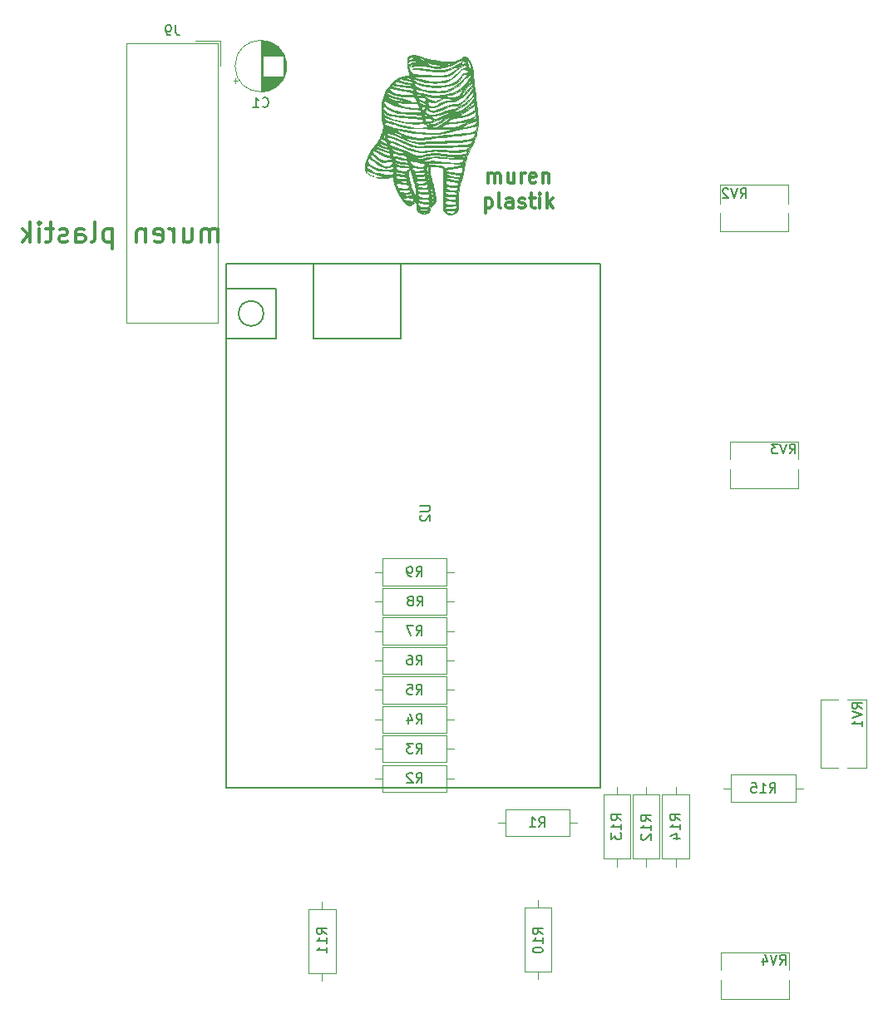
<source format=gbr>
G04 #@! TF.GenerationSoftware,KiCad,Pcbnew,5.1.2*
G04 #@! TF.CreationDate,2019-06-17T23:14:19+02:00*
G04 #@! TF.ProjectId,plastik,706c6173-7469-46b2-9e6b-696361645f70,rev?*
G04 #@! TF.SameCoordinates,Original*
G04 #@! TF.FileFunction,Legend,Bot*
G04 #@! TF.FilePolarity,Positive*
%FSLAX46Y46*%
G04 Gerber Fmt 4.6, Leading zero omitted, Abs format (unit mm)*
G04 Created by KiCad (PCBNEW 5.1.2) date 2019-06-17 23:14:19*
%MOMM*%
%LPD*%
G04 APERTURE LIST*
%ADD10C,0.300000*%
%ADD11C,0.010000*%
%ADD12C,0.120000*%
%ADD13C,0.150000*%
G04 APERTURE END LIST*
D10*
X143392857Y-52903571D02*
X143392857Y-51903571D01*
X143392857Y-52046428D02*
X143464285Y-51975000D01*
X143607142Y-51903571D01*
X143821428Y-51903571D01*
X143964285Y-51975000D01*
X144035714Y-52117857D01*
X144035714Y-52903571D01*
X144035714Y-52117857D02*
X144107142Y-51975000D01*
X144250000Y-51903571D01*
X144464285Y-51903571D01*
X144607142Y-51975000D01*
X144678571Y-52117857D01*
X144678571Y-52903571D01*
X146035714Y-51903571D02*
X146035714Y-52903571D01*
X145392857Y-51903571D02*
X145392857Y-52689285D01*
X145464285Y-52832142D01*
X145607142Y-52903571D01*
X145821428Y-52903571D01*
X145964285Y-52832142D01*
X146035714Y-52760714D01*
X146750000Y-52903571D02*
X146750000Y-51903571D01*
X146750000Y-52189285D02*
X146821428Y-52046428D01*
X146892857Y-51975000D01*
X147035714Y-51903571D01*
X147178571Y-51903571D01*
X148250000Y-52832142D02*
X148107142Y-52903571D01*
X147821428Y-52903571D01*
X147678571Y-52832142D01*
X147607142Y-52689285D01*
X147607142Y-52117857D01*
X147678571Y-51975000D01*
X147821428Y-51903571D01*
X148107142Y-51903571D01*
X148250000Y-51975000D01*
X148321428Y-52117857D01*
X148321428Y-52260714D01*
X147607142Y-52403571D01*
X148964285Y-51903571D02*
X148964285Y-52903571D01*
X148964285Y-52046428D02*
X149035714Y-51975000D01*
X149178571Y-51903571D01*
X149392857Y-51903571D01*
X149535714Y-51975000D01*
X149607142Y-52117857D01*
X149607142Y-52903571D01*
X143107142Y-54453571D02*
X143107142Y-55953571D01*
X143107142Y-54525000D02*
X143250000Y-54453571D01*
X143535714Y-54453571D01*
X143678571Y-54525000D01*
X143750000Y-54596428D01*
X143821428Y-54739285D01*
X143821428Y-55167857D01*
X143750000Y-55310714D01*
X143678571Y-55382142D01*
X143535714Y-55453571D01*
X143250000Y-55453571D01*
X143107142Y-55382142D01*
X144678571Y-55453571D02*
X144535714Y-55382142D01*
X144464285Y-55239285D01*
X144464285Y-53953571D01*
X145892857Y-55453571D02*
X145892857Y-54667857D01*
X145821428Y-54525000D01*
X145678571Y-54453571D01*
X145392857Y-54453571D01*
X145250000Y-54525000D01*
X145892857Y-55382142D02*
X145750000Y-55453571D01*
X145392857Y-55453571D01*
X145250000Y-55382142D01*
X145178571Y-55239285D01*
X145178571Y-55096428D01*
X145250000Y-54953571D01*
X145392857Y-54882142D01*
X145750000Y-54882142D01*
X145892857Y-54810714D01*
X146535714Y-55382142D02*
X146678571Y-55453571D01*
X146964285Y-55453571D01*
X147107142Y-55382142D01*
X147178571Y-55239285D01*
X147178571Y-55167857D01*
X147107142Y-55025000D01*
X146964285Y-54953571D01*
X146750000Y-54953571D01*
X146607142Y-54882142D01*
X146535714Y-54739285D01*
X146535714Y-54667857D01*
X146607142Y-54525000D01*
X146750000Y-54453571D01*
X146964285Y-54453571D01*
X147107142Y-54525000D01*
X147607142Y-54453571D02*
X148178571Y-54453571D01*
X147821428Y-53953571D02*
X147821428Y-55239285D01*
X147892857Y-55382142D01*
X148035714Y-55453571D01*
X148178571Y-55453571D01*
X148678571Y-55453571D02*
X148678571Y-54453571D01*
X148678571Y-53953571D02*
X148607142Y-54025000D01*
X148678571Y-54096428D01*
X148750000Y-54025000D01*
X148678571Y-53953571D01*
X148678571Y-54096428D01*
X149392857Y-55453571D02*
X149392857Y-53953571D01*
X149535714Y-54882142D02*
X149964285Y-55453571D01*
X149964285Y-54453571D02*
X149392857Y-55025000D01*
X115904761Y-58904761D02*
X115904761Y-57571428D01*
X115904761Y-57761904D02*
X115809523Y-57666666D01*
X115619047Y-57571428D01*
X115333333Y-57571428D01*
X115142857Y-57666666D01*
X115047619Y-57857142D01*
X115047619Y-58904761D01*
X115047619Y-57857142D02*
X114952380Y-57666666D01*
X114761904Y-57571428D01*
X114476190Y-57571428D01*
X114285714Y-57666666D01*
X114190476Y-57857142D01*
X114190476Y-58904761D01*
X112380952Y-57571428D02*
X112380952Y-58904761D01*
X113238095Y-57571428D02*
X113238095Y-58619047D01*
X113142857Y-58809523D01*
X112952380Y-58904761D01*
X112666666Y-58904761D01*
X112476190Y-58809523D01*
X112380952Y-58714285D01*
X111428571Y-58904761D02*
X111428571Y-57571428D01*
X111428571Y-57952380D02*
X111333333Y-57761904D01*
X111238095Y-57666666D01*
X111047619Y-57571428D01*
X110857142Y-57571428D01*
X109428571Y-58809523D02*
X109619047Y-58904761D01*
X109999999Y-58904761D01*
X110190476Y-58809523D01*
X110285714Y-58619047D01*
X110285714Y-57857142D01*
X110190476Y-57666666D01*
X109999999Y-57571428D01*
X109619047Y-57571428D01*
X109428571Y-57666666D01*
X109333333Y-57857142D01*
X109333333Y-58047619D01*
X110285714Y-58238095D01*
X108476190Y-57571428D02*
X108476190Y-58904761D01*
X108476190Y-57761904D02*
X108380952Y-57666666D01*
X108190476Y-57571428D01*
X107904761Y-57571428D01*
X107714285Y-57666666D01*
X107619047Y-57857142D01*
X107619047Y-58904761D01*
X105142857Y-57571428D02*
X105142857Y-59571428D01*
X105142857Y-57666666D02*
X104952380Y-57571428D01*
X104571428Y-57571428D01*
X104380952Y-57666666D01*
X104285714Y-57761904D01*
X104190476Y-57952380D01*
X104190476Y-58523809D01*
X104285714Y-58714285D01*
X104380952Y-58809523D01*
X104571428Y-58904761D01*
X104952380Y-58904761D01*
X105142857Y-58809523D01*
X103047619Y-58904761D02*
X103238095Y-58809523D01*
X103333333Y-58619047D01*
X103333333Y-56904761D01*
X101428571Y-58904761D02*
X101428571Y-57857142D01*
X101523809Y-57666666D01*
X101714285Y-57571428D01*
X102095238Y-57571428D01*
X102285714Y-57666666D01*
X101428571Y-58809523D02*
X101619047Y-58904761D01*
X102095238Y-58904761D01*
X102285714Y-58809523D01*
X102380952Y-58619047D01*
X102380952Y-58428571D01*
X102285714Y-58238095D01*
X102095238Y-58142857D01*
X101619047Y-58142857D01*
X101428571Y-58047619D01*
X100571428Y-58809523D02*
X100380952Y-58904761D01*
X99999999Y-58904761D01*
X99809523Y-58809523D01*
X99714285Y-58619047D01*
X99714285Y-58523809D01*
X99809523Y-58333333D01*
X99999999Y-58238095D01*
X100285714Y-58238095D01*
X100476190Y-58142857D01*
X100571428Y-57952380D01*
X100571428Y-57857142D01*
X100476190Y-57666666D01*
X100285714Y-57571428D01*
X99999999Y-57571428D01*
X99809523Y-57666666D01*
X99142857Y-57571428D02*
X98380952Y-57571428D01*
X98857142Y-56904761D02*
X98857142Y-58619047D01*
X98761904Y-58809523D01*
X98571428Y-58904761D01*
X98380952Y-58904761D01*
X97714285Y-58904761D02*
X97714285Y-57571428D01*
X97714285Y-56904761D02*
X97809523Y-57000000D01*
X97714285Y-57095238D01*
X97619047Y-57000000D01*
X97714285Y-56904761D01*
X97714285Y-57095238D01*
X96761904Y-58904761D02*
X96761904Y-56904761D01*
X96571428Y-58142857D02*
X95999999Y-58904761D01*
X95999999Y-57571428D02*
X96761904Y-58333333D01*
D11*
G36*
X131184563Y-51949357D02*
G01*
X131200333Y-51979334D01*
X131280107Y-52060190D01*
X131294993Y-52064000D01*
X131300770Y-52009310D01*
X131285000Y-51979334D01*
X131205226Y-51898477D01*
X131190340Y-51894667D01*
X131184563Y-51949357D01*
X131184563Y-51949357D01*
G37*
X131184563Y-51949357D02*
X131200333Y-51979334D01*
X131280107Y-52060190D01*
X131294993Y-52064000D01*
X131300770Y-52009310D01*
X131285000Y-51979334D01*
X131205226Y-51898477D01*
X131190340Y-51894667D01*
X131184563Y-51949357D01*
G36*
X131412000Y-52106334D02*
G01*
X131454333Y-52148667D01*
X131496666Y-52106334D01*
X131454333Y-52064000D01*
X131412000Y-52106334D01*
X131412000Y-52106334D01*
G37*
X131412000Y-52106334D02*
X131454333Y-52148667D01*
X131496666Y-52106334D01*
X131454333Y-52064000D01*
X131412000Y-52106334D01*
G36*
X131609555Y-52176889D02*
G01*
X131621178Y-52227223D01*
X131666000Y-52233334D01*
X131735690Y-52202355D01*
X131722444Y-52176889D01*
X131621965Y-52166756D01*
X131609555Y-52176889D01*
X131609555Y-52176889D01*
G37*
X131609555Y-52176889D02*
X131621178Y-52227223D01*
X131666000Y-52233334D01*
X131735690Y-52202355D01*
X131722444Y-52176889D01*
X131621965Y-52166756D01*
X131609555Y-52176889D01*
G36*
X135605431Y-39884218D02*
G01*
X135486776Y-39919636D01*
X135310029Y-39989753D01*
X135215547Y-40078369D01*
X135173248Y-40237097D01*
X135154547Y-40489622D01*
X135199783Y-41078563D01*
X135294262Y-41423387D01*
X135383770Y-41715643D01*
X135388290Y-41886308D01*
X135295155Y-41966902D01*
X135091697Y-41988947D01*
X135066908Y-41989139D01*
X134658506Y-42063807D01*
X134217960Y-42268981D01*
X133781449Y-42580227D01*
X133385152Y-42973112D01*
X133151758Y-43282538D01*
X132929965Y-43709226D01*
X132739854Y-44241775D01*
X132598660Y-44817334D01*
X132523616Y-45373046D01*
X132516027Y-45601107D01*
X132533792Y-45946719D01*
X132576873Y-46363347D01*
X132630935Y-46730000D01*
X132685274Y-47074998D01*
X132700126Y-47320630D01*
X132672820Y-47532811D01*
X132600688Y-47777457D01*
X132586857Y-47818060D01*
X132387486Y-48303905D01*
X132126508Y-48747706D01*
X131772620Y-49207478D01*
X131476220Y-49619062D01*
X131215729Y-50090323D01*
X131012859Y-50571947D01*
X130889318Y-51014622D01*
X130861666Y-51276600D01*
X130883521Y-51568471D01*
X130941031Y-51776829D01*
X130974576Y-51826934D01*
X131059125Y-51891781D01*
X131062170Y-51821102D01*
X131059817Y-51810000D01*
X131055750Y-51684719D01*
X131134965Y-51656083D01*
X131320846Y-51722792D01*
X131454333Y-51788048D01*
X131764210Y-51925383D01*
X132104023Y-52047820D01*
X132174000Y-52068840D01*
X132475316Y-52167478D01*
X132623234Y-52244297D01*
X132615166Y-52292487D01*
X132448528Y-52305242D01*
X132258666Y-52291785D01*
X132019885Y-52273802D01*
X131941793Y-52284172D01*
X132004666Y-52315161D01*
X132231611Y-52361760D01*
X132533367Y-52387042D01*
X132857049Y-52391324D01*
X133149769Y-52374917D01*
X133358639Y-52338136D01*
X133421375Y-52306758D01*
X133571614Y-52241162D01*
X133705055Y-52313140D01*
X133778644Y-52492981D01*
X133782666Y-52556088D01*
X133840218Y-52964167D01*
X134000792Y-53449309D01*
X134246268Y-53970265D01*
X134558529Y-54485782D01*
X134740828Y-54737421D01*
X135015593Y-55042183D01*
X135258868Y-55189354D01*
X135490653Y-55182657D01*
X135728621Y-55027334D01*
X135391333Y-55027334D01*
X135326904Y-55109540D01*
X135306666Y-55112000D01*
X135224460Y-55047571D01*
X135222000Y-55027334D01*
X135286429Y-54945127D01*
X135306666Y-54942667D01*
X135388873Y-55007096D01*
X135391333Y-55027334D01*
X135728621Y-55027334D01*
X135730947Y-55025816D01*
X135818874Y-54938163D01*
X136060353Y-54679659D01*
X136085676Y-55204665D01*
X136110202Y-55510502D01*
X136159807Y-55700894D01*
X136253732Y-55829631D01*
X136332485Y-55894560D01*
X136629558Y-56039732D01*
X136934947Y-56067102D01*
X137209144Y-55989246D01*
X137299159Y-55913824D01*
X136964447Y-55913824D01*
X136957666Y-55958667D01*
X136885246Y-56039349D01*
X136873000Y-56043334D01*
X136805686Y-55984282D01*
X136788333Y-55958667D01*
X136808439Y-55886938D01*
X136873000Y-55874000D01*
X136964447Y-55913824D01*
X137299159Y-55913824D01*
X137412644Y-55818738D01*
X137470801Y-55662528D01*
X137320089Y-55662528D01*
X137175928Y-55693604D01*
X136871759Y-55691060D01*
X136832448Y-55688403D01*
X136553037Y-55659787D01*
X136345876Y-55623010D01*
X136268004Y-55593560D01*
X136232963Y-55524360D01*
X136315507Y-55490796D01*
X136533379Y-55490164D01*
X136810367Y-55510947D01*
X137135525Y-55556863D01*
X137306027Y-55612169D01*
X137320089Y-55662528D01*
X137470801Y-55662528D01*
X137505938Y-55568153D01*
X137508000Y-55520396D01*
X137561644Y-55302195D01*
X137717217Y-55182377D01*
X137792908Y-55118427D01*
X137423333Y-55118427D01*
X137391623Y-55271115D01*
X137366889Y-55309556D01*
X137245657Y-55346730D01*
X137019628Y-55362592D01*
X136752017Y-55356935D01*
X136506041Y-55329550D01*
X136428500Y-55312636D01*
X136271665Y-55205366D01*
X136238000Y-55054087D01*
X136259671Y-54907649D01*
X136357309Y-54892849D01*
X136428500Y-54915795D01*
X136629172Y-54957936D01*
X136908582Y-54982089D01*
X137021166Y-54984371D01*
X137275647Y-54997467D01*
X137397581Y-55045611D01*
X137423333Y-55118427D01*
X137792908Y-55118427D01*
X137892760Y-55034065D01*
X138016437Y-54814343D01*
X138030732Y-54753590D01*
X137811179Y-54753590D01*
X137799864Y-54780565D01*
X137697077Y-54822513D01*
X137670102Y-54811198D01*
X137628154Y-54708410D01*
X137632252Y-54698639D01*
X137410759Y-54698639D01*
X137381000Y-54773334D01*
X137261500Y-54831586D01*
X137037117Y-54854865D01*
X136768675Y-54843031D01*
X136517001Y-54795947D01*
X136455178Y-54775429D01*
X136272444Y-54680852D01*
X136251420Y-54603162D01*
X136384858Y-54548017D01*
X136495567Y-54537389D01*
X135805913Y-54537389D01*
X135781299Y-54653498D01*
X135716146Y-54725378D01*
X135569441Y-54746789D01*
X135300357Y-54723357D01*
X135286964Y-54721631D01*
X135024138Y-54672490D01*
X134834393Y-54609395D01*
X134778796Y-54570354D01*
X134729431Y-54474751D01*
X134760032Y-54419273D01*
X134899169Y-54391516D01*
X135175414Y-54379081D01*
X135222035Y-54377962D01*
X135556268Y-54386043D01*
X135744221Y-54435898D01*
X135805913Y-54537389D01*
X136495567Y-54537389D01*
X136665508Y-54521075D01*
X136783336Y-54519334D01*
X137147717Y-54538185D01*
X137354337Y-54596882D01*
X137410759Y-54698639D01*
X137632252Y-54698639D01*
X137639469Y-54681435D01*
X137742256Y-54639488D01*
X137769231Y-54650803D01*
X137811179Y-54753590D01*
X138030732Y-54753590D01*
X138049129Y-54675411D01*
X138057229Y-54507648D01*
X138046081Y-54387861D01*
X137831708Y-54387861D01*
X137790801Y-54500827D01*
X137719666Y-54519334D01*
X137612911Y-54458468D01*
X137608785Y-54371167D01*
X137679352Y-54251889D01*
X137776354Y-54272484D01*
X137831708Y-54387861D01*
X138046081Y-54387861D01*
X138036759Y-54287711D01*
X138015018Y-54166556D01*
X137423333Y-54166556D01*
X137395691Y-54327543D01*
X137366889Y-54378222D01*
X137234890Y-54421546D01*
X137002502Y-54432838D01*
X136735239Y-54413973D01*
X136498615Y-54366831D01*
X136455178Y-54352096D01*
X136298252Y-54245147D01*
X136261975Y-54174525D01*
X136060913Y-54174525D01*
X136024047Y-54263332D01*
X135945676Y-54203925D01*
X135856842Y-54042855D01*
X135645333Y-54042855D01*
X135570354Y-54144397D01*
X135381620Y-54210652D01*
X135133439Y-54227055D01*
X135010333Y-54213157D01*
X134803300Y-54185465D01*
X134714000Y-54179248D01*
X134632396Y-54158763D01*
X134685085Y-54114725D01*
X134840822Y-54059233D01*
X135068361Y-54004385D01*
X135243166Y-53974346D01*
X135491220Y-53948379D01*
X135612605Y-53968352D01*
X135645322Y-54040737D01*
X135645333Y-54042855D01*
X135856842Y-54042855D01*
X135827794Y-53990187D01*
X135702409Y-53693834D01*
X135681711Y-53635876D01*
X135476000Y-53635876D01*
X135411127Y-53769128D01*
X135327833Y-53840038D01*
X135150614Y-53885591D01*
X134889272Y-53889615D01*
X134615988Y-53858120D01*
X134402944Y-53797119D01*
X134342065Y-53757932D01*
X134291398Y-53689435D01*
X134321176Y-53642917D01*
X134456921Y-53609698D01*
X134724157Y-53581096D01*
X134904500Y-53566620D01*
X135221754Y-53550126D01*
X135401026Y-53563689D01*
X135471577Y-53610856D01*
X135476000Y-53635876D01*
X135681711Y-53635876D01*
X135550139Y-53267457D01*
X135362672Y-53267457D01*
X135247775Y-53402308D01*
X135062372Y-53464312D01*
X134786300Y-53477636D01*
X134489542Y-53447131D01*
X134242078Y-53377646D01*
X134154702Y-53326561D01*
X134054762Y-53164003D01*
X134036666Y-53059050D01*
X134061321Y-52946060D01*
X134167423Y-52921435D01*
X134301250Y-52942417D01*
X134563886Y-52977120D01*
X134871817Y-52994771D01*
X134927191Y-52995334D01*
X135196116Y-53033098D01*
X135347206Y-53131334D01*
X135362672Y-53267457D01*
X135550139Y-53267457D01*
X135502282Y-53133454D01*
X135408962Y-52804663D01*
X135205558Y-52804663D01*
X135161228Y-52858549D01*
X135042293Y-52884899D01*
X134830150Y-52872064D01*
X134593476Y-52830538D01*
X134400944Y-52770819D01*
X134337233Y-52732620D01*
X134364829Y-52689521D01*
X134536627Y-52662948D01*
X134739400Y-52656667D01*
X135048095Y-52671472D01*
X135200057Y-52719165D01*
X135205558Y-52804663D01*
X135408962Y-52804663D01*
X135359114Y-52629040D01*
X135315955Y-52407664D01*
X135137333Y-52407664D01*
X135061920Y-52449066D01*
X134871673Y-52475888D01*
X134620583Y-52486677D01*
X134362640Y-52479982D01*
X134151835Y-52454351D01*
X134085925Y-52435942D01*
X133969057Y-52326309D01*
X133952000Y-52258295D01*
X133979208Y-52191222D01*
X134084144Y-52164457D01*
X134301773Y-52173641D01*
X134481166Y-52192321D01*
X134814577Y-52234661D01*
X135012665Y-52275093D01*
X135108950Y-52324617D01*
X135136950Y-52394234D01*
X135137333Y-52407664D01*
X135315955Y-52407664D01*
X135275444Y-52199876D01*
X135262664Y-52002194D01*
X135052666Y-52002194D01*
X134978823Y-52042119D01*
X134792948Y-52051479D01*
X134548527Y-52035462D01*
X134299043Y-51999258D01*
X134097982Y-51948055D01*
X134009084Y-51900951D01*
X133957739Y-51794961D01*
X133962827Y-51782375D01*
X133781485Y-51782375D01*
X133746231Y-51889567D01*
X133676833Y-51971080D01*
X133531313Y-52025898D01*
X133264710Y-52045779D01*
X132920971Y-52033720D01*
X132544044Y-51992718D01*
X132177876Y-51925772D01*
X131906920Y-51850365D01*
X131592253Y-51704959D01*
X131277392Y-51503399D01*
X131187253Y-51430933D01*
X131003126Y-51259943D01*
X130938032Y-51161000D01*
X130976125Y-51103771D01*
X131008583Y-51088892D01*
X131193585Y-51104983D01*
X131414599Y-51248862D01*
X131759162Y-51465874D01*
X132194464Y-51603051D01*
X132746960Y-51667126D01*
X133084166Y-51673817D01*
X133465241Y-51681917D01*
X133692751Y-51715631D01*
X133781485Y-51782375D01*
X133962827Y-51782375D01*
X133970580Y-51763198D01*
X134078199Y-51747162D01*
X134286819Y-51769395D01*
X134542508Y-51817985D01*
X134791332Y-51881019D01*
X134979358Y-51946586D01*
X135052666Y-52002194D01*
X135262664Y-52002194D01*
X135253810Y-51865245D01*
X135296750Y-51644428D01*
X135406803Y-51556710D01*
X135421015Y-51556000D01*
X135480256Y-51586472D01*
X135542009Y-51690828D01*
X135612409Y-51888475D01*
X135697586Y-52198824D01*
X135803674Y-52641283D01*
X135902536Y-53080000D01*
X136002152Y-53576741D01*
X136054280Y-53943622D01*
X136060913Y-54174525D01*
X136261975Y-54174525D01*
X136228285Y-54108942D01*
X136248640Y-53993142D01*
X136362677Y-53947404D01*
X136428500Y-53957969D01*
X136629247Y-53989404D01*
X136908752Y-54008073D01*
X137021166Y-54010177D01*
X137269594Y-54022007D01*
X137390087Y-54066144D01*
X137423235Y-54158372D01*
X137423333Y-54166556D01*
X138015018Y-54166556D01*
X137983739Y-53992258D01*
X137979867Y-53975208D01*
X137846666Y-53975208D01*
X137789011Y-54067809D01*
X137666099Y-54072126D01*
X137553014Y-53994634D01*
X137529127Y-53947834D01*
X137568072Y-53862330D01*
X137670278Y-53842000D01*
X137815825Y-53895785D01*
X137846666Y-53975208D01*
X137979867Y-53975208D01*
X137894191Y-53597946D01*
X137883461Y-53555330D01*
X137751767Y-53555330D01*
X137730844Y-53672226D01*
X137707857Y-53698587D01*
X137602316Y-53715710D01*
X137516741Y-53629896D01*
X137508000Y-53583003D01*
X137510084Y-53580856D01*
X137332200Y-53580856D01*
X137328913Y-53656702D01*
X137309450Y-53711349D01*
X137197524Y-53794472D01*
X136979239Y-53839494D01*
X136713250Y-53846327D01*
X136458210Y-53814885D01*
X136272772Y-53745078D01*
X136236302Y-53712954D01*
X136170646Y-53588883D01*
X136232307Y-53514217D01*
X136434339Y-53483561D01*
X136774127Y-53490619D01*
X137086734Y-53510979D01*
X137262115Y-53536670D01*
X137332200Y-53580856D01*
X137510084Y-53580856D01*
X137576651Y-53512297D01*
X137635000Y-53503334D01*
X137751767Y-53555330D01*
X137883461Y-53555330D01*
X137795756Y-53207000D01*
X137592666Y-53207000D01*
X137546949Y-53319672D01*
X137508000Y-53334000D01*
X137432885Y-53265424D01*
X137423333Y-53207000D01*
X137456956Y-53124136D01*
X137224074Y-53124136D01*
X137214583Y-53282743D01*
X137160504Y-53339861D01*
X137007089Y-53372189D01*
X136755515Y-53369720D01*
X136472477Y-53336346D01*
X136259166Y-53287265D01*
X136153949Y-53215934D01*
X136186122Y-53140498D01*
X136329297Y-53099858D01*
X136386166Y-53100041D01*
X136641370Y-53089034D01*
X136894236Y-53047556D01*
X137096561Y-53019511D01*
X137198032Y-53072942D01*
X137224074Y-53124136D01*
X137456956Y-53124136D01*
X137469051Y-53094328D01*
X137508000Y-53080000D01*
X137583114Y-53148577D01*
X137592666Y-53207000D01*
X137795756Y-53207000D01*
X137764138Y-53081431D01*
X137695749Y-52821003D01*
X137508000Y-52821003D01*
X137446539Y-52907221D01*
X137423333Y-52910667D01*
X137340868Y-52881780D01*
X137338666Y-52873330D01*
X137397995Y-52801044D01*
X137423333Y-52783667D01*
X137501352Y-52790380D01*
X137508000Y-52821003D01*
X137695749Y-52821003D01*
X137673826Y-52737516D01*
X137127000Y-52737516D01*
X137052295Y-52854939D01*
X136863612Y-52937561D01*
X136614097Y-52977838D01*
X136356896Y-52968227D01*
X136145158Y-52901182D01*
X136114356Y-52881257D01*
X136021876Y-52789301D01*
X136050055Y-52724813D01*
X136214000Y-52680697D01*
X136528814Y-52649858D01*
X136619000Y-52644198D01*
X136911220Y-52635651D01*
X137068879Y-52657614D01*
X137124977Y-52716149D01*
X137127000Y-52737516D01*
X137673826Y-52737516D01*
X137641477Y-52614334D01*
X137600862Y-52445000D01*
X137423333Y-52445000D01*
X137380373Y-52550374D01*
X137332316Y-52555772D01*
X137244842Y-52468364D01*
X137241300Y-52445000D01*
X137307215Y-52345726D01*
X137332316Y-52334228D01*
X137409519Y-52375098D01*
X137423333Y-52445000D01*
X137600862Y-52445000D01*
X137563415Y-52288875D01*
X136990881Y-52288875D01*
X136969150Y-52360938D01*
X136898284Y-52440379D01*
X136739998Y-52474196D01*
X136454856Y-52470700D01*
X136449717Y-52470423D01*
X136189597Y-52442465D01*
X136011124Y-52397140D01*
X135961859Y-52360334D01*
X136027854Y-52315840D01*
X136208407Y-52266720D01*
X136449269Y-52221668D01*
X136696192Y-52189378D01*
X136894924Y-52178544D01*
X136989293Y-52195668D01*
X136990881Y-52288875D01*
X137563415Y-52288875D01*
X137547822Y-52223868D01*
X137501031Y-51979334D01*
X137338666Y-51979334D01*
X137303210Y-52116914D01*
X137254000Y-52148667D01*
X137185210Y-52077754D01*
X137169333Y-51979334D01*
X137204789Y-51841753D01*
X137221452Y-51831001D01*
X136962672Y-51831001D01*
X136934048Y-51912370D01*
X136909077Y-51944538D01*
X136775440Y-52015672D01*
X136552059Y-52057544D01*
X136291692Y-52070156D01*
X136047099Y-52053508D01*
X135871039Y-52007600D01*
X135814666Y-51944520D01*
X135870109Y-51869922D01*
X136051450Y-51820507D01*
X136343833Y-51792018D01*
X136689264Y-51776680D01*
X136888310Y-51787723D01*
X136962672Y-51831001D01*
X137221452Y-51831001D01*
X137254000Y-51810000D01*
X137322790Y-51880913D01*
X137338666Y-51979334D01*
X137501031Y-51979334D01*
X137478623Y-51862230D01*
X137442874Y-51580752D01*
X137441249Y-51471334D01*
X137443979Y-51438194D01*
X137308099Y-51438194D01*
X137306192Y-51450167D01*
X137274158Y-51638463D01*
X137247027Y-51712790D01*
X137198689Y-51725646D01*
X137169333Y-51725334D01*
X137109886Y-51651761D01*
X137084797Y-51475365D01*
X136897819Y-51475365D01*
X136894237Y-51492500D01*
X136782298Y-51592954D01*
X136556380Y-51666972D01*
X136270964Y-51705317D01*
X135980527Y-51698750D01*
X135835833Y-51671969D01*
X135676843Y-51562136D01*
X135645333Y-51450381D01*
X135663596Y-51355448D01*
X135383759Y-51355448D01*
X135360133Y-51431661D01*
X135264803Y-51555481D01*
X135034571Y-51691015D01*
X134712006Y-51719099D01*
X134337148Y-51637879D01*
X134245614Y-51602654D01*
X134054382Y-51490396D01*
X133988020Y-51408937D01*
X133760360Y-51408937D01*
X133636565Y-51493246D01*
X133375076Y-51534141D01*
X132963371Y-51535103D01*
X132849827Y-51530224D01*
X132343237Y-51483483D01*
X131967062Y-51395884D01*
X131791494Y-51321991D01*
X131429095Y-51094893D01*
X131200434Y-50859702D01*
X131119557Y-50632587D01*
X131128528Y-50558889D01*
X131194538Y-50411888D01*
X131250824Y-50370667D01*
X131351006Y-50418555D01*
X131541831Y-50543806D01*
X131770116Y-50710431D01*
X132071695Y-50924012D01*
X132385663Y-51121616D01*
X132579220Y-51227462D01*
X132815544Y-51331842D01*
X132992476Y-51360292D01*
X133198453Y-51318818D01*
X133326367Y-51278225D01*
X133562361Y-51207509D01*
X133686799Y-51197631D01*
X133746130Y-51248538D01*
X133758984Y-51277739D01*
X133760360Y-51408937D01*
X133988020Y-51408937D01*
X133955674Y-51369233D01*
X133952000Y-51346673D01*
X133973217Y-51282258D01*
X134058258Y-51248931D01*
X134239209Y-51243141D01*
X134548154Y-51261332D01*
X134650500Y-51269319D01*
X134975611Y-51298448D01*
X135229303Y-51326987D01*
X135369609Y-51350007D01*
X135383759Y-51355448D01*
X135663596Y-51355448D01*
X135666163Y-51342105D01*
X135759692Y-51309058D01*
X135962833Y-51332324D01*
X136280089Y-51369468D01*
X136601321Y-51385722D01*
X136604889Y-51385735D01*
X136829273Y-51408075D01*
X136897819Y-51475365D01*
X137084797Y-51475365D01*
X137084673Y-51474494D01*
X137084666Y-51471334D01*
X137121164Y-51271666D01*
X137214563Y-51217334D01*
X137305202Y-51267585D01*
X137308099Y-51438194D01*
X137443979Y-51438194D01*
X137465666Y-51175000D01*
X137902743Y-51201504D01*
X138210154Y-51230058D01*
X138486771Y-51271929D01*
X138580077Y-51292783D01*
X138820333Y-51357558D01*
X138820333Y-55718805D01*
X139057888Y-55923402D01*
X139376088Y-56097501D01*
X139717708Y-56114041D01*
X140044104Y-55973015D01*
X140106779Y-55923652D01*
X140202633Y-55836578D01*
X140268743Y-55748142D01*
X140283906Y-55704566D01*
X140102125Y-55704566D01*
X140098881Y-55780330D01*
X139950290Y-55907459D01*
X139944494Y-55911533D01*
X139648160Y-56032795D01*
X139356036Y-55991205D01*
X139238815Y-55923256D01*
X139133147Y-55830668D01*
X139134589Y-55769275D01*
X139261991Y-55728138D01*
X139534204Y-55696317D01*
X139645833Y-55687038D01*
X139953336Y-55675143D01*
X140102125Y-55704566D01*
X140283906Y-55704566D01*
X140310998Y-55626711D01*
X140335289Y-55440651D01*
X140342701Y-55269318D01*
X140217333Y-55269318D01*
X140200604Y-55401158D01*
X140128203Y-55480754D01*
X139966813Y-55520924D01*
X139683116Y-55534487D01*
X139525889Y-55535334D01*
X139208278Y-55527553D01*
X139028177Y-55499629D01*
X138954281Y-55444691D01*
X138947333Y-55408334D01*
X138993178Y-55328003D01*
X139151578Y-55289078D01*
X139365155Y-55281334D01*
X139661922Y-55264456D01*
X139922534Y-55221891D01*
X140000155Y-55198762D01*
X140157641Y-55156227D01*
X140213113Y-55209283D01*
X140217333Y-55269318D01*
X140342701Y-55269318D01*
X140347504Y-55158331D01*
X140351815Y-54865056D01*
X140132617Y-54865056D01*
X140108951Y-54998390D01*
X140015772Y-55072946D01*
X139819993Y-55100743D01*
X139501141Y-55094414D01*
X139213273Y-55073241D01*
X139054052Y-55034806D01*
X138982799Y-54963641D01*
X138964059Y-54890213D01*
X138962300Y-54796881D01*
X139013658Y-54744131D01*
X139152972Y-54721642D01*
X139415077Y-54719089D01*
X139535510Y-54720880D01*
X139856613Y-54733325D01*
X140041014Y-54762309D01*
X140121117Y-54815655D01*
X140132617Y-54865056D01*
X140351815Y-54865056D01*
X140353534Y-54748116D01*
X140355067Y-54590152D01*
X140358838Y-54411753D01*
X140125301Y-54411753D01*
X140103450Y-54473349D01*
X139989056Y-54559224D01*
X139762087Y-54601737D01*
X139474802Y-54596303D01*
X139222500Y-54550636D01*
X139071046Y-54451989D01*
X139032000Y-54348154D01*
X139050624Y-54266651D01*
X139131478Y-54227867D01*
X139312039Y-54224320D01*
X139561166Y-54242488D01*
X139875071Y-54271720D01*
X140052328Y-54300564D01*
X140125037Y-54342686D01*
X140125301Y-54411753D01*
X140358838Y-54411753D01*
X140366465Y-54051059D01*
X140375247Y-53921786D01*
X140204999Y-53921786D01*
X140179559Y-54003956D01*
X140068244Y-54055066D01*
X139849048Y-54086438D01*
X139582539Y-54095644D01*
X139329282Y-54080254D01*
X139165925Y-54044608D01*
X139051048Y-53926297D01*
X139032000Y-53840971D01*
X139050471Y-53758984D01*
X139130897Y-53719783D01*
X139310796Y-53715752D01*
X139561166Y-53733542D01*
X139923410Y-53777191D01*
X140132665Y-53837597D01*
X140204999Y-53921786D01*
X140375247Y-53921786D01*
X140395386Y-53625339D01*
X140433470Y-53375238D01*
X140282826Y-53375238D01*
X140277023Y-53458149D01*
X140252601Y-53533549D01*
X140130125Y-53636326D01*
X139897950Y-53671107D01*
X139601814Y-53637080D01*
X139325614Y-53549987D01*
X139094040Y-53432583D01*
X139024718Y-53345686D01*
X139112669Y-53293223D01*
X139352909Y-53279120D01*
X139645833Y-53297563D01*
X139947279Y-53328441D01*
X140173363Y-53355673D01*
X140280106Y-53373896D01*
X140282826Y-53375238D01*
X140433470Y-53375238D01*
X140451442Y-53257219D01*
X140504060Y-53049538D01*
X140375467Y-53049538D01*
X140330222Y-53108222D01*
X140210765Y-53142468D01*
X139982753Y-53155075D01*
X139705428Y-53147138D01*
X139438035Y-53119753D01*
X139286000Y-53088910D01*
X139116135Y-52986467D01*
X139074333Y-52822183D01*
X139111462Y-52664861D01*
X139201333Y-52644718D01*
X139348437Y-52674771D01*
X139602711Y-52722242D01*
X139857500Y-52767748D01*
X140191205Y-52846315D01*
X140361857Y-52938802D01*
X140375467Y-53049538D01*
X140504060Y-53049538D01*
X140544248Y-52890923D01*
X140656649Y-52551500D01*
X140471333Y-52551500D01*
X140441832Y-52624083D01*
X140328638Y-52649960D01*
X140094713Y-52635358D01*
X140021526Y-52627115D01*
X139703734Y-52577668D01*
X139409419Y-52512393D01*
X139301859Y-52480175D01*
X139107318Y-52385721D01*
X139035078Y-52299658D01*
X139090519Y-52252403D01*
X139264833Y-52270789D01*
X139481136Y-52311317D01*
X139783920Y-52353372D01*
X139984500Y-52375502D01*
X140280969Y-52418142D01*
X140434253Y-52478776D01*
X140471333Y-52551500D01*
X140656649Y-52551500D01*
X140683414Y-52470677D01*
X140753962Y-52275667D01*
X140791891Y-52140648D01*
X140640666Y-52140648D01*
X140567165Y-52268004D01*
X140350159Y-52314089D01*
X139994890Y-52278547D01*
X139672696Y-52206454D01*
X139431793Y-52124365D01*
X139266879Y-52033611D01*
X139196482Y-51955335D01*
X139239128Y-51910682D01*
X139413348Y-51920797D01*
X139424134Y-51922794D01*
X139646548Y-51958157D01*
X139953573Y-51998986D01*
X140153833Y-52022484D01*
X140415082Y-52061438D01*
X140591784Y-52107186D01*
X140640666Y-52140648D01*
X140791891Y-52140648D01*
X140823746Y-52027257D01*
X140895250Y-51678288D01*
X140919764Y-51521413D01*
X140797920Y-51521413D01*
X140733108Y-51699748D01*
X140670527Y-51815808D01*
X140587522Y-51875489D01*
X140438910Y-51890027D01*
X140179503Y-51870664D01*
X140084504Y-51861070D01*
X139751752Y-51823118D01*
X139449782Y-51782170D01*
X139280219Y-51753811D01*
X139094608Y-51690032D01*
X139065075Y-51614094D01*
X139180192Y-51538611D01*
X139428525Y-51476202D01*
X139546839Y-51459540D01*
X139894138Y-51409944D01*
X140242678Y-51347015D01*
X140371126Y-51319110D01*
X140647323Y-51285310D01*
X140787839Y-51350905D01*
X140797920Y-51521413D01*
X140919764Y-51521413D01*
X140954858Y-51296838D01*
X140963502Y-51228081D01*
X140991791Y-51036285D01*
X140689438Y-51036285D01*
X140685937Y-51095379D01*
X140513997Y-51159520D01*
X140173722Y-51226802D01*
X139667000Y-51295110D01*
X139367579Y-51330586D01*
X139140095Y-51359102D01*
X139031350Y-51374779D01*
X139029672Y-51375171D01*
X138935899Y-51340085D01*
X138780824Y-51243648D01*
X138544566Y-51147428D01*
X138154292Y-51084547D01*
X137869529Y-51063516D01*
X137646480Y-51045561D01*
X136996924Y-51045561D01*
X136894196Y-51185508D01*
X136851833Y-51214140D01*
X136662369Y-51260153D01*
X136377965Y-51256374D01*
X136063421Y-51209185D01*
X135783543Y-51124967D01*
X135737810Y-51104426D01*
X135680671Y-51065277D01*
X135358468Y-51065277D01*
X135344131Y-51140546D01*
X135233073Y-51181170D01*
X135000833Y-51189383D01*
X134691940Y-51167617D01*
X134350919Y-51118308D01*
X134142500Y-51074879D01*
X133993767Y-50991733D01*
X133952000Y-50902763D01*
X133996085Y-50818517D01*
X134100166Y-50842840D01*
X134265969Y-50886175D01*
X134529941Y-50924522D01*
X134714000Y-50940963D01*
X135067269Y-50971698D01*
X135274371Y-51010691D01*
X135358468Y-51065277D01*
X135680671Y-51065277D01*
X135550503Y-50976093D01*
X135423358Y-50822506D01*
X135409715Y-50764947D01*
X135195667Y-50764947D01*
X135181380Y-50791227D01*
X135074251Y-50836146D01*
X134836759Y-50822426D01*
X134515524Y-50760121D01*
X133670626Y-50760121D01*
X133663899Y-50933568D01*
X133529579Y-51075695D01*
X133308580Y-51171940D01*
X133041811Y-51207742D01*
X132770183Y-51168540D01*
X132655267Y-51121518D01*
X132266817Y-50899206D01*
X131926509Y-50665322D01*
X131653917Y-50438398D01*
X131468620Y-50236962D01*
X131390193Y-50079545D01*
X131438215Y-49984678D01*
X131449198Y-49979922D01*
X131595695Y-50008983D01*
X131781641Y-50172642D01*
X131794945Y-50188205D01*
X132022558Y-50413481D01*
X132283445Y-50613547D01*
X132303214Y-50626035D01*
X132488285Y-50725266D01*
X132663180Y-50766320D01*
X132893723Y-50757494D01*
X133111430Y-50727907D01*
X133413278Y-50690956D01*
X133585583Y-50695960D01*
X133663358Y-50744936D01*
X133670626Y-50760121D01*
X134515524Y-50760121D01*
X134457804Y-50748926D01*
X134227166Y-50693280D01*
X133983275Y-50604059D01*
X133871240Y-50499600D01*
X133867333Y-50476793D01*
X133898486Y-50419312D01*
X133541113Y-50419312D01*
X133468314Y-50498831D01*
X133276701Y-50566456D01*
X132982387Y-50609179D01*
X132845249Y-50616227D01*
X132511407Y-50554535D01*
X132235961Y-50391834D01*
X131935479Y-50135057D01*
X131727931Y-49898392D01*
X131630556Y-49705684D01*
X131653984Y-49586816D01*
X131762263Y-49551638D01*
X131915670Y-49649510D01*
X131940045Y-49671819D01*
X132179045Y-49841677D01*
X132517658Y-50017964D01*
X132890131Y-50170685D01*
X133230708Y-50269842D01*
X133265831Y-50276631D01*
X133478989Y-50340910D01*
X133541113Y-50419312D01*
X133898486Y-50419312D01*
X133913080Y-50392387D01*
X134072498Y-50396770D01*
X134100166Y-50402609D01*
X134329017Y-50446006D01*
X134626763Y-50493512D01*
X134737639Y-50509232D01*
X135041397Y-50569764D01*
X135189643Y-50652188D01*
X135195667Y-50764947D01*
X135409715Y-50764947D01*
X135392506Y-50692346D01*
X135409862Y-50662582D01*
X135513964Y-50653673D01*
X135732796Y-50683823D01*
X136004944Y-50743188D01*
X136324351Y-50814653D01*
X136609633Y-50863745D01*
X136772576Y-50878667D01*
X136952778Y-50928020D01*
X136996924Y-51045561D01*
X137646480Y-51045561D01*
X137476176Y-51031852D01*
X137251491Y-50986989D01*
X137194370Y-50931368D01*
X137250908Y-50892244D01*
X137399003Y-50865942D01*
X137652347Y-50852336D01*
X138024632Y-50851299D01*
X138529547Y-50862705D01*
X139180785Y-50886427D01*
X139688260Y-50908356D01*
X140190704Y-50940866D01*
X140524395Y-50984145D01*
X140689438Y-51036285D01*
X140991791Y-51036285D01*
X141011847Y-50900317D01*
X141080815Y-50603483D01*
X141088756Y-50579913D01*
X140894666Y-50579913D01*
X140817942Y-50685322D01*
X140619148Y-50780977D01*
X140345357Y-50849045D01*
X140126238Y-50871031D01*
X139954389Y-50862290D01*
X139660332Y-50832682D01*
X139289208Y-50787186D01*
X138983238Y-50745022D01*
X138277042Y-50668701D01*
X137643972Y-50650805D01*
X137402166Y-50662337D01*
X137079787Y-50678160D01*
X136850141Y-50671095D01*
X136748141Y-50642540D01*
X136746000Y-50636050D01*
X136821161Y-50576440D01*
X137017881Y-50495380D01*
X137283778Y-50413234D01*
X137562773Y-50346320D01*
X137814004Y-50312830D01*
X138093293Y-50310704D01*
X138456459Y-50337878D01*
X138684099Y-50361499D01*
X139147402Y-50403927D01*
X139641172Y-50436365D01*
X140082268Y-50453738D01*
X140220654Y-50455334D01*
X140568603Y-50461600D01*
X140777025Y-50484032D01*
X140875387Y-50528075D01*
X140894666Y-50579913D01*
X141088756Y-50579913D01*
X141181123Y-50305763D01*
X140132666Y-50305763D01*
X140055683Y-50345515D01*
X139849909Y-50351876D01*
X139688166Y-50339328D01*
X138857080Y-50264983D01*
X138157164Y-50233652D01*
X137598564Y-50245423D01*
X137191424Y-50300384D01*
X137127000Y-50317164D01*
X136684530Y-50421573D01*
X136365865Y-50438427D01*
X136153333Y-50370667D01*
X136108709Y-50321868D01*
X135109196Y-50321868D01*
X135073923Y-50388280D01*
X135010069Y-50419824D01*
X134884778Y-50414621D01*
X134665197Y-50370791D01*
X134318469Y-50286454D01*
X134267546Y-50273720D01*
X134042830Y-50233647D01*
X133888210Y-50235017D01*
X133869628Y-50242249D01*
X133780337Y-50218257D01*
X133690313Y-50098950D01*
X133648083Y-49977054D01*
X133429041Y-49977054D01*
X133398345Y-50089716D01*
X133240656Y-50106483D01*
X132951950Y-50026873D01*
X132584059Y-49875696D01*
X132284277Y-49726734D01*
X132046608Y-49581920D01*
X131894609Y-49459601D01*
X131851832Y-49378127D01*
X131915199Y-49354667D01*
X132063426Y-49392674D01*
X132200733Y-49455522D01*
X132381530Y-49532368D01*
X132658109Y-49626924D01*
X132893666Y-49696909D01*
X133222647Y-49810412D01*
X133400971Y-49925154D01*
X133429041Y-49977054D01*
X133648083Y-49977054D01*
X133639853Y-49953300D01*
X133651646Y-49869172D01*
X133752076Y-49848022D01*
X133956363Y-49877554D01*
X134092351Y-49913255D01*
X134377248Y-49985614D01*
X134631527Y-50028434D01*
X134706289Y-50033297D01*
X134964918Y-50074604D01*
X135104940Y-50182898D01*
X135109196Y-50321868D01*
X136108709Y-50321868D01*
X136101157Y-50313610D01*
X136193937Y-50289834D01*
X136286133Y-50287297D01*
X136516722Y-50261967D01*
X136821882Y-50198607D01*
X137005799Y-50148985D01*
X137333085Y-50074555D01*
X137694481Y-50045394D01*
X138151308Y-50057129D01*
X138227666Y-50061872D01*
X138913541Y-50110818D01*
X139438410Y-50157625D01*
X139810568Y-50203355D01*
X140038313Y-50249071D01*
X140129941Y-50295834D01*
X140132666Y-50305763D01*
X141181123Y-50305763D01*
X141185534Y-50292674D01*
X141223977Y-50201334D01*
X141064000Y-50201334D01*
X140992874Y-50269459D01*
X140889670Y-50286000D01*
X140772600Y-50253407D01*
X140767666Y-50201334D01*
X140890169Y-50123429D01*
X140941997Y-50116667D01*
X141051424Y-50164006D01*
X141064000Y-50201334D01*
X141223977Y-50201334D01*
X141341130Y-49922986D01*
X141432439Y-49727888D01*
X141233333Y-49727888D01*
X141199215Y-49836657D01*
X141087975Y-49918415D01*
X140886284Y-49973914D01*
X140580816Y-50003907D01*
X140158242Y-50009147D01*
X139605233Y-49990386D01*
X138908463Y-49948378D01*
X138227666Y-49897679D01*
X137755097Y-49879324D01*
X137380704Y-49912949D01*
X137127000Y-49974558D01*
X136635952Y-50090001D01*
X136201253Y-50100678D01*
X135762664Y-50001150D01*
X135309975Y-49810508D01*
X135270597Y-49792906D01*
X134883333Y-49792906D01*
X134809063Y-49846401D01*
X134617247Y-49858760D01*
X134354376Y-49830870D01*
X134117422Y-49778313D01*
X133848063Y-49680386D01*
X133644123Y-49564051D01*
X133631946Y-49551014D01*
X133317821Y-49551014D01*
X133313802Y-49613841D01*
X133199761Y-49664472D01*
X133117936Y-49648544D01*
X132955360Y-49590815D01*
X132706308Y-49510213D01*
X132586312Y-49473171D01*
X132310775Y-49366716D01*
X132116536Y-49248196D01*
X132032243Y-49139549D01*
X132064548Y-49073651D01*
X132173487Y-49080991D01*
X132386226Y-49143072D01*
X132597826Y-49222933D01*
X132877576Y-49336559D01*
X133111548Y-49429041D01*
X133216533Y-49468555D01*
X133317821Y-49551014D01*
X133631946Y-49551014D01*
X133540883Y-49453527D01*
X133550572Y-49389206D01*
X133654331Y-49382803D01*
X133865808Y-49422181D01*
X134137551Y-49492966D01*
X134422109Y-49580785D01*
X134672032Y-49671265D01*
X134839869Y-49750034D01*
X134883333Y-49792906D01*
X135270597Y-49792906D01*
X134895699Y-49625327D01*
X134425853Y-49438713D01*
X134019103Y-49296686D01*
X133744818Y-49204352D01*
X133186029Y-49204352D01*
X133156038Y-49260101D01*
X133073340Y-49270000D01*
X132923116Y-49238955D01*
X132700289Y-49162252D01*
X132650006Y-49141864D01*
X132454573Y-49038832D01*
X132349244Y-48941689D01*
X132343333Y-48921139D01*
X132403276Y-48860095D01*
X132449166Y-48867976D01*
X132593841Y-48920760D01*
X132817935Y-49001491D01*
X132872500Y-49021043D01*
X133085876Y-49117674D01*
X133186029Y-49204352D01*
X133744818Y-49204352D01*
X133682881Y-49183502D01*
X133481021Y-49092575D01*
X133383286Y-49006406D01*
X133359333Y-48914928D01*
X133381933Y-48799945D01*
X133478979Y-48773233D01*
X133105333Y-48773233D01*
X133069572Y-48900607D01*
X132970468Y-48897697D01*
X132780671Y-48835738D01*
X132631801Y-48794794D01*
X132479786Y-48696053D01*
X132423648Y-48542417D01*
X132483563Y-48402273D01*
X132510180Y-48382537D01*
X132658212Y-48376745D01*
X132848003Y-48463551D01*
X133017189Y-48602016D01*
X133103405Y-48751198D01*
X133105333Y-48773233D01*
X133478979Y-48773233D01*
X133482035Y-48772392D01*
X133633041Y-48795575D01*
X133823855Y-48854153D01*
X134120739Y-48968604D01*
X134477622Y-49120453D01*
X134734410Y-49237207D01*
X135392070Y-49514748D01*
X135967295Y-49685904D01*
X136502697Y-49758469D01*
X137040888Y-49740238D01*
X137292119Y-49705030D01*
X137642955Y-49658005D01*
X137994535Y-49640607D01*
X138400879Y-49652610D01*
X138916004Y-49693787D01*
X138960453Y-49698037D01*
X139728475Y-49750649D01*
X140358443Y-49745266D01*
X140871605Y-49681305D01*
X141042833Y-49640858D01*
X141192049Y-49631739D01*
X141233333Y-49727888D01*
X141432439Y-49727888D01*
X141562458Y-49450081D01*
X141696884Y-49160345D01*
X141481529Y-49160345D01*
X141473795Y-49237551D01*
X141364319Y-49374681D01*
X141104999Y-49480482D01*
X140712720Y-49553203D01*
X140204368Y-49591092D01*
X139596829Y-49592397D01*
X138906988Y-49555367D01*
X138636840Y-49531846D01*
X137900445Y-49511656D01*
X137409173Y-49571212D01*
X137083887Y-49634648D01*
X136859242Y-49668778D01*
X136674394Y-49673098D01*
X136468494Y-49647103D01*
X136180695Y-49590290D01*
X136033799Y-49559811D01*
X135657315Y-49459979D01*
X135207831Y-49308385D01*
X134762332Y-49131869D01*
X134606576Y-49062201D01*
X134240056Y-48898822D01*
X133897460Y-48758997D01*
X133628784Y-48662551D01*
X133528666Y-48634754D01*
X133307416Y-48557227D01*
X133155167Y-48450886D01*
X133093488Y-48345656D01*
X133143951Y-48271459D01*
X133254196Y-48254000D01*
X133433232Y-48286445D01*
X133726073Y-48373831D01*
X134092274Y-48501239D01*
X134491392Y-48653748D01*
X134882981Y-48816438D01*
X135226596Y-48974388D01*
X135282114Y-49002119D01*
X135428277Y-49077053D01*
X135554171Y-49137603D01*
X135678748Y-49185037D01*
X135820965Y-49220622D01*
X135999773Y-49245626D01*
X136234128Y-49261316D01*
X136542984Y-49268959D01*
X136945294Y-49269824D01*
X137460012Y-49265177D01*
X138106094Y-49256286D01*
X138902491Y-49244419D01*
X138905000Y-49244382D01*
X139500145Y-49233108D01*
X140050239Y-49217957D01*
X140529038Y-49200028D01*
X140910299Y-49180420D01*
X141167777Y-49160233D01*
X141262881Y-49145653D01*
X141430055Y-49112828D01*
X141481529Y-49160345D01*
X141696884Y-49160345D01*
X141766845Y-49009556D01*
X141916685Y-48664990D01*
X141824124Y-48664990D01*
X141726266Y-48793787D01*
X141550833Y-48906352D01*
X141446920Y-48952990D01*
X141314489Y-48989077D01*
X141131701Y-49016022D01*
X140876720Y-49035231D01*
X140527708Y-49048113D01*
X140062827Y-49056073D01*
X139460239Y-49060521D01*
X139139834Y-49061747D01*
X138554126Y-49066152D01*
X138024577Y-49075041D01*
X137574687Y-49087620D01*
X137227956Y-49103097D01*
X137007885Y-49120677D01*
X136938501Y-49136028D01*
X136792131Y-49184610D01*
X136529396Y-49182745D01*
X136193066Y-49137869D01*
X135825910Y-49057419D01*
X135470696Y-48948831D01*
X135196439Y-48833127D01*
X134870948Y-48683301D01*
X134455950Y-48512985D01*
X134023821Y-48351371D01*
X133872425Y-48299067D01*
X133737083Y-48249844D01*
X132933389Y-48249844D01*
X132881555Y-48325608D01*
X132830166Y-48317924D01*
X132734153Y-48215222D01*
X132697278Y-48099202D01*
X132715879Y-47946411D01*
X132797990Y-47928000D01*
X132884608Y-48049258D01*
X132933389Y-48249844D01*
X133737083Y-48249844D01*
X133529823Y-48174465D01*
X133252547Y-48055730D01*
X133077257Y-47959560D01*
X133035649Y-47917948D01*
X133068009Y-47838867D01*
X133232176Y-47834840D01*
X133510595Y-47901141D01*
X133885712Y-48033043D01*
X134339972Y-48225819D01*
X134559481Y-48328269D01*
X135157309Y-48597770D01*
X135653237Y-48779126D01*
X136084115Y-48881265D01*
X136486789Y-48913116D01*
X136867651Y-48887559D01*
X137124269Y-48864923D01*
X137510082Y-48843103D01*
X137984950Y-48823799D01*
X138508736Y-48808711D01*
X138905000Y-48801249D01*
X139524259Y-48785060D01*
X140103082Y-48756103D01*
X140602258Y-48717015D01*
X140982575Y-48670433D01*
X141064000Y-48656101D01*
X141375429Y-48601367D01*
X141620577Y-48569060D01*
X141753871Y-48564949D01*
X141762500Y-48567666D01*
X141824124Y-48664990D01*
X141916685Y-48664990D01*
X141956594Y-48573218D01*
X142112066Y-48188032D01*
X142194651Y-47954590D01*
X142047059Y-47954590D01*
X141984296Y-48134246D01*
X141981625Y-48139865D01*
X141898916Y-48271032D01*
X141774369Y-48360060D01*
X141564050Y-48428667D01*
X141275430Y-48488963D01*
X141002387Y-48525321D01*
X140596992Y-48559555D01*
X140096227Y-48589477D01*
X139537071Y-48612898D01*
X138956507Y-48627629D01*
X138922899Y-48628172D01*
X138393535Y-48638845D01*
X137922773Y-48652927D01*
X137536485Y-48669267D01*
X137260540Y-48686714D01*
X137120811Y-48704116D01*
X137109621Y-48708823D01*
X136980697Y-48748768D01*
X136733312Y-48763155D01*
X136416024Y-48754347D01*
X136077390Y-48724701D01*
X135765966Y-48676577D01*
X135597200Y-48635321D01*
X135217374Y-48506833D01*
X135002519Y-48406389D01*
X134949734Y-48339849D01*
X135056119Y-48313072D01*
X135318771Y-48331914D01*
X135714620Y-48398239D01*
X135991311Y-48449867D01*
X136222949Y-48481113D01*
X136448966Y-48491139D01*
X136708791Y-48479105D01*
X137041855Y-48444173D01*
X137487589Y-48385503D01*
X137700684Y-48355978D01*
X138260456Y-48281757D01*
X138866936Y-48207567D01*
X139451927Y-48141396D01*
X139947229Y-48091235D01*
X140005666Y-48085933D01*
X140460100Y-48040649D01*
X140905700Y-47987906D01*
X141285543Y-47934885D01*
X141506155Y-47896619D01*
X141775084Y-47851713D01*
X141972403Y-47837263D01*
X142043017Y-47850129D01*
X142047059Y-47954590D01*
X142194651Y-47954590D01*
X142213624Y-47900960D01*
X142221927Y-47873000D01*
X142329043Y-47309827D01*
X142339146Y-47096107D01*
X142206071Y-47096107D01*
X142193483Y-47301409D01*
X142176708Y-47370130D01*
X142106862Y-47512799D01*
X141969228Y-47627353D01*
X141744484Y-47719154D01*
X141413308Y-47793561D01*
X140956379Y-47855934D01*
X140354374Y-47911633D01*
X140175000Y-47925438D01*
X139640604Y-47972287D01*
X139068659Y-48033942D01*
X138528698Y-48102291D01*
X138100666Y-48167418D01*
X137213467Y-48287462D01*
X136431952Y-48324548D01*
X135771713Y-48278483D01*
X135404364Y-48200831D01*
X135092260Y-48097526D01*
X134629333Y-48097526D01*
X134580981Y-48162657D01*
X134426228Y-48135774D01*
X134150530Y-48013847D01*
X134096794Y-47986635D01*
X133907382Y-47872173D01*
X133834589Y-47789345D01*
X133853566Y-47765446D01*
X133991367Y-47773697D01*
X134198051Y-47837796D01*
X134413223Y-47931889D01*
X134576485Y-48030122D01*
X134629333Y-48097526D01*
X135092260Y-48097526D01*
X135050951Y-48083853D01*
X134709398Y-47944836D01*
X134416306Y-47801789D01*
X134208271Y-47672719D01*
X134121893Y-47575633D01*
X134121333Y-47569535D01*
X134186675Y-47514850D01*
X134269500Y-47523589D01*
X134597759Y-47611254D01*
X134936319Y-47683282D01*
X135326414Y-47746493D01*
X135809276Y-47807705D01*
X136322666Y-47863179D01*
X137057353Y-47923891D01*
X137689283Y-47937263D01*
X138279514Y-47898833D01*
X138889103Y-47804144D01*
X139579109Y-47648734D01*
X139709333Y-47615819D01*
X140148643Y-47511497D01*
X140306549Y-47478396D01*
X139491187Y-47478396D01*
X139459542Y-47529622D01*
X139290326Y-47592968D01*
X138988822Y-47669669D01*
X138852547Y-47700000D01*
X138223797Y-47793154D01*
X137491638Y-47819329D01*
X136634496Y-47778859D01*
X136220154Y-47740846D01*
X135791687Y-47685899D01*
X135312383Y-47606683D01*
X134809842Y-47509810D01*
X134311666Y-47401893D01*
X133845456Y-47289546D01*
X133438813Y-47179382D01*
X133119338Y-47078012D01*
X132914632Y-46992051D01*
X132851333Y-46933708D01*
X132853760Y-46781488D01*
X132855096Y-46751167D01*
X132932468Y-46709933D01*
X133130832Y-46719988D01*
X133411801Y-46775426D01*
X133736983Y-46870342D01*
X133821432Y-46899816D01*
X134223477Y-47037712D01*
X134594417Y-47144737D01*
X134965508Y-47224916D01*
X135368003Y-47282276D01*
X135833158Y-47320842D01*
X136392228Y-47344641D01*
X137076467Y-47357697D01*
X137400942Y-47360885D01*
X138136396Y-47370018D01*
X138707864Y-47385103D01*
X139120630Y-47407371D01*
X139379977Y-47438057D01*
X139491187Y-47478396D01*
X140306549Y-47478396D01*
X140613784Y-47413992D01*
X141023462Y-47340004D01*
X141130706Y-47323862D01*
X141465910Y-47263136D01*
X141757999Y-47185802D01*
X141945164Y-47108310D01*
X141948366Y-47106251D01*
X142124202Y-47030865D01*
X142206071Y-47096107D01*
X142339146Y-47096107D01*
X142361627Y-46620586D01*
X142360335Y-46595173D01*
X142243369Y-46595173D01*
X142222648Y-46683803D01*
X142108784Y-46807327D01*
X141929223Y-46942085D01*
X141711411Y-47064419D01*
X141482794Y-47150668D01*
X141456457Y-47157346D01*
X141131109Y-47217512D01*
X140913061Y-47221213D01*
X140825242Y-47168997D01*
X140827781Y-47142323D01*
X140914725Y-47071716D01*
X141114406Y-46963931D01*
X141380321Y-46839373D01*
X141665652Y-46718573D01*
X141148666Y-46718573D01*
X141076960Y-46788464D01*
X140894077Y-46892360D01*
X140648369Y-47007484D01*
X140388190Y-47111060D01*
X140175000Y-47177210D01*
X139979276Y-47205372D01*
X139703493Y-47221850D01*
X139393215Y-47227060D01*
X139094006Y-47221417D01*
X138851429Y-47205336D01*
X138711049Y-47179232D01*
X138693333Y-47163700D01*
X138742315Y-47053027D01*
X138901675Y-46964357D01*
X139190038Y-46891376D01*
X139626026Y-46827767D01*
X139713421Y-46817736D01*
X140105717Y-46773235D01*
X140471611Y-46730394D01*
X140752483Y-46696125D01*
X140831166Y-46685928D01*
X141034009Y-46676185D01*
X141142813Y-46704984D01*
X141148666Y-46718573D01*
X141665652Y-46718573D01*
X141665964Y-46718441D01*
X141924830Y-46621541D01*
X142110414Y-46569073D01*
X142143500Y-46565097D01*
X142243369Y-46595173D01*
X142360335Y-46595173D01*
X142341219Y-46219296D01*
X142249333Y-46219296D01*
X142184272Y-46308265D01*
X142034374Y-46411714D01*
X141867564Y-46491631D01*
X141751770Y-46510002D01*
X141741333Y-46503590D01*
X141768797Y-46427973D01*
X141893652Y-46303643D01*
X141898880Y-46299379D01*
X142104064Y-46163328D01*
X142223734Y-46151915D01*
X142249333Y-46219296D01*
X142341219Y-46219296D01*
X142319697Y-45796116D01*
X142319283Y-45792522D01*
X142164666Y-45792522D01*
X142083747Y-45993214D01*
X141855938Y-46186195D01*
X141503662Y-46361135D01*
X141049343Y-46507702D01*
X140515404Y-46615566D01*
X140322352Y-46641281D01*
X139909600Y-46687371D01*
X139636429Y-46710572D01*
X139474549Y-46710170D01*
X139395665Y-46685453D01*
X139371487Y-46635708D01*
X139370666Y-46617307D01*
X139428513Y-46501368D01*
X139611552Y-46401883D01*
X139934035Y-46313730D01*
X140410212Y-46231789D01*
X140465329Y-46223950D01*
X140622555Y-46194838D01*
X139484616Y-46194838D01*
X139443626Y-46263786D01*
X139293352Y-46409244D01*
X139060425Y-46606722D01*
X138890731Y-46741027D01*
X138562850Y-46984924D01*
X138322151Y-47135720D01*
X138129724Y-47213339D01*
X137946659Y-47237704D01*
X137920149Y-47238000D01*
X137712130Y-47229804D01*
X137599339Y-47209412D01*
X137592666Y-47202233D01*
X137608971Y-47191767D01*
X137254000Y-47191767D01*
X137178658Y-47220835D01*
X136989165Y-47250818D01*
X136894166Y-47260673D01*
X136630330Y-47284666D01*
X136419058Y-47304267D01*
X136381218Y-47307875D01*
X136224167Y-47303237D01*
X135956522Y-47277030D01*
X135634830Y-47234844D01*
X135619218Y-47232546D01*
X135252709Y-47164235D01*
X134804323Y-47060386D01*
X134352601Y-46939692D01*
X134206000Y-46896241D01*
X133824145Y-46781376D01*
X133469904Y-46678343D01*
X133196631Y-46602511D01*
X133105333Y-46579191D01*
X132874805Y-46484230D01*
X132783456Y-46333400D01*
X132782654Y-46328242D01*
X132776531Y-46241930D01*
X132810718Y-46204661D01*
X132915883Y-46219706D01*
X133122694Y-46290339D01*
X133393182Y-46393397D01*
X134301252Y-46678221D01*
X135212075Y-46841092D01*
X136080012Y-46874441D01*
X136239046Y-46865307D01*
X136595230Y-46842573D01*
X136823682Y-46842668D01*
X136965119Y-46871135D01*
X137060259Y-46933517D01*
X137106879Y-46983445D01*
X137216049Y-47123042D01*
X137254000Y-47191767D01*
X137608971Y-47191767D01*
X137664571Y-47156080D01*
X137843742Y-47085028D01*
X137910166Y-47062481D01*
X138131286Y-46965318D01*
X138432811Y-46800952D01*
X138757649Y-46601014D01*
X138831534Y-46552060D01*
X139108830Y-46374305D01*
X139331394Y-46248219D01*
X139464340Y-46192883D01*
X139484616Y-46194838D01*
X140622555Y-46194838D01*
X140648732Y-46189991D01*
X138941632Y-46189991D01*
X138933621Y-46252125D01*
X138789646Y-46386556D01*
X138776735Y-46396638D01*
X138462028Y-46611163D01*
X138148845Y-46775045D01*
X137867890Y-46878384D01*
X137649869Y-46911283D01*
X137618540Y-46899334D01*
X137423333Y-46899334D01*
X137354757Y-46974448D01*
X137296333Y-46984000D01*
X137183661Y-46938283D01*
X137169333Y-46899334D01*
X137237910Y-46824219D01*
X137296333Y-46814667D01*
X137409005Y-46860384D01*
X137423333Y-46899334D01*
X137618540Y-46899334D01*
X137525487Y-46863844D01*
X137508000Y-46805608D01*
X137575760Y-46736580D01*
X137622240Y-46730000D01*
X137748385Y-46692272D01*
X137976708Y-46592604D01*
X138205928Y-46478792D01*
X137706113Y-46478792D01*
X137676875Y-46562175D01*
X137667605Y-46568471D01*
X137534252Y-46611721D01*
X137336650Y-46638706D01*
X137141638Y-46645275D01*
X137016054Y-46627279D01*
X137000000Y-46609925D01*
X136999490Y-46607997D01*
X136830666Y-46607997D01*
X136752183Y-46670288D01*
X136538950Y-46712413D01*
X136224290Y-46734813D01*
X135841530Y-46737930D01*
X135423994Y-46722202D01*
X135005005Y-46688071D01*
X134617890Y-46635978D01*
X134327274Y-46574895D01*
X133868136Y-46434273D01*
X133445629Y-46269545D01*
X133090128Y-46095930D01*
X132832009Y-45928644D01*
X132701650Y-45782905D01*
X132693326Y-45756334D01*
X132682259Y-45641596D01*
X132739119Y-45656628D01*
X132820326Y-45724287D01*
X132973801Y-45842131D01*
X133147737Y-45935618D01*
X133368169Y-46010690D01*
X133661133Y-46073285D01*
X134052665Y-46129344D01*
X134568800Y-46184807D01*
X135023536Y-46226935D01*
X135533511Y-46274840D01*
X135987498Y-46322124D01*
X136357730Y-46365520D01*
X136616440Y-46401758D01*
X136735861Y-46427571D01*
X136738036Y-46428745D01*
X136823413Y-46556315D01*
X136830666Y-46607997D01*
X136999490Y-46607997D01*
X136973661Y-46510401D01*
X136948608Y-46440592D01*
X136948865Y-46346201D01*
X137070511Y-46309561D01*
X137165841Y-46306667D01*
X137414306Y-46332103D01*
X137606493Y-46395790D01*
X137706113Y-46478792D01*
X138205928Y-46478792D01*
X138261350Y-46451274D01*
X138307169Y-46427151D01*
X138612677Y-46278526D01*
X138829408Y-46199132D01*
X138941632Y-46189991D01*
X140648732Y-46189991D01*
X140891205Y-46145095D01*
X141294266Y-46036543D01*
X141635096Y-45912010D01*
X141874280Y-45785209D01*
X141959076Y-45704169D01*
X142062863Y-45629461D01*
X142147064Y-45695712D01*
X142164666Y-45792522D01*
X142319283Y-45792522D01*
X142257440Y-45256576D01*
X142074795Y-45256576D01*
X142023046Y-45436986D01*
X141930311Y-45569222D01*
X141668691Y-45746002D01*
X141322588Y-45905256D01*
X140969002Y-46016275D01*
X140725333Y-46049788D01*
X140429000Y-46050627D01*
X140809875Y-45832937D01*
X141065881Y-45671310D01*
X139606673Y-45671310D01*
X139582333Y-45685941D01*
X139472051Y-45736033D01*
X139249658Y-45841342D01*
X138955224Y-45982820D01*
X138820333Y-46048146D01*
X138479977Y-46213082D01*
X138255488Y-46315561D01*
X138109514Y-46365217D01*
X138004701Y-46371683D01*
X137903696Y-46344593D01*
X137809845Y-46308762D01*
X137630190Y-46211161D01*
X137611383Y-46127155D01*
X137744938Y-46070069D01*
X137972921Y-46052667D01*
X138350821Y-45998400D01*
X137134345Y-45998400D01*
X137127369Y-46052069D01*
X137005559Y-46133800D01*
X136912632Y-46080871D01*
X136646808Y-46080871D01*
X136646757Y-46168741D01*
X136577273Y-46206758D01*
X136400812Y-46204359D01*
X136224397Y-46187060D01*
X135963782Y-46161419D01*
X135584371Y-46127411D01*
X135136221Y-46089388D01*
X134669390Y-46051703D01*
X134650030Y-46050186D01*
X134220277Y-46013601D01*
X133842993Y-45976020D01*
X133554878Y-45941486D01*
X133392632Y-45914041D01*
X133380030Y-45910309D01*
X133108725Y-45771779D01*
X132872988Y-45577993D01*
X132718089Y-45372161D01*
X132682000Y-45244025D01*
X132693612Y-45093165D01*
X132749235Y-45051498D01*
X132880047Y-45118822D01*
X133047482Y-45241653D01*
X133387585Y-45466182D01*
X133755716Y-45632431D01*
X134186161Y-45749510D01*
X134713203Y-45826525D01*
X135371127Y-45872584D01*
X135432744Y-45875303D01*
X135905723Y-45897457D01*
X136235662Y-45919831D01*
X136448803Y-45946868D01*
X136571387Y-45983011D01*
X136629655Y-46032703D01*
X136646808Y-46080871D01*
X136912632Y-46080871D01*
X136879503Y-46062002D01*
X136869518Y-46047034D01*
X136850403Y-45928372D01*
X136954907Y-45892269D01*
X137044048Y-45914609D01*
X137134345Y-45998400D01*
X138350821Y-45998400D01*
X138353892Y-45997959D01*
X138821349Y-45841042D01*
X138948506Y-45786474D01*
X139238366Y-45668151D01*
X139467950Y-45595382D01*
X139595520Y-45580878D01*
X139605418Y-45586398D01*
X139606673Y-45671310D01*
X141065881Y-45671310D01*
X141116319Y-45639467D01*
X141437020Y-45410087D01*
X141543791Y-45325957D01*
X141757668Y-45163703D01*
X141926492Y-45058736D01*
X141988416Y-45036667D01*
X142065542Y-45102141D01*
X142074795Y-45256576D01*
X142257440Y-45256576D01*
X142227179Y-44994334D01*
X142196166Y-44761500D01*
X141990657Y-44761500D01*
X141924317Y-44875029D01*
X141759649Y-45043324D01*
X141541165Y-45230210D01*
X141313377Y-45399511D01*
X141120796Y-45515050D01*
X141027018Y-45544667D01*
X141042658Y-45490453D01*
X141156999Y-45346529D01*
X141347085Y-45140971D01*
X141406778Y-45080194D01*
X141675937Y-44816988D01*
X141850333Y-44670031D01*
X141948137Y-44629405D01*
X141987525Y-44685190D01*
X141990657Y-44761500D01*
X142196166Y-44761500D01*
X142158511Y-44478801D01*
X142117100Y-44147344D01*
X141982552Y-44147344D01*
X141959437Y-44275374D01*
X141799228Y-44492421D01*
X141508500Y-44793604D01*
X141109190Y-45162835D01*
X140790606Y-45414228D01*
X140529031Y-45563231D01*
X140300746Y-45625292D01*
X140225430Y-45629334D01*
X140026129Y-45600955D01*
X139970162Y-45534202D01*
X140067343Y-45456654D01*
X140153833Y-45428115D01*
X140406182Y-45322070D01*
X140725455Y-45134866D01*
X141058602Y-44903700D01*
X141352575Y-44665771D01*
X141554323Y-44458277D01*
X141572461Y-44433378D01*
X141768803Y-44147667D01*
X141437568Y-44456548D01*
X140965632Y-44835952D01*
X140460227Y-45137770D01*
X139972354Y-45333299D01*
X139810746Y-45372158D01*
X139483017Y-45453898D01*
X139107099Y-45575432D01*
X138888667Y-45659421D01*
X138316950Y-45865939D01*
X137844170Y-45961064D01*
X137444824Y-45948243D01*
X137217178Y-45885429D01*
X137041790Y-45758850D01*
X137000000Y-45589096D01*
X137004637Y-45565834D01*
X136560850Y-45565834D01*
X136558737Y-45627379D01*
X136507177Y-45669153D01*
X136379892Y-45694918D01*
X136150601Y-45708439D01*
X135793025Y-45713479D01*
X135526319Y-45714000D01*
X135016105Y-45707552D01*
X134627480Y-45684698D01*
X134313067Y-45640171D01*
X134025491Y-45568706D01*
X133919487Y-45535395D01*
X133524986Y-45375123D01*
X133182912Y-45179123D01*
X132925214Y-44970774D01*
X132783841Y-44773452D01*
X132766666Y-44691836D01*
X132784422Y-44574846D01*
X132856831Y-44540865D01*
X133012611Y-44592696D01*
X133280478Y-44733140D01*
X133299670Y-44743846D01*
X133938021Y-45025820D01*
X134694260Y-45231636D01*
X135530469Y-45351458D01*
X135686808Y-45363151D01*
X136080773Y-45392781D01*
X136335521Y-45425269D01*
X136481121Y-45467587D01*
X136547639Y-45526707D01*
X136560850Y-45565834D01*
X137004637Y-45565834D01*
X137033561Y-45420757D01*
X137142031Y-45390479D01*
X137337091Y-45497158D01*
X137407704Y-45550545D01*
X137584348Y-45650978D01*
X137793375Y-45681927D01*
X138063408Y-45639018D01*
X138423073Y-45517875D01*
X138873323Y-45326578D01*
X139314857Y-45153292D01*
X139690784Y-45054592D01*
X139870875Y-45036667D01*
X140201851Y-45009022D01*
X140497783Y-44913786D01*
X140785474Y-44732504D01*
X141091726Y-44446722D01*
X141443343Y-44037987D01*
X141588737Y-43853915D01*
X141757179Y-43675510D01*
X141868457Y-43627037D01*
X141901527Y-43705220D01*
X141841568Y-43893309D01*
X141787252Y-44047802D01*
X141827974Y-44101974D01*
X141870148Y-44105334D01*
X141982552Y-44147344D01*
X142117100Y-44147344D01*
X142087574Y-43911019D01*
X142024609Y-43374491D01*
X142002769Y-43173891D01*
X141857701Y-43173891D01*
X141854280Y-43262629D01*
X141737796Y-43469711D01*
X141501133Y-43789456D01*
X141180126Y-44183146D01*
X140928314Y-44462440D01*
X140714255Y-44649129D01*
X140506511Y-44765002D01*
X140273643Y-44831849D01*
X139984210Y-44871461D01*
X139932668Y-44876525D01*
X139272281Y-45001669D01*
X138854696Y-45168154D01*
X138350949Y-45398044D01*
X137955168Y-45517498D01*
X137649720Y-45529657D01*
X137416976Y-45437660D01*
X137402166Y-45426807D01*
X137267527Y-45289133D01*
X137286254Y-45225078D01*
X136950601Y-45225078D01*
X136919599Y-45367149D01*
X136913431Y-45378888D01*
X136819630Y-45520494D01*
X136743392Y-45506730D01*
X136660397Y-45373584D01*
X136603823Y-45184629D01*
X136643399Y-45121472D01*
X136376049Y-45121472D01*
X136363918Y-45207750D01*
X136240857Y-45266225D01*
X135995133Y-45289148D01*
X135669127Y-45278831D01*
X135305223Y-45237587D01*
X134945802Y-45167730D01*
X134775395Y-45121065D01*
X134477125Y-45013978D01*
X134235827Y-44900358D01*
X134110310Y-44810732D01*
X134056817Y-44729639D01*
X134094709Y-44697656D01*
X134253467Y-44706433D01*
X134408317Y-44726334D01*
X134698638Y-44753690D01*
X135081367Y-44773717D01*
X135479615Y-44782544D01*
X135527171Y-44782667D01*
X135880264Y-44787324D01*
X136102263Y-44806753D01*
X136231284Y-44849142D01*
X136305437Y-44922677D01*
X136323603Y-44953750D01*
X136376049Y-45121472D01*
X136643399Y-45121472D01*
X136663470Y-45089442D01*
X136819625Y-45115831D01*
X136836881Y-45124659D01*
X136950601Y-45225078D01*
X137286254Y-45225078D01*
X137292411Y-45204020D01*
X137474725Y-45173484D01*
X137656166Y-45181962D01*
X137904286Y-45189248D01*
X138109801Y-45145346D01*
X138340421Y-45029523D01*
X138516390Y-44918597D01*
X138810243Y-44743814D01*
X139049287Y-44655190D01*
X139307314Y-44628725D01*
X139405390Y-44629452D01*
X139912618Y-44578131D01*
X140391678Y-44392248D01*
X140421581Y-44371257D01*
X139783026Y-44371257D01*
X139779929Y-44427619D01*
X139615051Y-44482237D01*
X139290192Y-44525558D01*
X139252008Y-44528667D01*
X138874537Y-44579450D01*
X138621257Y-44669887D01*
X138509438Y-44749937D01*
X138150502Y-45007762D01*
X137814252Y-45116697D01*
X137516453Y-45074070D01*
X137335578Y-44948912D01*
X137274888Y-44865559D01*
X137043430Y-44865559D01*
X136960041Y-44939887D01*
X136818256Y-44933730D01*
X136624512Y-44869429D01*
X136492893Y-44779445D01*
X136407886Y-44656834D01*
X136407314Y-44651462D01*
X136153333Y-44651462D01*
X136082760Y-44698967D01*
X135907156Y-44696914D01*
X135680700Y-44653428D01*
X135457567Y-44576634D01*
X135399610Y-44547224D01*
X134883333Y-44547224D01*
X134808059Y-44590534D01*
X134607781Y-44593764D01*
X134320815Y-44561557D01*
X133985477Y-44498558D01*
X133640084Y-44409411D01*
X133571000Y-44388165D01*
X133314986Y-44298323D01*
X133125312Y-44216121D01*
X133068644Y-44181004D01*
X133012580Y-44088726D01*
X133086574Y-44056632D01*
X133260719Y-44089364D01*
X133379152Y-44132803D01*
X133614101Y-44209625D01*
X133943410Y-44291404D01*
X134277303Y-44357080D01*
X134571894Y-44417929D01*
X134787415Y-44483721D01*
X134882079Y-44541345D01*
X134883333Y-44547224D01*
X135399610Y-44547224D01*
X135375006Y-44534739D01*
X135139164Y-44432565D01*
X134814647Y-44334936D01*
X134544666Y-44276712D01*
X134046581Y-44175227D01*
X133621305Y-44058032D01*
X133299714Y-43935218D01*
X133112686Y-43816874D01*
X133102314Y-43805362D01*
X133050832Y-43687059D01*
X133118306Y-43632899D01*
X133265757Y-43645949D01*
X133454204Y-43729276D01*
X133518604Y-43772615D01*
X133808859Y-43924656D01*
X134211323Y-44027552D01*
X134745122Y-44084939D01*
X135240992Y-44100286D01*
X135572264Y-44106005D01*
X135776633Y-44126054D01*
X135896528Y-44174240D01*
X135974378Y-44264369D01*
X136024159Y-44355129D01*
X136112553Y-44538744D01*
X136153060Y-44647904D01*
X136153333Y-44651462D01*
X136407314Y-44651462D01*
X136397187Y-44556430D01*
X136452386Y-44528667D01*
X136602997Y-44564473D01*
X136789663Y-44650225D01*
X136955365Y-44753423D01*
X137043087Y-44841568D01*
X137043430Y-44865559D01*
X137274888Y-44865559D01*
X137213595Y-44781378D01*
X137246771Y-44679598D01*
X137433732Y-44644742D01*
X137671399Y-44662871D01*
X137954164Y-44682026D01*
X138170290Y-44632374D01*
X138415910Y-44491784D01*
X138416630Y-44491308D01*
X138636442Y-44363419D01*
X138843017Y-44300159D01*
X139107836Y-44285300D01*
X139296681Y-44291521D01*
X139622544Y-44322706D01*
X139783026Y-44371257D01*
X140421581Y-44371257D01*
X140647869Y-44212411D01*
X138608782Y-44212411D01*
X138543646Y-44294623D01*
X138382359Y-44417073D01*
X138333500Y-44448531D01*
X138057686Y-44564749D01*
X137768606Y-44560208D01*
X137435283Y-44431841D01*
X137084666Y-44431841D01*
X137020065Y-44559746D01*
X136865491Y-44575472D01*
X136835089Y-44564973D01*
X136658425Y-44496499D01*
X136470833Y-44427058D01*
X136281315Y-44331117D01*
X136260183Y-44243432D01*
X136407571Y-44166996D01*
X136458632Y-44152982D01*
X136657850Y-44154213D01*
X136871507Y-44224054D01*
X137034495Y-44333501D01*
X137084666Y-44431841D01*
X137435283Y-44431841D01*
X137430824Y-44430124D01*
X137198741Y-44295335D01*
X136934744Y-44109206D01*
X136825406Y-43988599D01*
X136866455Y-43940599D01*
X137053619Y-43972292D01*
X137333990Y-44071008D01*
X137737156Y-44166518D01*
X138140153Y-44176841D01*
X138395714Y-44171476D01*
X138565919Y-44188098D01*
X138608782Y-44212411D01*
X140647869Y-44212411D01*
X140864025Y-44060678D01*
X141270491Y-43662323D01*
X141557716Y-43369278D01*
X141756149Y-43207954D01*
X141857701Y-43173891D01*
X142002769Y-43173891D01*
X141993562Y-43089334D01*
X141965061Y-42815342D01*
X141826000Y-42815342D01*
X141773584Y-42899164D01*
X141636910Y-43070480D01*
X141446839Y-43294365D01*
X141234229Y-43535897D01*
X141029943Y-43760151D01*
X140864840Y-43932203D01*
X140769781Y-44017128D01*
X140760928Y-44020667D01*
X140727775Y-43953033D01*
X140725333Y-43914476D01*
X140778233Y-43790358D01*
X140915265Y-43588615D01*
X141103930Y-43347711D01*
X141124641Y-43323630D01*
X140894666Y-43323630D01*
X140844047Y-43451320D01*
X140714320Y-43656030D01*
X140538682Y-43888046D01*
X140443356Y-43999500D01*
X140247353Y-44128290D01*
X139944786Y-44184323D01*
X139517992Y-44169117D01*
X139116666Y-44113710D01*
X138735666Y-44049972D01*
X139032000Y-43997560D01*
X139328078Y-43949288D01*
X139642225Y-43903658D01*
X139659117Y-43901408D01*
X139911045Y-43829452D01*
X140219046Y-43688825D01*
X140442283Y-43557303D01*
X140672518Y-43413781D01*
X140835433Y-43330068D01*
X140894666Y-43323630D01*
X141124641Y-43323630D01*
X141311727Y-43106108D01*
X141506156Y-42902267D01*
X141654718Y-42774651D01*
X141708741Y-42750667D01*
X141815161Y-42788263D01*
X141826000Y-42815342D01*
X141965061Y-42815342D01*
X141944537Y-42618040D01*
X141931454Y-42492266D01*
X141646926Y-42492266D01*
X141605275Y-42616742D01*
X141522939Y-42727264D01*
X141434506Y-42744960D01*
X141402666Y-42676367D01*
X141460592Y-42566025D01*
X141529666Y-42496667D01*
X141634642Y-42429801D01*
X141646926Y-42492266D01*
X141931454Y-42492266D01*
X141892159Y-42114503D01*
X141871144Y-41912473D01*
X141656066Y-41912473D01*
X141611685Y-42076238D01*
X141559617Y-42184733D01*
X141287655Y-42600259D01*
X140934780Y-42990546D01*
X140535610Y-43328647D01*
X140124765Y-43587612D01*
X139736863Y-43740494D01*
X139522900Y-43770188D01*
X139220718Y-43804916D01*
X138876806Y-43888658D01*
X138735666Y-43936979D01*
X138241552Y-44054711D01*
X137740114Y-44045972D01*
X137370521Y-43936000D01*
X136576666Y-43936000D01*
X136504366Y-44000199D01*
X136369997Y-44020667D01*
X136190724Y-43989449D01*
X136111000Y-43936000D01*
X136140315Y-43882867D01*
X135814679Y-43882867D01*
X135737219Y-43923677D01*
X135531687Y-43947227D01*
X135238373Y-43954365D01*
X134897567Y-43945938D01*
X134549559Y-43922793D01*
X134234640Y-43885776D01*
X134027963Y-43845308D01*
X133798683Y-43753817D01*
X133574495Y-43613869D01*
X133396951Y-43459057D01*
X133307598Y-43322975D01*
X133312129Y-43266547D01*
X133416123Y-43241523D01*
X133624991Y-43273168D01*
X133719062Y-43298655D01*
X133972077Y-43360154D01*
X134328126Y-43428513D01*
X134721980Y-43491552D01*
X134839235Y-43507803D01*
X135280581Y-43576643D01*
X135574879Y-43650088D01*
X135744366Y-43736689D01*
X135811281Y-43844996D01*
X135814679Y-43882867D01*
X136140315Y-43882867D01*
X136144084Y-43876037D01*
X136308809Y-43851374D01*
X136317670Y-43851334D01*
X136498160Y-43875421D01*
X136576564Y-43933616D01*
X136576666Y-43936000D01*
X137370521Y-43936000D01*
X137290980Y-43912333D01*
X137262756Y-43898195D01*
X137001392Y-43809015D01*
X136703543Y-43767121D01*
X136674917Y-43766667D01*
X136423180Y-43730233D01*
X136198181Y-43638377D01*
X136043071Y-43517264D01*
X136019570Y-43447889D01*
X135816154Y-43447889D01*
X135800812Y-43487099D01*
X135738932Y-43500548D01*
X135600806Y-43488143D01*
X135356724Y-43449793D01*
X134976980Y-43385404D01*
X134946871Y-43380311D01*
X134558961Y-43311624D01*
X134196606Y-43242026D01*
X133919017Y-43183079D01*
X133846166Y-43165381D01*
X133639648Y-43087228D01*
X133536443Y-43004380D01*
X133548256Y-42945859D01*
X133686794Y-42940689D01*
X133761500Y-42955444D01*
X133947741Y-42988674D01*
X134250494Y-43031220D01*
X134617732Y-43076032D01*
X134798666Y-43095963D01*
X135226944Y-43143239D01*
X135514478Y-43182537D01*
X135689117Y-43221723D01*
X135778707Y-43268665D01*
X135811096Y-43331231D01*
X135814666Y-43383010D01*
X135816154Y-43447889D01*
X136019570Y-43447889D01*
X136000996Y-43393061D01*
X136012837Y-43365170D01*
X136125740Y-43333255D01*
X136372537Y-43392949D01*
X136495723Y-43437204D01*
X136880227Y-43547983D01*
X137358098Y-43634801D01*
X137868219Y-43691242D01*
X138349472Y-43710889D01*
X138740741Y-43687327D01*
X138794232Y-43678503D01*
X139212842Y-43568254D01*
X139643560Y-43400688D01*
X140049078Y-43196321D01*
X140392088Y-42975669D01*
X140635284Y-42759250D01*
X140728764Y-42614642D01*
X140852823Y-42431825D01*
X141039054Y-42273797D01*
X141276124Y-42110065D01*
X141466166Y-41958277D01*
X141569865Y-41891595D01*
X141219066Y-41891595D01*
X141200901Y-42023068D01*
X141060824Y-42116675D01*
X140908734Y-42220013D01*
X140738793Y-42411488D01*
X140690242Y-42482214D01*
X140455423Y-42746572D01*
X140104498Y-43015460D01*
X139686793Y-43257262D01*
X139251635Y-43440367D01*
X139142284Y-43474299D01*
X138780548Y-43535117D01*
X138310594Y-43555022D01*
X137787737Y-43537034D01*
X137267295Y-43484174D01*
X136804584Y-43399459D01*
X136576666Y-43334247D01*
X136202045Y-43169377D01*
X135972143Y-42987205D01*
X135953860Y-42942525D01*
X135701588Y-42942525D01*
X135645943Y-42969651D01*
X135462459Y-42981673D01*
X135191778Y-42980476D01*
X134874538Y-42967947D01*
X134551380Y-42945972D01*
X134262944Y-42916437D01*
X134049870Y-42881229D01*
X133986434Y-42862920D01*
X133879035Y-42759752D01*
X133867333Y-42708333D01*
X133933628Y-42582646D01*
X134094651Y-42544030D01*
X134293606Y-42603959D01*
X134316269Y-42617636D01*
X134495412Y-42687764D01*
X134779134Y-42753196D01*
X135075010Y-42796004D01*
X135371411Y-42837931D01*
X135596676Y-42890692D01*
X135701588Y-42942525D01*
X135953860Y-42942525D01*
X135899333Y-42809276D01*
X135964359Y-42765370D01*
X136047500Y-42778454D01*
X136726747Y-42974030D01*
X137341186Y-43106968D01*
X137854432Y-43169871D01*
X137992677Y-43174000D01*
X138390514Y-43152615D01*
X138845626Y-43095187D01*
X139304193Y-43011812D01*
X139712398Y-42912585D01*
X140016421Y-42807598D01*
X140061654Y-42785939D01*
X140246450Y-42652196D01*
X140445880Y-42453230D01*
X140616680Y-42239480D01*
X140715587Y-42061383D01*
X140725333Y-42012209D01*
X140796463Y-41868129D01*
X140955948Y-41780148D01*
X141095602Y-41784598D01*
X141219066Y-41891595D01*
X141569865Y-41891595D01*
X141605669Y-41868572D01*
X141656066Y-41912473D01*
X141871144Y-41912473D01*
X141845016Y-41661300D01*
X141834175Y-41557074D01*
X141391654Y-41557074D01*
X141365054Y-41630880D01*
X141243926Y-41674179D01*
X141038896Y-41692333D01*
X141037557Y-41692334D01*
X140826688Y-41728482D01*
X140692817Y-41868948D01*
X140653170Y-41946334D01*
X140408226Y-42331981D01*
X140072650Y-42603984D01*
X139612631Y-42789585D01*
X139603391Y-42792193D01*
X138706038Y-42984349D01*
X137862403Y-43035552D01*
X137033777Y-42946732D01*
X136661333Y-42862851D01*
X136281904Y-42742643D01*
X136035383Y-42626324D01*
X135693948Y-42626324D01*
X135683786Y-42672279D01*
X135569902Y-42710319D01*
X135326569Y-42702725D01*
X134986502Y-42652617D01*
X134608166Y-42569617D01*
X134405395Y-42499357D01*
X134296557Y-42423663D01*
X134290666Y-42406080D01*
X134360124Y-42301441D01*
X134518587Y-42257975D01*
X134691190Y-42294189D01*
X134706828Y-42303206D01*
X134885167Y-42380050D01*
X135126464Y-42447064D01*
X135140112Y-42449889D01*
X135455165Y-42518897D01*
X135630530Y-42573927D01*
X135693948Y-42626324D01*
X136035383Y-42626324D01*
X135998531Y-42608936D01*
X135839236Y-42476717D01*
X135814666Y-42410048D01*
X135854850Y-42341507D01*
X135989185Y-42342955D01*
X136238345Y-42417596D01*
X136492000Y-42515051D01*
X136737563Y-42601918D01*
X136987581Y-42657825D01*
X137289366Y-42688938D01*
X137690230Y-42701421D01*
X137931333Y-42702606D01*
X138483260Y-42693708D01*
X138905621Y-42657560D01*
X139237689Y-42579826D01*
X139518740Y-42446174D01*
X139788046Y-42242268D01*
X140084881Y-41953776D01*
X140139617Y-41896644D01*
X140423659Y-41609369D01*
X140631659Y-41430946D01*
X140794678Y-41339071D01*
X140943781Y-41311438D01*
X140954750Y-41311334D01*
X141158265Y-41350260D01*
X141318822Y-41443795D01*
X141391654Y-41557074D01*
X141834175Y-41557074D01*
X141828492Y-41502443D01*
X141774126Y-41193450D01*
X141635489Y-41193450D01*
X141618221Y-41277125D01*
X141566699Y-41363783D01*
X141512109Y-41325889D01*
X141430907Y-41154160D01*
X141381185Y-41017433D01*
X141226246Y-41017433D01*
X141131993Y-41117557D01*
X140958166Y-41182754D01*
X140742467Y-41274426D01*
X140477941Y-41481706D01*
X140171583Y-41790729D01*
X139871980Y-42089653D01*
X139587513Y-42302581D01*
X139279259Y-42443720D01*
X138908296Y-42527274D01*
X138435701Y-42567449D01*
X138016000Y-42577440D01*
X137545679Y-42569656D01*
X137157612Y-42527838D01*
X136766094Y-42439460D01*
X136470833Y-42351641D01*
X136399090Y-42327632D01*
X135518148Y-42327632D01*
X135399630Y-42363847D01*
X135148397Y-42323842D01*
X134975009Y-42274697D01*
X134905520Y-42207176D01*
X134938020Y-42154113D01*
X135052215Y-42124098D01*
X135227503Y-42147253D01*
X135401424Y-42204897D01*
X135511518Y-42278347D01*
X135518148Y-42327632D01*
X136399090Y-42327632D01*
X136146606Y-42243139D01*
X135894439Y-42146601D01*
X135750313Y-42076416D01*
X135730000Y-42055406D01*
X135810246Y-42038439D01*
X136033604Y-42028768D01*
X136374002Y-42026548D01*
X136805369Y-42031934D01*
X137301634Y-42045081D01*
X137326226Y-42045896D01*
X138017348Y-42062651D01*
X138566496Y-42057478D01*
X139000257Y-42024585D01*
X139345218Y-41958180D01*
X139627969Y-41852471D01*
X139875096Y-41701664D01*
X140113188Y-41499968D01*
X140194551Y-41421010D01*
X140501173Y-41137510D01*
X140742868Y-40969655D01*
X140954239Y-40896093D01*
X141058434Y-40888000D01*
X141206388Y-40927210D01*
X141226246Y-41017433D01*
X141381185Y-41017433D01*
X141330812Y-40878918D01*
X141259115Y-40614740D01*
X141258897Y-40613654D01*
X141255745Y-40583993D01*
X141130713Y-40583993D01*
X141128263Y-40652876D01*
X141034712Y-40745786D01*
X140872591Y-40808222D01*
X140718316Y-40819896D01*
X140652006Y-40779325D01*
X140679673Y-40664937D01*
X140751274Y-40571774D01*
X140896320Y-40496442D01*
X141044357Y-40505153D01*
X141130713Y-40583993D01*
X141255745Y-40583993D01*
X141240110Y-40436916D01*
X141290384Y-40388292D01*
X141326315Y-40396011D01*
X141439023Y-40505441D01*
X141542555Y-40718391D01*
X141615260Y-40969512D01*
X141635489Y-41193450D01*
X141774126Y-41193450D01*
X141724662Y-40912323D01*
X141548386Y-40466335D01*
X141461534Y-40359172D01*
X140794550Y-40359172D01*
X140761137Y-40449395D01*
X140592976Y-40630022D01*
X140547865Y-40672036D01*
X140206316Y-40912478D01*
X139750416Y-41130844D01*
X139235144Y-41304132D01*
X138821939Y-41394083D01*
X138504198Y-41417972D01*
X138079911Y-41414188D01*
X137608838Y-41386941D01*
X137150740Y-41340441D01*
X136765375Y-41278898D01*
X136596526Y-41237298D01*
X136356400Y-41197426D01*
X136084464Y-41198116D01*
X135843708Y-41234088D01*
X135697117Y-41300062D01*
X135686267Y-41313598D01*
X135733266Y-41336787D01*
X135898321Y-41319224D01*
X135985761Y-41301511D01*
X136321777Y-41270699D01*
X136625469Y-41350913D01*
X136839723Y-41408679D01*
X137177701Y-41463098D01*
X137593818Y-41507827D01*
X137915531Y-41530432D01*
X138350813Y-41551377D01*
X138664920Y-41555043D01*
X138905568Y-41536351D01*
X139120477Y-41490221D01*
X139357363Y-41411573D01*
X139486580Y-41363178D01*
X139790137Y-41254317D01*
X140043326Y-41175355D01*
X140194778Y-41142198D01*
X140200921Y-41142000D01*
X140259519Y-41181797D01*
X140201925Y-41284704D01*
X140056718Y-41425998D01*
X139852478Y-41580958D01*
X139617784Y-41724859D01*
X139418338Y-41818976D01*
X139220981Y-41888568D01*
X139023629Y-41933665D01*
X138787656Y-41957401D01*
X138474433Y-41962909D01*
X138045332Y-41953324D01*
X137846666Y-41946478D01*
X137366091Y-41926620D01*
X136892789Y-41902868D01*
X136479991Y-41878145D01*
X136180929Y-41855373D01*
X136171423Y-41854481D01*
X135800384Y-41791620D01*
X135564270Y-41670910D01*
X135431697Y-41466373D01*
X135375691Y-41195772D01*
X135401294Y-41003368D01*
X135495526Y-40855213D01*
X135618579Y-40795628D01*
X135702320Y-40832098D01*
X135699670Y-40923190D01*
X135642881Y-40975974D01*
X135574863Y-41037858D01*
X135653210Y-41047417D01*
X135883974Y-41004576D01*
X136026333Y-40971296D01*
X136233927Y-40940536D01*
X136491308Y-40944774D01*
X136836188Y-40986948D01*
X137306280Y-41069996D01*
X137315417Y-41071748D01*
X137737295Y-41150107D01*
X138043864Y-41195684D01*
X138285619Y-41210087D01*
X138513057Y-41194927D01*
X138776671Y-41151811D01*
X138924083Y-41123015D01*
X139427536Y-40982275D01*
X138646766Y-40982275D01*
X138633777Y-41029932D01*
X138495174Y-41055057D01*
X138272915Y-41059501D01*
X138008954Y-41045112D01*
X137745247Y-41013741D01*
X137523751Y-40967237D01*
X137419129Y-40928159D01*
X137261240Y-40820063D01*
X137175908Y-40715245D01*
X137180182Y-40650509D01*
X137291111Y-40662656D01*
X137297187Y-40664946D01*
X137442679Y-40703557D01*
X137698787Y-40756791D01*
X137995687Y-40810612D01*
X138295598Y-40869889D01*
X138530000Y-40931849D01*
X138646766Y-40982275D01*
X139427536Y-40982275D01*
X139525598Y-40954862D01*
X139838583Y-40803334D01*
X139540000Y-40803334D01*
X139471423Y-40878448D01*
X139413000Y-40888000D01*
X139300328Y-40842283D01*
X139286000Y-40803334D01*
X139354576Y-40728219D01*
X139413000Y-40718667D01*
X139525672Y-40764384D01*
X139540000Y-40803334D01*
X139838583Y-40803334D01*
X140082844Y-40685078D01*
X140162033Y-40637671D01*
X140277210Y-40572175D01*
X136140060Y-40572175D01*
X136020849Y-40622853D01*
X135861997Y-40634000D01*
X135651107Y-40656435D01*
X135524082Y-40711197D01*
X135518333Y-40718667D01*
X135402144Y-40798357D01*
X135275783Y-40775869D01*
X135222000Y-40674238D01*
X135297181Y-40543408D01*
X135487331Y-40452056D01*
X135739358Y-40418931D01*
X135899297Y-40435026D01*
X136101018Y-40501700D01*
X136140060Y-40572175D01*
X140277210Y-40572175D01*
X140487426Y-40452635D01*
X140700789Y-40360027D01*
X140794550Y-40359172D01*
X141461534Y-40359172D01*
X141294677Y-40153297D01*
X141193065Y-40077234D01*
X141077197Y-40016619D01*
X140963703Y-40017039D01*
X140805976Y-40091261D01*
X140559134Y-40250891D01*
X140351531Y-40386043D01*
X140181859Y-40472563D01*
X140002952Y-40521190D01*
X139767647Y-40542665D01*
X139428779Y-40547728D01*
X139256325Y-40547569D01*
X138755992Y-40534885D01*
X138300369Y-40493283D01*
X137841559Y-40414119D01*
X137642441Y-40365161D01*
X136878207Y-40365161D01*
X136873098Y-40379842D01*
X136777688Y-40457917D01*
X136633826Y-40414308D01*
X136529482Y-40344589D01*
X136431504Y-40244082D01*
X135877076Y-40244082D01*
X135727122Y-40308356D01*
X135666500Y-40319357D01*
X135475117Y-40349605D01*
X135375163Y-40367314D01*
X135282132Y-40321405D01*
X135270262Y-40304927D01*
X135275296Y-40193833D01*
X135396294Y-40108187D01*
X135579906Y-40076106D01*
X135679568Y-40089200D01*
X135861594Y-40164516D01*
X135877076Y-40244082D01*
X136431504Y-40244082D01*
X136422889Y-40235245D01*
X136416891Y-40172887D01*
X136523568Y-40156094D01*
X136680990Y-40202946D01*
X136821692Y-40282836D01*
X136878207Y-40365161D01*
X137642441Y-40365161D01*
X137331667Y-40288750D01*
X136722796Y-40108533D01*
X136587443Y-40065944D01*
X136209465Y-39950300D01*
X135948357Y-39885260D01*
X135761289Y-39865131D01*
X135605431Y-39884218D01*
X135605431Y-39884218D01*
G37*
X135605431Y-39884218D02*
X135486776Y-39919636D01*
X135310029Y-39989753D01*
X135215547Y-40078369D01*
X135173248Y-40237097D01*
X135154547Y-40489622D01*
X135199783Y-41078563D01*
X135294262Y-41423387D01*
X135383770Y-41715643D01*
X135388290Y-41886308D01*
X135295155Y-41966902D01*
X135091697Y-41988947D01*
X135066908Y-41989139D01*
X134658506Y-42063807D01*
X134217960Y-42268981D01*
X133781449Y-42580227D01*
X133385152Y-42973112D01*
X133151758Y-43282538D01*
X132929965Y-43709226D01*
X132739854Y-44241775D01*
X132598660Y-44817334D01*
X132523616Y-45373046D01*
X132516027Y-45601107D01*
X132533792Y-45946719D01*
X132576873Y-46363347D01*
X132630935Y-46730000D01*
X132685274Y-47074998D01*
X132700126Y-47320630D01*
X132672820Y-47532811D01*
X132600688Y-47777457D01*
X132586857Y-47818060D01*
X132387486Y-48303905D01*
X132126508Y-48747706D01*
X131772620Y-49207478D01*
X131476220Y-49619062D01*
X131215729Y-50090323D01*
X131012859Y-50571947D01*
X130889318Y-51014622D01*
X130861666Y-51276600D01*
X130883521Y-51568471D01*
X130941031Y-51776829D01*
X130974576Y-51826934D01*
X131059125Y-51891781D01*
X131062170Y-51821102D01*
X131059817Y-51810000D01*
X131055750Y-51684719D01*
X131134965Y-51656083D01*
X131320846Y-51722792D01*
X131454333Y-51788048D01*
X131764210Y-51925383D01*
X132104023Y-52047820D01*
X132174000Y-52068840D01*
X132475316Y-52167478D01*
X132623234Y-52244297D01*
X132615166Y-52292487D01*
X132448528Y-52305242D01*
X132258666Y-52291785D01*
X132019885Y-52273802D01*
X131941793Y-52284172D01*
X132004666Y-52315161D01*
X132231611Y-52361760D01*
X132533367Y-52387042D01*
X132857049Y-52391324D01*
X133149769Y-52374917D01*
X133358639Y-52338136D01*
X133421375Y-52306758D01*
X133571614Y-52241162D01*
X133705055Y-52313140D01*
X133778644Y-52492981D01*
X133782666Y-52556088D01*
X133840218Y-52964167D01*
X134000792Y-53449309D01*
X134246268Y-53970265D01*
X134558529Y-54485782D01*
X134740828Y-54737421D01*
X135015593Y-55042183D01*
X135258868Y-55189354D01*
X135490653Y-55182657D01*
X135728621Y-55027334D01*
X135391333Y-55027334D01*
X135326904Y-55109540D01*
X135306666Y-55112000D01*
X135224460Y-55047571D01*
X135222000Y-55027334D01*
X135286429Y-54945127D01*
X135306666Y-54942667D01*
X135388873Y-55007096D01*
X135391333Y-55027334D01*
X135728621Y-55027334D01*
X135730947Y-55025816D01*
X135818874Y-54938163D01*
X136060353Y-54679659D01*
X136085676Y-55204665D01*
X136110202Y-55510502D01*
X136159807Y-55700894D01*
X136253732Y-55829631D01*
X136332485Y-55894560D01*
X136629558Y-56039732D01*
X136934947Y-56067102D01*
X137209144Y-55989246D01*
X137299159Y-55913824D01*
X136964447Y-55913824D01*
X136957666Y-55958667D01*
X136885246Y-56039349D01*
X136873000Y-56043334D01*
X136805686Y-55984282D01*
X136788333Y-55958667D01*
X136808439Y-55886938D01*
X136873000Y-55874000D01*
X136964447Y-55913824D01*
X137299159Y-55913824D01*
X137412644Y-55818738D01*
X137470801Y-55662528D01*
X137320089Y-55662528D01*
X137175928Y-55693604D01*
X136871759Y-55691060D01*
X136832448Y-55688403D01*
X136553037Y-55659787D01*
X136345876Y-55623010D01*
X136268004Y-55593560D01*
X136232963Y-55524360D01*
X136315507Y-55490796D01*
X136533379Y-55490164D01*
X136810367Y-55510947D01*
X137135525Y-55556863D01*
X137306027Y-55612169D01*
X137320089Y-55662528D01*
X137470801Y-55662528D01*
X137505938Y-55568153D01*
X137508000Y-55520396D01*
X137561644Y-55302195D01*
X137717217Y-55182377D01*
X137792908Y-55118427D01*
X137423333Y-55118427D01*
X137391623Y-55271115D01*
X137366889Y-55309556D01*
X137245657Y-55346730D01*
X137019628Y-55362592D01*
X136752017Y-55356935D01*
X136506041Y-55329550D01*
X136428500Y-55312636D01*
X136271665Y-55205366D01*
X136238000Y-55054087D01*
X136259671Y-54907649D01*
X136357309Y-54892849D01*
X136428500Y-54915795D01*
X136629172Y-54957936D01*
X136908582Y-54982089D01*
X137021166Y-54984371D01*
X137275647Y-54997467D01*
X137397581Y-55045611D01*
X137423333Y-55118427D01*
X137792908Y-55118427D01*
X137892760Y-55034065D01*
X138016437Y-54814343D01*
X138030732Y-54753590D01*
X137811179Y-54753590D01*
X137799864Y-54780565D01*
X137697077Y-54822513D01*
X137670102Y-54811198D01*
X137628154Y-54708410D01*
X137632252Y-54698639D01*
X137410759Y-54698639D01*
X137381000Y-54773334D01*
X137261500Y-54831586D01*
X137037117Y-54854865D01*
X136768675Y-54843031D01*
X136517001Y-54795947D01*
X136455178Y-54775429D01*
X136272444Y-54680852D01*
X136251420Y-54603162D01*
X136384858Y-54548017D01*
X136495567Y-54537389D01*
X135805913Y-54537389D01*
X135781299Y-54653498D01*
X135716146Y-54725378D01*
X135569441Y-54746789D01*
X135300357Y-54723357D01*
X135286964Y-54721631D01*
X135024138Y-54672490D01*
X134834393Y-54609395D01*
X134778796Y-54570354D01*
X134729431Y-54474751D01*
X134760032Y-54419273D01*
X134899169Y-54391516D01*
X135175414Y-54379081D01*
X135222035Y-54377962D01*
X135556268Y-54386043D01*
X135744221Y-54435898D01*
X135805913Y-54537389D01*
X136495567Y-54537389D01*
X136665508Y-54521075D01*
X136783336Y-54519334D01*
X137147717Y-54538185D01*
X137354337Y-54596882D01*
X137410759Y-54698639D01*
X137632252Y-54698639D01*
X137639469Y-54681435D01*
X137742256Y-54639488D01*
X137769231Y-54650803D01*
X137811179Y-54753590D01*
X138030732Y-54753590D01*
X138049129Y-54675411D01*
X138057229Y-54507648D01*
X138046081Y-54387861D01*
X137831708Y-54387861D01*
X137790801Y-54500827D01*
X137719666Y-54519334D01*
X137612911Y-54458468D01*
X137608785Y-54371167D01*
X137679352Y-54251889D01*
X137776354Y-54272484D01*
X137831708Y-54387861D01*
X138046081Y-54387861D01*
X138036759Y-54287711D01*
X138015018Y-54166556D01*
X137423333Y-54166556D01*
X137395691Y-54327543D01*
X137366889Y-54378222D01*
X137234890Y-54421546D01*
X137002502Y-54432838D01*
X136735239Y-54413973D01*
X136498615Y-54366831D01*
X136455178Y-54352096D01*
X136298252Y-54245147D01*
X136261975Y-54174525D01*
X136060913Y-54174525D01*
X136024047Y-54263332D01*
X135945676Y-54203925D01*
X135856842Y-54042855D01*
X135645333Y-54042855D01*
X135570354Y-54144397D01*
X135381620Y-54210652D01*
X135133439Y-54227055D01*
X135010333Y-54213157D01*
X134803300Y-54185465D01*
X134714000Y-54179248D01*
X134632396Y-54158763D01*
X134685085Y-54114725D01*
X134840822Y-54059233D01*
X135068361Y-54004385D01*
X135243166Y-53974346D01*
X135491220Y-53948379D01*
X135612605Y-53968352D01*
X135645322Y-54040737D01*
X135645333Y-54042855D01*
X135856842Y-54042855D01*
X135827794Y-53990187D01*
X135702409Y-53693834D01*
X135681711Y-53635876D01*
X135476000Y-53635876D01*
X135411127Y-53769128D01*
X135327833Y-53840038D01*
X135150614Y-53885591D01*
X134889272Y-53889615D01*
X134615988Y-53858120D01*
X134402944Y-53797119D01*
X134342065Y-53757932D01*
X134291398Y-53689435D01*
X134321176Y-53642917D01*
X134456921Y-53609698D01*
X134724157Y-53581096D01*
X134904500Y-53566620D01*
X135221754Y-53550126D01*
X135401026Y-53563689D01*
X135471577Y-53610856D01*
X135476000Y-53635876D01*
X135681711Y-53635876D01*
X135550139Y-53267457D01*
X135362672Y-53267457D01*
X135247775Y-53402308D01*
X135062372Y-53464312D01*
X134786300Y-53477636D01*
X134489542Y-53447131D01*
X134242078Y-53377646D01*
X134154702Y-53326561D01*
X134054762Y-53164003D01*
X134036666Y-53059050D01*
X134061321Y-52946060D01*
X134167423Y-52921435D01*
X134301250Y-52942417D01*
X134563886Y-52977120D01*
X134871817Y-52994771D01*
X134927191Y-52995334D01*
X135196116Y-53033098D01*
X135347206Y-53131334D01*
X135362672Y-53267457D01*
X135550139Y-53267457D01*
X135502282Y-53133454D01*
X135408962Y-52804663D01*
X135205558Y-52804663D01*
X135161228Y-52858549D01*
X135042293Y-52884899D01*
X134830150Y-52872064D01*
X134593476Y-52830538D01*
X134400944Y-52770819D01*
X134337233Y-52732620D01*
X134364829Y-52689521D01*
X134536627Y-52662948D01*
X134739400Y-52656667D01*
X135048095Y-52671472D01*
X135200057Y-52719165D01*
X135205558Y-52804663D01*
X135408962Y-52804663D01*
X135359114Y-52629040D01*
X135315955Y-52407664D01*
X135137333Y-52407664D01*
X135061920Y-52449066D01*
X134871673Y-52475888D01*
X134620583Y-52486677D01*
X134362640Y-52479982D01*
X134151835Y-52454351D01*
X134085925Y-52435942D01*
X133969057Y-52326309D01*
X133952000Y-52258295D01*
X133979208Y-52191222D01*
X134084144Y-52164457D01*
X134301773Y-52173641D01*
X134481166Y-52192321D01*
X134814577Y-52234661D01*
X135012665Y-52275093D01*
X135108950Y-52324617D01*
X135136950Y-52394234D01*
X135137333Y-52407664D01*
X135315955Y-52407664D01*
X135275444Y-52199876D01*
X135262664Y-52002194D01*
X135052666Y-52002194D01*
X134978823Y-52042119D01*
X134792948Y-52051479D01*
X134548527Y-52035462D01*
X134299043Y-51999258D01*
X134097982Y-51948055D01*
X134009084Y-51900951D01*
X133957739Y-51794961D01*
X133962827Y-51782375D01*
X133781485Y-51782375D01*
X133746231Y-51889567D01*
X133676833Y-51971080D01*
X133531313Y-52025898D01*
X133264710Y-52045779D01*
X132920971Y-52033720D01*
X132544044Y-51992718D01*
X132177876Y-51925772D01*
X131906920Y-51850365D01*
X131592253Y-51704959D01*
X131277392Y-51503399D01*
X131187253Y-51430933D01*
X131003126Y-51259943D01*
X130938032Y-51161000D01*
X130976125Y-51103771D01*
X131008583Y-51088892D01*
X131193585Y-51104983D01*
X131414599Y-51248862D01*
X131759162Y-51465874D01*
X132194464Y-51603051D01*
X132746960Y-51667126D01*
X133084166Y-51673817D01*
X133465241Y-51681917D01*
X133692751Y-51715631D01*
X133781485Y-51782375D01*
X133962827Y-51782375D01*
X133970580Y-51763198D01*
X134078199Y-51747162D01*
X134286819Y-51769395D01*
X134542508Y-51817985D01*
X134791332Y-51881019D01*
X134979358Y-51946586D01*
X135052666Y-52002194D01*
X135262664Y-52002194D01*
X135253810Y-51865245D01*
X135296750Y-51644428D01*
X135406803Y-51556710D01*
X135421015Y-51556000D01*
X135480256Y-51586472D01*
X135542009Y-51690828D01*
X135612409Y-51888475D01*
X135697586Y-52198824D01*
X135803674Y-52641283D01*
X135902536Y-53080000D01*
X136002152Y-53576741D01*
X136054280Y-53943622D01*
X136060913Y-54174525D01*
X136261975Y-54174525D01*
X136228285Y-54108942D01*
X136248640Y-53993142D01*
X136362677Y-53947404D01*
X136428500Y-53957969D01*
X136629247Y-53989404D01*
X136908752Y-54008073D01*
X137021166Y-54010177D01*
X137269594Y-54022007D01*
X137390087Y-54066144D01*
X137423235Y-54158372D01*
X137423333Y-54166556D01*
X138015018Y-54166556D01*
X137983739Y-53992258D01*
X137979867Y-53975208D01*
X137846666Y-53975208D01*
X137789011Y-54067809D01*
X137666099Y-54072126D01*
X137553014Y-53994634D01*
X137529127Y-53947834D01*
X137568072Y-53862330D01*
X137670278Y-53842000D01*
X137815825Y-53895785D01*
X137846666Y-53975208D01*
X137979867Y-53975208D01*
X137894191Y-53597946D01*
X137883461Y-53555330D01*
X137751767Y-53555330D01*
X137730844Y-53672226D01*
X137707857Y-53698587D01*
X137602316Y-53715710D01*
X137516741Y-53629896D01*
X137508000Y-53583003D01*
X137510084Y-53580856D01*
X137332200Y-53580856D01*
X137328913Y-53656702D01*
X137309450Y-53711349D01*
X137197524Y-53794472D01*
X136979239Y-53839494D01*
X136713250Y-53846327D01*
X136458210Y-53814885D01*
X136272772Y-53745078D01*
X136236302Y-53712954D01*
X136170646Y-53588883D01*
X136232307Y-53514217D01*
X136434339Y-53483561D01*
X136774127Y-53490619D01*
X137086734Y-53510979D01*
X137262115Y-53536670D01*
X137332200Y-53580856D01*
X137510084Y-53580856D01*
X137576651Y-53512297D01*
X137635000Y-53503334D01*
X137751767Y-53555330D01*
X137883461Y-53555330D01*
X137795756Y-53207000D01*
X137592666Y-53207000D01*
X137546949Y-53319672D01*
X137508000Y-53334000D01*
X137432885Y-53265424D01*
X137423333Y-53207000D01*
X137456956Y-53124136D01*
X137224074Y-53124136D01*
X137214583Y-53282743D01*
X137160504Y-53339861D01*
X137007089Y-53372189D01*
X136755515Y-53369720D01*
X136472477Y-53336346D01*
X136259166Y-53287265D01*
X136153949Y-53215934D01*
X136186122Y-53140498D01*
X136329297Y-53099858D01*
X136386166Y-53100041D01*
X136641370Y-53089034D01*
X136894236Y-53047556D01*
X137096561Y-53019511D01*
X137198032Y-53072942D01*
X137224074Y-53124136D01*
X137456956Y-53124136D01*
X137469051Y-53094328D01*
X137508000Y-53080000D01*
X137583114Y-53148577D01*
X137592666Y-53207000D01*
X137795756Y-53207000D01*
X137764138Y-53081431D01*
X137695749Y-52821003D01*
X137508000Y-52821003D01*
X137446539Y-52907221D01*
X137423333Y-52910667D01*
X137340868Y-52881780D01*
X137338666Y-52873330D01*
X137397995Y-52801044D01*
X137423333Y-52783667D01*
X137501352Y-52790380D01*
X137508000Y-52821003D01*
X137695749Y-52821003D01*
X137673826Y-52737516D01*
X137127000Y-52737516D01*
X137052295Y-52854939D01*
X136863612Y-52937561D01*
X136614097Y-52977838D01*
X136356896Y-52968227D01*
X136145158Y-52901182D01*
X136114356Y-52881257D01*
X136021876Y-52789301D01*
X136050055Y-52724813D01*
X136214000Y-52680697D01*
X136528814Y-52649858D01*
X136619000Y-52644198D01*
X136911220Y-52635651D01*
X137068879Y-52657614D01*
X137124977Y-52716149D01*
X137127000Y-52737516D01*
X137673826Y-52737516D01*
X137641477Y-52614334D01*
X137600862Y-52445000D01*
X137423333Y-52445000D01*
X137380373Y-52550374D01*
X137332316Y-52555772D01*
X137244842Y-52468364D01*
X137241300Y-52445000D01*
X137307215Y-52345726D01*
X137332316Y-52334228D01*
X137409519Y-52375098D01*
X137423333Y-52445000D01*
X137600862Y-52445000D01*
X137563415Y-52288875D01*
X136990881Y-52288875D01*
X136969150Y-52360938D01*
X136898284Y-52440379D01*
X136739998Y-52474196D01*
X136454856Y-52470700D01*
X136449717Y-52470423D01*
X136189597Y-52442465D01*
X136011124Y-52397140D01*
X135961859Y-52360334D01*
X136027854Y-52315840D01*
X136208407Y-52266720D01*
X136449269Y-52221668D01*
X136696192Y-52189378D01*
X136894924Y-52178544D01*
X136989293Y-52195668D01*
X136990881Y-52288875D01*
X137563415Y-52288875D01*
X137547822Y-52223868D01*
X137501031Y-51979334D01*
X137338666Y-51979334D01*
X137303210Y-52116914D01*
X137254000Y-52148667D01*
X137185210Y-52077754D01*
X137169333Y-51979334D01*
X137204789Y-51841753D01*
X137221452Y-51831001D01*
X136962672Y-51831001D01*
X136934048Y-51912370D01*
X136909077Y-51944538D01*
X136775440Y-52015672D01*
X136552059Y-52057544D01*
X136291692Y-52070156D01*
X136047099Y-52053508D01*
X135871039Y-52007600D01*
X135814666Y-51944520D01*
X135870109Y-51869922D01*
X136051450Y-51820507D01*
X136343833Y-51792018D01*
X136689264Y-51776680D01*
X136888310Y-51787723D01*
X136962672Y-51831001D01*
X137221452Y-51831001D01*
X137254000Y-51810000D01*
X137322790Y-51880913D01*
X137338666Y-51979334D01*
X137501031Y-51979334D01*
X137478623Y-51862230D01*
X137442874Y-51580752D01*
X137441249Y-51471334D01*
X137443979Y-51438194D01*
X137308099Y-51438194D01*
X137306192Y-51450167D01*
X137274158Y-51638463D01*
X137247027Y-51712790D01*
X137198689Y-51725646D01*
X137169333Y-51725334D01*
X137109886Y-51651761D01*
X137084797Y-51475365D01*
X136897819Y-51475365D01*
X136894237Y-51492500D01*
X136782298Y-51592954D01*
X136556380Y-51666972D01*
X136270964Y-51705317D01*
X135980527Y-51698750D01*
X135835833Y-51671969D01*
X135676843Y-51562136D01*
X135645333Y-51450381D01*
X135663596Y-51355448D01*
X135383759Y-51355448D01*
X135360133Y-51431661D01*
X135264803Y-51555481D01*
X135034571Y-51691015D01*
X134712006Y-51719099D01*
X134337148Y-51637879D01*
X134245614Y-51602654D01*
X134054382Y-51490396D01*
X133988020Y-51408937D01*
X133760360Y-51408937D01*
X133636565Y-51493246D01*
X133375076Y-51534141D01*
X132963371Y-51535103D01*
X132849827Y-51530224D01*
X132343237Y-51483483D01*
X131967062Y-51395884D01*
X131791494Y-51321991D01*
X131429095Y-51094893D01*
X131200434Y-50859702D01*
X131119557Y-50632587D01*
X131128528Y-50558889D01*
X131194538Y-50411888D01*
X131250824Y-50370667D01*
X131351006Y-50418555D01*
X131541831Y-50543806D01*
X131770116Y-50710431D01*
X132071695Y-50924012D01*
X132385663Y-51121616D01*
X132579220Y-51227462D01*
X132815544Y-51331842D01*
X132992476Y-51360292D01*
X133198453Y-51318818D01*
X133326367Y-51278225D01*
X133562361Y-51207509D01*
X133686799Y-51197631D01*
X133746130Y-51248538D01*
X133758984Y-51277739D01*
X133760360Y-51408937D01*
X133988020Y-51408937D01*
X133955674Y-51369233D01*
X133952000Y-51346673D01*
X133973217Y-51282258D01*
X134058258Y-51248931D01*
X134239209Y-51243141D01*
X134548154Y-51261332D01*
X134650500Y-51269319D01*
X134975611Y-51298448D01*
X135229303Y-51326987D01*
X135369609Y-51350007D01*
X135383759Y-51355448D01*
X135663596Y-51355448D01*
X135666163Y-51342105D01*
X135759692Y-51309058D01*
X135962833Y-51332324D01*
X136280089Y-51369468D01*
X136601321Y-51385722D01*
X136604889Y-51385735D01*
X136829273Y-51408075D01*
X136897819Y-51475365D01*
X137084797Y-51475365D01*
X137084673Y-51474494D01*
X137084666Y-51471334D01*
X137121164Y-51271666D01*
X137214563Y-51217334D01*
X137305202Y-51267585D01*
X137308099Y-51438194D01*
X137443979Y-51438194D01*
X137465666Y-51175000D01*
X137902743Y-51201504D01*
X138210154Y-51230058D01*
X138486771Y-51271929D01*
X138580077Y-51292783D01*
X138820333Y-51357558D01*
X138820333Y-55718805D01*
X139057888Y-55923402D01*
X139376088Y-56097501D01*
X139717708Y-56114041D01*
X140044104Y-55973015D01*
X140106779Y-55923652D01*
X140202633Y-55836578D01*
X140268743Y-55748142D01*
X140283906Y-55704566D01*
X140102125Y-55704566D01*
X140098881Y-55780330D01*
X139950290Y-55907459D01*
X139944494Y-55911533D01*
X139648160Y-56032795D01*
X139356036Y-55991205D01*
X139238815Y-55923256D01*
X139133147Y-55830668D01*
X139134589Y-55769275D01*
X139261991Y-55728138D01*
X139534204Y-55696317D01*
X139645833Y-55687038D01*
X139953336Y-55675143D01*
X140102125Y-55704566D01*
X140283906Y-55704566D01*
X140310998Y-55626711D01*
X140335289Y-55440651D01*
X140342701Y-55269318D01*
X140217333Y-55269318D01*
X140200604Y-55401158D01*
X140128203Y-55480754D01*
X139966813Y-55520924D01*
X139683116Y-55534487D01*
X139525889Y-55535334D01*
X139208278Y-55527553D01*
X139028177Y-55499629D01*
X138954281Y-55444691D01*
X138947333Y-55408334D01*
X138993178Y-55328003D01*
X139151578Y-55289078D01*
X139365155Y-55281334D01*
X139661922Y-55264456D01*
X139922534Y-55221891D01*
X140000155Y-55198762D01*
X140157641Y-55156227D01*
X140213113Y-55209283D01*
X140217333Y-55269318D01*
X140342701Y-55269318D01*
X140347504Y-55158331D01*
X140351815Y-54865056D01*
X140132617Y-54865056D01*
X140108951Y-54998390D01*
X140015772Y-55072946D01*
X139819993Y-55100743D01*
X139501141Y-55094414D01*
X139213273Y-55073241D01*
X139054052Y-55034806D01*
X138982799Y-54963641D01*
X138964059Y-54890213D01*
X138962300Y-54796881D01*
X139013658Y-54744131D01*
X139152972Y-54721642D01*
X139415077Y-54719089D01*
X139535510Y-54720880D01*
X139856613Y-54733325D01*
X140041014Y-54762309D01*
X140121117Y-54815655D01*
X140132617Y-54865056D01*
X140351815Y-54865056D01*
X140353534Y-54748116D01*
X140355067Y-54590152D01*
X140358838Y-54411753D01*
X140125301Y-54411753D01*
X140103450Y-54473349D01*
X139989056Y-54559224D01*
X139762087Y-54601737D01*
X139474802Y-54596303D01*
X139222500Y-54550636D01*
X139071046Y-54451989D01*
X139032000Y-54348154D01*
X139050624Y-54266651D01*
X139131478Y-54227867D01*
X139312039Y-54224320D01*
X139561166Y-54242488D01*
X139875071Y-54271720D01*
X140052328Y-54300564D01*
X140125037Y-54342686D01*
X140125301Y-54411753D01*
X140358838Y-54411753D01*
X140366465Y-54051059D01*
X140375247Y-53921786D01*
X140204999Y-53921786D01*
X140179559Y-54003956D01*
X140068244Y-54055066D01*
X139849048Y-54086438D01*
X139582539Y-54095644D01*
X139329282Y-54080254D01*
X139165925Y-54044608D01*
X139051048Y-53926297D01*
X139032000Y-53840971D01*
X139050471Y-53758984D01*
X139130897Y-53719783D01*
X139310796Y-53715752D01*
X139561166Y-53733542D01*
X139923410Y-53777191D01*
X140132665Y-53837597D01*
X140204999Y-53921786D01*
X140375247Y-53921786D01*
X140395386Y-53625339D01*
X140433470Y-53375238D01*
X140282826Y-53375238D01*
X140277023Y-53458149D01*
X140252601Y-53533549D01*
X140130125Y-53636326D01*
X139897950Y-53671107D01*
X139601814Y-53637080D01*
X139325614Y-53549987D01*
X139094040Y-53432583D01*
X139024718Y-53345686D01*
X139112669Y-53293223D01*
X139352909Y-53279120D01*
X139645833Y-53297563D01*
X139947279Y-53328441D01*
X140173363Y-53355673D01*
X140280106Y-53373896D01*
X140282826Y-53375238D01*
X140433470Y-53375238D01*
X140451442Y-53257219D01*
X140504060Y-53049538D01*
X140375467Y-53049538D01*
X140330222Y-53108222D01*
X140210765Y-53142468D01*
X139982753Y-53155075D01*
X139705428Y-53147138D01*
X139438035Y-53119753D01*
X139286000Y-53088910D01*
X139116135Y-52986467D01*
X139074333Y-52822183D01*
X139111462Y-52664861D01*
X139201333Y-52644718D01*
X139348437Y-52674771D01*
X139602711Y-52722242D01*
X139857500Y-52767748D01*
X140191205Y-52846315D01*
X140361857Y-52938802D01*
X140375467Y-53049538D01*
X140504060Y-53049538D01*
X140544248Y-52890923D01*
X140656649Y-52551500D01*
X140471333Y-52551500D01*
X140441832Y-52624083D01*
X140328638Y-52649960D01*
X140094713Y-52635358D01*
X140021526Y-52627115D01*
X139703734Y-52577668D01*
X139409419Y-52512393D01*
X139301859Y-52480175D01*
X139107318Y-52385721D01*
X139035078Y-52299658D01*
X139090519Y-52252403D01*
X139264833Y-52270789D01*
X139481136Y-52311317D01*
X139783920Y-52353372D01*
X139984500Y-52375502D01*
X140280969Y-52418142D01*
X140434253Y-52478776D01*
X140471333Y-52551500D01*
X140656649Y-52551500D01*
X140683414Y-52470677D01*
X140753962Y-52275667D01*
X140791891Y-52140648D01*
X140640666Y-52140648D01*
X140567165Y-52268004D01*
X140350159Y-52314089D01*
X139994890Y-52278547D01*
X139672696Y-52206454D01*
X139431793Y-52124365D01*
X139266879Y-52033611D01*
X139196482Y-51955335D01*
X139239128Y-51910682D01*
X139413348Y-51920797D01*
X139424134Y-51922794D01*
X139646548Y-51958157D01*
X139953573Y-51998986D01*
X140153833Y-52022484D01*
X140415082Y-52061438D01*
X140591784Y-52107186D01*
X140640666Y-52140648D01*
X140791891Y-52140648D01*
X140823746Y-52027257D01*
X140895250Y-51678288D01*
X140919764Y-51521413D01*
X140797920Y-51521413D01*
X140733108Y-51699748D01*
X140670527Y-51815808D01*
X140587522Y-51875489D01*
X140438910Y-51890027D01*
X140179503Y-51870664D01*
X140084504Y-51861070D01*
X139751752Y-51823118D01*
X139449782Y-51782170D01*
X139280219Y-51753811D01*
X139094608Y-51690032D01*
X139065075Y-51614094D01*
X139180192Y-51538611D01*
X139428525Y-51476202D01*
X139546839Y-51459540D01*
X139894138Y-51409944D01*
X140242678Y-51347015D01*
X140371126Y-51319110D01*
X140647323Y-51285310D01*
X140787839Y-51350905D01*
X140797920Y-51521413D01*
X140919764Y-51521413D01*
X140954858Y-51296838D01*
X140963502Y-51228081D01*
X140991791Y-51036285D01*
X140689438Y-51036285D01*
X140685937Y-51095379D01*
X140513997Y-51159520D01*
X140173722Y-51226802D01*
X139667000Y-51295110D01*
X139367579Y-51330586D01*
X139140095Y-51359102D01*
X139031350Y-51374779D01*
X139029672Y-51375171D01*
X138935899Y-51340085D01*
X138780824Y-51243648D01*
X138544566Y-51147428D01*
X138154292Y-51084547D01*
X137869529Y-51063516D01*
X137646480Y-51045561D01*
X136996924Y-51045561D01*
X136894196Y-51185508D01*
X136851833Y-51214140D01*
X136662369Y-51260153D01*
X136377965Y-51256374D01*
X136063421Y-51209185D01*
X135783543Y-51124967D01*
X135737810Y-51104426D01*
X135680671Y-51065277D01*
X135358468Y-51065277D01*
X135344131Y-51140546D01*
X135233073Y-51181170D01*
X135000833Y-51189383D01*
X134691940Y-51167617D01*
X134350919Y-51118308D01*
X134142500Y-51074879D01*
X133993767Y-50991733D01*
X133952000Y-50902763D01*
X133996085Y-50818517D01*
X134100166Y-50842840D01*
X134265969Y-50886175D01*
X134529941Y-50924522D01*
X134714000Y-50940963D01*
X135067269Y-50971698D01*
X135274371Y-51010691D01*
X135358468Y-51065277D01*
X135680671Y-51065277D01*
X135550503Y-50976093D01*
X135423358Y-50822506D01*
X135409715Y-50764947D01*
X135195667Y-50764947D01*
X135181380Y-50791227D01*
X135074251Y-50836146D01*
X134836759Y-50822426D01*
X134515524Y-50760121D01*
X133670626Y-50760121D01*
X133663899Y-50933568D01*
X133529579Y-51075695D01*
X133308580Y-51171940D01*
X133041811Y-51207742D01*
X132770183Y-51168540D01*
X132655267Y-51121518D01*
X132266817Y-50899206D01*
X131926509Y-50665322D01*
X131653917Y-50438398D01*
X131468620Y-50236962D01*
X131390193Y-50079545D01*
X131438215Y-49984678D01*
X131449198Y-49979922D01*
X131595695Y-50008983D01*
X131781641Y-50172642D01*
X131794945Y-50188205D01*
X132022558Y-50413481D01*
X132283445Y-50613547D01*
X132303214Y-50626035D01*
X132488285Y-50725266D01*
X132663180Y-50766320D01*
X132893723Y-50757494D01*
X133111430Y-50727907D01*
X133413278Y-50690956D01*
X133585583Y-50695960D01*
X133663358Y-50744936D01*
X133670626Y-50760121D01*
X134515524Y-50760121D01*
X134457804Y-50748926D01*
X134227166Y-50693280D01*
X133983275Y-50604059D01*
X133871240Y-50499600D01*
X133867333Y-50476793D01*
X133898486Y-50419312D01*
X133541113Y-50419312D01*
X133468314Y-50498831D01*
X133276701Y-50566456D01*
X132982387Y-50609179D01*
X132845249Y-50616227D01*
X132511407Y-50554535D01*
X132235961Y-50391834D01*
X131935479Y-50135057D01*
X131727931Y-49898392D01*
X131630556Y-49705684D01*
X131653984Y-49586816D01*
X131762263Y-49551638D01*
X131915670Y-49649510D01*
X131940045Y-49671819D01*
X132179045Y-49841677D01*
X132517658Y-50017964D01*
X132890131Y-50170685D01*
X133230708Y-50269842D01*
X133265831Y-50276631D01*
X133478989Y-50340910D01*
X133541113Y-50419312D01*
X133898486Y-50419312D01*
X133913080Y-50392387D01*
X134072498Y-50396770D01*
X134100166Y-50402609D01*
X134329017Y-50446006D01*
X134626763Y-50493512D01*
X134737639Y-50509232D01*
X135041397Y-50569764D01*
X135189643Y-50652188D01*
X135195667Y-50764947D01*
X135409715Y-50764947D01*
X135392506Y-50692346D01*
X135409862Y-50662582D01*
X135513964Y-50653673D01*
X135732796Y-50683823D01*
X136004944Y-50743188D01*
X136324351Y-50814653D01*
X136609633Y-50863745D01*
X136772576Y-50878667D01*
X136952778Y-50928020D01*
X136996924Y-51045561D01*
X137646480Y-51045561D01*
X137476176Y-51031852D01*
X137251491Y-50986989D01*
X137194370Y-50931368D01*
X137250908Y-50892244D01*
X137399003Y-50865942D01*
X137652347Y-50852336D01*
X138024632Y-50851299D01*
X138529547Y-50862705D01*
X139180785Y-50886427D01*
X139688260Y-50908356D01*
X140190704Y-50940866D01*
X140524395Y-50984145D01*
X140689438Y-51036285D01*
X140991791Y-51036285D01*
X141011847Y-50900317D01*
X141080815Y-50603483D01*
X141088756Y-50579913D01*
X140894666Y-50579913D01*
X140817942Y-50685322D01*
X140619148Y-50780977D01*
X140345357Y-50849045D01*
X140126238Y-50871031D01*
X139954389Y-50862290D01*
X139660332Y-50832682D01*
X139289208Y-50787186D01*
X138983238Y-50745022D01*
X138277042Y-50668701D01*
X137643972Y-50650805D01*
X137402166Y-50662337D01*
X137079787Y-50678160D01*
X136850141Y-50671095D01*
X136748141Y-50642540D01*
X136746000Y-50636050D01*
X136821161Y-50576440D01*
X137017881Y-50495380D01*
X137283778Y-50413234D01*
X137562773Y-50346320D01*
X137814004Y-50312830D01*
X138093293Y-50310704D01*
X138456459Y-50337878D01*
X138684099Y-50361499D01*
X139147402Y-50403927D01*
X139641172Y-50436365D01*
X140082268Y-50453738D01*
X140220654Y-50455334D01*
X140568603Y-50461600D01*
X140777025Y-50484032D01*
X140875387Y-50528075D01*
X140894666Y-50579913D01*
X141088756Y-50579913D01*
X141181123Y-50305763D01*
X140132666Y-50305763D01*
X140055683Y-50345515D01*
X139849909Y-50351876D01*
X139688166Y-50339328D01*
X138857080Y-50264983D01*
X138157164Y-50233652D01*
X137598564Y-50245423D01*
X137191424Y-50300384D01*
X137127000Y-50317164D01*
X136684530Y-50421573D01*
X136365865Y-50438427D01*
X136153333Y-50370667D01*
X136108709Y-50321868D01*
X135109196Y-50321868D01*
X135073923Y-50388280D01*
X135010069Y-50419824D01*
X134884778Y-50414621D01*
X134665197Y-50370791D01*
X134318469Y-50286454D01*
X134267546Y-50273720D01*
X134042830Y-50233647D01*
X133888210Y-50235017D01*
X133869628Y-50242249D01*
X133780337Y-50218257D01*
X133690313Y-50098950D01*
X133648083Y-49977054D01*
X133429041Y-49977054D01*
X133398345Y-50089716D01*
X133240656Y-50106483D01*
X132951950Y-50026873D01*
X132584059Y-49875696D01*
X132284277Y-49726734D01*
X132046608Y-49581920D01*
X131894609Y-49459601D01*
X131851832Y-49378127D01*
X131915199Y-49354667D01*
X132063426Y-49392674D01*
X132200733Y-49455522D01*
X132381530Y-49532368D01*
X132658109Y-49626924D01*
X132893666Y-49696909D01*
X133222647Y-49810412D01*
X133400971Y-49925154D01*
X133429041Y-49977054D01*
X133648083Y-49977054D01*
X133639853Y-49953300D01*
X133651646Y-49869172D01*
X133752076Y-49848022D01*
X133956363Y-49877554D01*
X134092351Y-49913255D01*
X134377248Y-49985614D01*
X134631527Y-50028434D01*
X134706289Y-50033297D01*
X134964918Y-50074604D01*
X135104940Y-50182898D01*
X135109196Y-50321868D01*
X136108709Y-50321868D01*
X136101157Y-50313610D01*
X136193937Y-50289834D01*
X136286133Y-50287297D01*
X136516722Y-50261967D01*
X136821882Y-50198607D01*
X137005799Y-50148985D01*
X137333085Y-50074555D01*
X137694481Y-50045394D01*
X138151308Y-50057129D01*
X138227666Y-50061872D01*
X138913541Y-50110818D01*
X139438410Y-50157625D01*
X139810568Y-50203355D01*
X140038313Y-50249071D01*
X140129941Y-50295834D01*
X140132666Y-50305763D01*
X141181123Y-50305763D01*
X141185534Y-50292674D01*
X141223977Y-50201334D01*
X141064000Y-50201334D01*
X140992874Y-50269459D01*
X140889670Y-50286000D01*
X140772600Y-50253407D01*
X140767666Y-50201334D01*
X140890169Y-50123429D01*
X140941997Y-50116667D01*
X141051424Y-50164006D01*
X141064000Y-50201334D01*
X141223977Y-50201334D01*
X141341130Y-49922986D01*
X141432439Y-49727888D01*
X141233333Y-49727888D01*
X141199215Y-49836657D01*
X141087975Y-49918415D01*
X140886284Y-49973914D01*
X140580816Y-50003907D01*
X140158242Y-50009147D01*
X139605233Y-49990386D01*
X138908463Y-49948378D01*
X138227666Y-49897679D01*
X137755097Y-49879324D01*
X137380704Y-49912949D01*
X137127000Y-49974558D01*
X136635952Y-50090001D01*
X136201253Y-50100678D01*
X135762664Y-50001150D01*
X135309975Y-49810508D01*
X135270597Y-49792906D01*
X134883333Y-49792906D01*
X134809063Y-49846401D01*
X134617247Y-49858760D01*
X134354376Y-49830870D01*
X134117422Y-49778313D01*
X133848063Y-49680386D01*
X133644123Y-49564051D01*
X133631946Y-49551014D01*
X133317821Y-49551014D01*
X133313802Y-49613841D01*
X133199761Y-49664472D01*
X133117936Y-49648544D01*
X132955360Y-49590815D01*
X132706308Y-49510213D01*
X132586312Y-49473171D01*
X132310775Y-49366716D01*
X132116536Y-49248196D01*
X132032243Y-49139549D01*
X132064548Y-49073651D01*
X132173487Y-49080991D01*
X132386226Y-49143072D01*
X132597826Y-49222933D01*
X132877576Y-49336559D01*
X133111548Y-49429041D01*
X133216533Y-49468555D01*
X133317821Y-49551014D01*
X133631946Y-49551014D01*
X133540883Y-49453527D01*
X133550572Y-49389206D01*
X133654331Y-49382803D01*
X133865808Y-49422181D01*
X134137551Y-49492966D01*
X134422109Y-49580785D01*
X134672032Y-49671265D01*
X134839869Y-49750034D01*
X134883333Y-49792906D01*
X135270597Y-49792906D01*
X134895699Y-49625327D01*
X134425853Y-49438713D01*
X134019103Y-49296686D01*
X133744818Y-49204352D01*
X133186029Y-49204352D01*
X133156038Y-49260101D01*
X133073340Y-49270000D01*
X132923116Y-49238955D01*
X132700289Y-49162252D01*
X132650006Y-49141864D01*
X132454573Y-49038832D01*
X132349244Y-48941689D01*
X132343333Y-48921139D01*
X132403276Y-48860095D01*
X132449166Y-48867976D01*
X132593841Y-48920760D01*
X132817935Y-49001491D01*
X132872500Y-49021043D01*
X133085876Y-49117674D01*
X133186029Y-49204352D01*
X133744818Y-49204352D01*
X133682881Y-49183502D01*
X133481021Y-49092575D01*
X133383286Y-49006406D01*
X133359333Y-48914928D01*
X133381933Y-48799945D01*
X133478979Y-48773233D01*
X133105333Y-48773233D01*
X133069572Y-48900607D01*
X132970468Y-48897697D01*
X132780671Y-48835738D01*
X132631801Y-48794794D01*
X132479786Y-48696053D01*
X132423648Y-48542417D01*
X132483563Y-48402273D01*
X132510180Y-48382537D01*
X132658212Y-48376745D01*
X132848003Y-48463551D01*
X133017189Y-48602016D01*
X133103405Y-48751198D01*
X133105333Y-48773233D01*
X133478979Y-48773233D01*
X133482035Y-48772392D01*
X133633041Y-48795575D01*
X133823855Y-48854153D01*
X134120739Y-48968604D01*
X134477622Y-49120453D01*
X134734410Y-49237207D01*
X135392070Y-49514748D01*
X135967295Y-49685904D01*
X136502697Y-49758469D01*
X137040888Y-49740238D01*
X137292119Y-49705030D01*
X137642955Y-49658005D01*
X137994535Y-49640607D01*
X138400879Y-49652610D01*
X138916004Y-49693787D01*
X138960453Y-49698037D01*
X139728475Y-49750649D01*
X140358443Y-49745266D01*
X140871605Y-49681305D01*
X141042833Y-49640858D01*
X141192049Y-49631739D01*
X141233333Y-49727888D01*
X141432439Y-49727888D01*
X141562458Y-49450081D01*
X141696884Y-49160345D01*
X141481529Y-49160345D01*
X141473795Y-49237551D01*
X141364319Y-49374681D01*
X141104999Y-49480482D01*
X140712720Y-49553203D01*
X140204368Y-49591092D01*
X139596829Y-49592397D01*
X138906988Y-49555367D01*
X138636840Y-49531846D01*
X137900445Y-49511656D01*
X137409173Y-49571212D01*
X137083887Y-49634648D01*
X136859242Y-49668778D01*
X136674394Y-49673098D01*
X136468494Y-49647103D01*
X136180695Y-49590290D01*
X136033799Y-49559811D01*
X135657315Y-49459979D01*
X135207831Y-49308385D01*
X134762332Y-49131869D01*
X134606576Y-49062201D01*
X134240056Y-48898822D01*
X133897460Y-48758997D01*
X133628784Y-48662551D01*
X133528666Y-48634754D01*
X133307416Y-48557227D01*
X133155167Y-48450886D01*
X133093488Y-48345656D01*
X133143951Y-48271459D01*
X133254196Y-48254000D01*
X133433232Y-48286445D01*
X133726073Y-48373831D01*
X134092274Y-48501239D01*
X134491392Y-48653748D01*
X134882981Y-48816438D01*
X135226596Y-48974388D01*
X135282114Y-49002119D01*
X135428277Y-49077053D01*
X135554171Y-49137603D01*
X135678748Y-49185037D01*
X135820965Y-49220622D01*
X135999773Y-49245626D01*
X136234128Y-49261316D01*
X136542984Y-49268959D01*
X136945294Y-49269824D01*
X137460012Y-49265177D01*
X138106094Y-49256286D01*
X138902491Y-49244419D01*
X138905000Y-49244382D01*
X139500145Y-49233108D01*
X140050239Y-49217957D01*
X140529038Y-49200028D01*
X140910299Y-49180420D01*
X141167777Y-49160233D01*
X141262881Y-49145653D01*
X141430055Y-49112828D01*
X141481529Y-49160345D01*
X141696884Y-49160345D01*
X141766845Y-49009556D01*
X141916685Y-48664990D01*
X141824124Y-48664990D01*
X141726266Y-48793787D01*
X141550833Y-48906352D01*
X141446920Y-48952990D01*
X141314489Y-48989077D01*
X141131701Y-49016022D01*
X140876720Y-49035231D01*
X140527708Y-49048113D01*
X140062827Y-49056073D01*
X139460239Y-49060521D01*
X139139834Y-49061747D01*
X138554126Y-49066152D01*
X138024577Y-49075041D01*
X137574687Y-49087620D01*
X137227956Y-49103097D01*
X137007885Y-49120677D01*
X136938501Y-49136028D01*
X136792131Y-49184610D01*
X136529396Y-49182745D01*
X136193066Y-49137869D01*
X135825910Y-49057419D01*
X135470696Y-48948831D01*
X135196439Y-48833127D01*
X134870948Y-48683301D01*
X134455950Y-48512985D01*
X134023821Y-48351371D01*
X133872425Y-48299067D01*
X133737083Y-48249844D01*
X132933389Y-48249844D01*
X132881555Y-48325608D01*
X132830166Y-48317924D01*
X132734153Y-48215222D01*
X132697278Y-48099202D01*
X132715879Y-47946411D01*
X132797990Y-47928000D01*
X132884608Y-48049258D01*
X132933389Y-48249844D01*
X133737083Y-48249844D01*
X133529823Y-48174465D01*
X133252547Y-48055730D01*
X133077257Y-47959560D01*
X133035649Y-47917948D01*
X133068009Y-47838867D01*
X133232176Y-47834840D01*
X133510595Y-47901141D01*
X133885712Y-48033043D01*
X134339972Y-48225819D01*
X134559481Y-48328269D01*
X135157309Y-48597770D01*
X135653237Y-48779126D01*
X136084115Y-48881265D01*
X136486789Y-48913116D01*
X136867651Y-48887559D01*
X137124269Y-48864923D01*
X137510082Y-48843103D01*
X137984950Y-48823799D01*
X138508736Y-48808711D01*
X138905000Y-48801249D01*
X139524259Y-48785060D01*
X140103082Y-48756103D01*
X140602258Y-48717015D01*
X140982575Y-48670433D01*
X141064000Y-48656101D01*
X141375429Y-48601367D01*
X141620577Y-48569060D01*
X141753871Y-48564949D01*
X141762500Y-48567666D01*
X141824124Y-48664990D01*
X141916685Y-48664990D01*
X141956594Y-48573218D01*
X142112066Y-48188032D01*
X142194651Y-47954590D01*
X142047059Y-47954590D01*
X141984296Y-48134246D01*
X141981625Y-48139865D01*
X141898916Y-48271032D01*
X141774369Y-48360060D01*
X141564050Y-48428667D01*
X141275430Y-48488963D01*
X141002387Y-48525321D01*
X140596992Y-48559555D01*
X140096227Y-48589477D01*
X139537071Y-48612898D01*
X138956507Y-48627629D01*
X138922899Y-48628172D01*
X138393535Y-48638845D01*
X137922773Y-48652927D01*
X137536485Y-48669267D01*
X137260540Y-48686714D01*
X137120811Y-48704116D01*
X137109621Y-48708823D01*
X136980697Y-48748768D01*
X136733312Y-48763155D01*
X136416024Y-48754347D01*
X136077390Y-48724701D01*
X135765966Y-48676577D01*
X135597200Y-48635321D01*
X135217374Y-48506833D01*
X135002519Y-48406389D01*
X134949734Y-48339849D01*
X135056119Y-48313072D01*
X135318771Y-48331914D01*
X135714620Y-48398239D01*
X135991311Y-48449867D01*
X136222949Y-48481113D01*
X136448966Y-48491139D01*
X136708791Y-48479105D01*
X137041855Y-48444173D01*
X137487589Y-48385503D01*
X137700684Y-48355978D01*
X138260456Y-48281757D01*
X138866936Y-48207567D01*
X139451927Y-48141396D01*
X139947229Y-48091235D01*
X140005666Y-48085933D01*
X140460100Y-48040649D01*
X140905700Y-47987906D01*
X141285543Y-47934885D01*
X141506155Y-47896619D01*
X141775084Y-47851713D01*
X141972403Y-47837263D01*
X142043017Y-47850129D01*
X142047059Y-47954590D01*
X142194651Y-47954590D01*
X142213624Y-47900960D01*
X142221927Y-47873000D01*
X142329043Y-47309827D01*
X142339146Y-47096107D01*
X142206071Y-47096107D01*
X142193483Y-47301409D01*
X142176708Y-47370130D01*
X142106862Y-47512799D01*
X141969228Y-47627353D01*
X141744484Y-47719154D01*
X141413308Y-47793561D01*
X140956379Y-47855934D01*
X140354374Y-47911633D01*
X140175000Y-47925438D01*
X139640604Y-47972287D01*
X139068659Y-48033942D01*
X138528698Y-48102291D01*
X138100666Y-48167418D01*
X137213467Y-48287462D01*
X136431952Y-48324548D01*
X135771713Y-48278483D01*
X135404364Y-48200831D01*
X135092260Y-48097526D01*
X134629333Y-48097526D01*
X134580981Y-48162657D01*
X134426228Y-48135774D01*
X134150530Y-48013847D01*
X134096794Y-47986635D01*
X133907382Y-47872173D01*
X133834589Y-47789345D01*
X133853566Y-47765446D01*
X133991367Y-47773697D01*
X134198051Y-47837796D01*
X134413223Y-47931889D01*
X134576485Y-48030122D01*
X134629333Y-48097526D01*
X135092260Y-48097526D01*
X135050951Y-48083853D01*
X134709398Y-47944836D01*
X134416306Y-47801789D01*
X134208271Y-47672719D01*
X134121893Y-47575633D01*
X134121333Y-47569535D01*
X134186675Y-47514850D01*
X134269500Y-47523589D01*
X134597759Y-47611254D01*
X134936319Y-47683282D01*
X135326414Y-47746493D01*
X135809276Y-47807705D01*
X136322666Y-47863179D01*
X137057353Y-47923891D01*
X137689283Y-47937263D01*
X138279514Y-47898833D01*
X138889103Y-47804144D01*
X139579109Y-47648734D01*
X139709333Y-47615819D01*
X140148643Y-47511497D01*
X140306549Y-47478396D01*
X139491187Y-47478396D01*
X139459542Y-47529622D01*
X139290326Y-47592968D01*
X138988822Y-47669669D01*
X138852547Y-47700000D01*
X138223797Y-47793154D01*
X137491638Y-47819329D01*
X136634496Y-47778859D01*
X136220154Y-47740846D01*
X135791687Y-47685899D01*
X135312383Y-47606683D01*
X134809842Y-47509810D01*
X134311666Y-47401893D01*
X133845456Y-47289546D01*
X133438813Y-47179382D01*
X133119338Y-47078012D01*
X132914632Y-46992051D01*
X132851333Y-46933708D01*
X132853760Y-46781488D01*
X132855096Y-46751167D01*
X132932468Y-46709933D01*
X133130832Y-46719988D01*
X133411801Y-46775426D01*
X133736983Y-46870342D01*
X133821432Y-46899816D01*
X134223477Y-47037712D01*
X134594417Y-47144737D01*
X134965508Y-47224916D01*
X135368003Y-47282276D01*
X135833158Y-47320842D01*
X136392228Y-47344641D01*
X137076467Y-47357697D01*
X137400942Y-47360885D01*
X138136396Y-47370018D01*
X138707864Y-47385103D01*
X139120630Y-47407371D01*
X139379977Y-47438057D01*
X139491187Y-47478396D01*
X140306549Y-47478396D01*
X140613784Y-47413992D01*
X141023462Y-47340004D01*
X141130706Y-47323862D01*
X141465910Y-47263136D01*
X141757999Y-47185802D01*
X141945164Y-47108310D01*
X141948366Y-47106251D01*
X142124202Y-47030865D01*
X142206071Y-47096107D01*
X142339146Y-47096107D01*
X142361627Y-46620586D01*
X142360335Y-46595173D01*
X142243369Y-46595173D01*
X142222648Y-46683803D01*
X142108784Y-46807327D01*
X141929223Y-46942085D01*
X141711411Y-47064419D01*
X141482794Y-47150668D01*
X141456457Y-47157346D01*
X141131109Y-47217512D01*
X140913061Y-47221213D01*
X140825242Y-47168997D01*
X140827781Y-47142323D01*
X140914725Y-47071716D01*
X141114406Y-46963931D01*
X141380321Y-46839373D01*
X141665652Y-46718573D01*
X141148666Y-46718573D01*
X141076960Y-46788464D01*
X140894077Y-46892360D01*
X140648369Y-47007484D01*
X140388190Y-47111060D01*
X140175000Y-47177210D01*
X139979276Y-47205372D01*
X139703493Y-47221850D01*
X139393215Y-47227060D01*
X139094006Y-47221417D01*
X138851429Y-47205336D01*
X138711049Y-47179232D01*
X138693333Y-47163700D01*
X138742315Y-47053027D01*
X138901675Y-46964357D01*
X139190038Y-46891376D01*
X139626026Y-46827767D01*
X139713421Y-46817736D01*
X140105717Y-46773235D01*
X140471611Y-46730394D01*
X140752483Y-46696125D01*
X140831166Y-46685928D01*
X141034009Y-46676185D01*
X141142813Y-46704984D01*
X141148666Y-46718573D01*
X141665652Y-46718573D01*
X141665964Y-46718441D01*
X141924830Y-46621541D01*
X142110414Y-46569073D01*
X142143500Y-46565097D01*
X142243369Y-46595173D01*
X142360335Y-46595173D01*
X142341219Y-46219296D01*
X142249333Y-46219296D01*
X142184272Y-46308265D01*
X142034374Y-46411714D01*
X141867564Y-46491631D01*
X141751770Y-46510002D01*
X141741333Y-46503590D01*
X141768797Y-46427973D01*
X141893652Y-46303643D01*
X141898880Y-46299379D01*
X142104064Y-46163328D01*
X142223734Y-46151915D01*
X142249333Y-46219296D01*
X142341219Y-46219296D01*
X142319697Y-45796116D01*
X142319283Y-45792522D01*
X142164666Y-45792522D01*
X142083747Y-45993214D01*
X141855938Y-46186195D01*
X141503662Y-46361135D01*
X141049343Y-46507702D01*
X140515404Y-46615566D01*
X140322352Y-46641281D01*
X139909600Y-46687371D01*
X139636429Y-46710572D01*
X139474549Y-46710170D01*
X139395665Y-46685453D01*
X139371487Y-46635708D01*
X139370666Y-46617307D01*
X139428513Y-46501368D01*
X139611552Y-46401883D01*
X139934035Y-46313730D01*
X140410212Y-46231789D01*
X140465329Y-46223950D01*
X140622555Y-46194838D01*
X139484616Y-46194838D01*
X139443626Y-46263786D01*
X139293352Y-46409244D01*
X139060425Y-46606722D01*
X138890731Y-46741027D01*
X138562850Y-46984924D01*
X138322151Y-47135720D01*
X138129724Y-47213339D01*
X137946659Y-47237704D01*
X137920149Y-47238000D01*
X137712130Y-47229804D01*
X137599339Y-47209412D01*
X137592666Y-47202233D01*
X137608971Y-47191767D01*
X137254000Y-47191767D01*
X137178658Y-47220835D01*
X136989165Y-47250818D01*
X136894166Y-47260673D01*
X136630330Y-47284666D01*
X136419058Y-47304267D01*
X136381218Y-47307875D01*
X136224167Y-47303237D01*
X135956522Y-47277030D01*
X135634830Y-47234844D01*
X135619218Y-47232546D01*
X135252709Y-47164235D01*
X134804323Y-47060386D01*
X134352601Y-46939692D01*
X134206000Y-46896241D01*
X133824145Y-46781376D01*
X133469904Y-46678343D01*
X133196631Y-46602511D01*
X133105333Y-46579191D01*
X132874805Y-46484230D01*
X132783456Y-46333400D01*
X132782654Y-46328242D01*
X132776531Y-46241930D01*
X132810718Y-46204661D01*
X132915883Y-46219706D01*
X133122694Y-46290339D01*
X133393182Y-46393397D01*
X134301252Y-46678221D01*
X135212075Y-46841092D01*
X136080012Y-46874441D01*
X136239046Y-46865307D01*
X136595230Y-46842573D01*
X136823682Y-46842668D01*
X136965119Y-46871135D01*
X137060259Y-46933517D01*
X137106879Y-46983445D01*
X137216049Y-47123042D01*
X137254000Y-47191767D01*
X137608971Y-47191767D01*
X137664571Y-47156080D01*
X137843742Y-47085028D01*
X137910166Y-47062481D01*
X138131286Y-46965318D01*
X138432811Y-46800952D01*
X138757649Y-46601014D01*
X138831534Y-46552060D01*
X139108830Y-46374305D01*
X139331394Y-46248219D01*
X139464340Y-46192883D01*
X139484616Y-46194838D01*
X140622555Y-46194838D01*
X140648732Y-46189991D01*
X138941632Y-46189991D01*
X138933621Y-46252125D01*
X138789646Y-46386556D01*
X138776735Y-46396638D01*
X138462028Y-46611163D01*
X138148845Y-46775045D01*
X137867890Y-46878384D01*
X137649869Y-46911283D01*
X137618540Y-46899334D01*
X137423333Y-46899334D01*
X137354757Y-46974448D01*
X137296333Y-46984000D01*
X137183661Y-46938283D01*
X137169333Y-46899334D01*
X137237910Y-46824219D01*
X137296333Y-46814667D01*
X137409005Y-46860384D01*
X137423333Y-46899334D01*
X137618540Y-46899334D01*
X137525487Y-46863844D01*
X137508000Y-46805608D01*
X137575760Y-46736580D01*
X137622240Y-46730000D01*
X137748385Y-46692272D01*
X137976708Y-46592604D01*
X138205928Y-46478792D01*
X137706113Y-46478792D01*
X137676875Y-46562175D01*
X137667605Y-46568471D01*
X137534252Y-46611721D01*
X137336650Y-46638706D01*
X137141638Y-46645275D01*
X137016054Y-46627279D01*
X137000000Y-46609925D01*
X136999490Y-46607997D01*
X136830666Y-46607997D01*
X136752183Y-46670288D01*
X136538950Y-46712413D01*
X136224290Y-46734813D01*
X135841530Y-46737930D01*
X135423994Y-46722202D01*
X135005005Y-46688071D01*
X134617890Y-46635978D01*
X134327274Y-46574895D01*
X133868136Y-46434273D01*
X133445629Y-46269545D01*
X133090128Y-46095930D01*
X132832009Y-45928644D01*
X132701650Y-45782905D01*
X132693326Y-45756334D01*
X132682259Y-45641596D01*
X132739119Y-45656628D01*
X132820326Y-45724287D01*
X132973801Y-45842131D01*
X133147737Y-45935618D01*
X133368169Y-46010690D01*
X133661133Y-46073285D01*
X134052665Y-46129344D01*
X134568800Y-46184807D01*
X135023536Y-46226935D01*
X135533511Y-46274840D01*
X135987498Y-46322124D01*
X136357730Y-46365520D01*
X136616440Y-46401758D01*
X136735861Y-46427571D01*
X136738036Y-46428745D01*
X136823413Y-46556315D01*
X136830666Y-46607997D01*
X136999490Y-46607997D01*
X136973661Y-46510401D01*
X136948608Y-46440592D01*
X136948865Y-46346201D01*
X137070511Y-46309561D01*
X137165841Y-46306667D01*
X137414306Y-46332103D01*
X137606493Y-46395790D01*
X137706113Y-46478792D01*
X138205928Y-46478792D01*
X138261350Y-46451274D01*
X138307169Y-46427151D01*
X138612677Y-46278526D01*
X138829408Y-46199132D01*
X138941632Y-46189991D01*
X140648732Y-46189991D01*
X140891205Y-46145095D01*
X141294266Y-46036543D01*
X141635096Y-45912010D01*
X141874280Y-45785209D01*
X141959076Y-45704169D01*
X142062863Y-45629461D01*
X142147064Y-45695712D01*
X142164666Y-45792522D01*
X142319283Y-45792522D01*
X142257440Y-45256576D01*
X142074795Y-45256576D01*
X142023046Y-45436986D01*
X141930311Y-45569222D01*
X141668691Y-45746002D01*
X141322588Y-45905256D01*
X140969002Y-46016275D01*
X140725333Y-46049788D01*
X140429000Y-46050627D01*
X140809875Y-45832937D01*
X141065881Y-45671310D01*
X139606673Y-45671310D01*
X139582333Y-45685941D01*
X139472051Y-45736033D01*
X139249658Y-45841342D01*
X138955224Y-45982820D01*
X138820333Y-46048146D01*
X138479977Y-46213082D01*
X138255488Y-46315561D01*
X138109514Y-46365217D01*
X138004701Y-46371683D01*
X137903696Y-46344593D01*
X137809845Y-46308762D01*
X137630190Y-46211161D01*
X137611383Y-46127155D01*
X137744938Y-46070069D01*
X137972921Y-46052667D01*
X138350821Y-45998400D01*
X137134345Y-45998400D01*
X137127369Y-46052069D01*
X137005559Y-46133800D01*
X136912632Y-46080871D01*
X136646808Y-46080871D01*
X136646757Y-46168741D01*
X136577273Y-46206758D01*
X136400812Y-46204359D01*
X136224397Y-46187060D01*
X135963782Y-46161419D01*
X135584371Y-46127411D01*
X135136221Y-46089388D01*
X134669390Y-46051703D01*
X134650030Y-46050186D01*
X134220277Y-46013601D01*
X133842993Y-45976020D01*
X133554878Y-45941486D01*
X133392632Y-45914041D01*
X133380030Y-45910309D01*
X133108725Y-45771779D01*
X132872988Y-45577993D01*
X132718089Y-45372161D01*
X132682000Y-45244025D01*
X132693612Y-45093165D01*
X132749235Y-45051498D01*
X132880047Y-45118822D01*
X133047482Y-45241653D01*
X133387585Y-45466182D01*
X133755716Y-45632431D01*
X134186161Y-45749510D01*
X134713203Y-45826525D01*
X135371127Y-45872584D01*
X135432744Y-45875303D01*
X135905723Y-45897457D01*
X136235662Y-45919831D01*
X136448803Y-45946868D01*
X136571387Y-45983011D01*
X136629655Y-46032703D01*
X136646808Y-46080871D01*
X136912632Y-46080871D01*
X136879503Y-46062002D01*
X136869518Y-46047034D01*
X136850403Y-45928372D01*
X136954907Y-45892269D01*
X137044048Y-45914609D01*
X137134345Y-45998400D01*
X138350821Y-45998400D01*
X138353892Y-45997959D01*
X138821349Y-45841042D01*
X138948506Y-45786474D01*
X139238366Y-45668151D01*
X139467950Y-45595382D01*
X139595520Y-45580878D01*
X139605418Y-45586398D01*
X139606673Y-45671310D01*
X141065881Y-45671310D01*
X141116319Y-45639467D01*
X141437020Y-45410087D01*
X141543791Y-45325957D01*
X141757668Y-45163703D01*
X141926492Y-45058736D01*
X141988416Y-45036667D01*
X142065542Y-45102141D01*
X142074795Y-45256576D01*
X142257440Y-45256576D01*
X142227179Y-44994334D01*
X142196166Y-44761500D01*
X141990657Y-44761500D01*
X141924317Y-44875029D01*
X141759649Y-45043324D01*
X141541165Y-45230210D01*
X141313377Y-45399511D01*
X141120796Y-45515050D01*
X141027018Y-45544667D01*
X141042658Y-45490453D01*
X141156999Y-45346529D01*
X141347085Y-45140971D01*
X141406778Y-45080194D01*
X141675937Y-44816988D01*
X141850333Y-44670031D01*
X141948137Y-44629405D01*
X141987525Y-44685190D01*
X141990657Y-44761500D01*
X142196166Y-44761500D01*
X142158511Y-44478801D01*
X142117100Y-44147344D01*
X141982552Y-44147344D01*
X141959437Y-44275374D01*
X141799228Y-44492421D01*
X141508500Y-44793604D01*
X141109190Y-45162835D01*
X140790606Y-45414228D01*
X140529031Y-45563231D01*
X140300746Y-45625292D01*
X140225430Y-45629334D01*
X140026129Y-45600955D01*
X139970162Y-45534202D01*
X140067343Y-45456654D01*
X140153833Y-45428115D01*
X140406182Y-45322070D01*
X140725455Y-45134866D01*
X141058602Y-44903700D01*
X141352575Y-44665771D01*
X141554323Y-44458277D01*
X141572461Y-44433378D01*
X141768803Y-44147667D01*
X141437568Y-44456548D01*
X140965632Y-44835952D01*
X140460227Y-45137770D01*
X139972354Y-45333299D01*
X139810746Y-45372158D01*
X139483017Y-45453898D01*
X139107099Y-45575432D01*
X138888667Y-45659421D01*
X138316950Y-45865939D01*
X137844170Y-45961064D01*
X137444824Y-45948243D01*
X137217178Y-45885429D01*
X137041790Y-45758850D01*
X137000000Y-45589096D01*
X137004637Y-45565834D01*
X136560850Y-45565834D01*
X136558737Y-45627379D01*
X136507177Y-45669153D01*
X136379892Y-45694918D01*
X136150601Y-45708439D01*
X135793025Y-45713479D01*
X135526319Y-45714000D01*
X135016105Y-45707552D01*
X134627480Y-45684698D01*
X134313067Y-45640171D01*
X134025491Y-45568706D01*
X133919487Y-45535395D01*
X133524986Y-45375123D01*
X133182912Y-45179123D01*
X132925214Y-44970774D01*
X132783841Y-44773452D01*
X132766666Y-44691836D01*
X132784422Y-44574846D01*
X132856831Y-44540865D01*
X133012611Y-44592696D01*
X133280478Y-44733140D01*
X133299670Y-44743846D01*
X133938021Y-45025820D01*
X134694260Y-45231636D01*
X135530469Y-45351458D01*
X135686808Y-45363151D01*
X136080773Y-45392781D01*
X136335521Y-45425269D01*
X136481121Y-45467587D01*
X136547639Y-45526707D01*
X136560850Y-45565834D01*
X137004637Y-45565834D01*
X137033561Y-45420757D01*
X137142031Y-45390479D01*
X137337091Y-45497158D01*
X137407704Y-45550545D01*
X137584348Y-45650978D01*
X137793375Y-45681927D01*
X138063408Y-45639018D01*
X138423073Y-45517875D01*
X138873323Y-45326578D01*
X139314857Y-45153292D01*
X139690784Y-45054592D01*
X139870875Y-45036667D01*
X140201851Y-45009022D01*
X140497783Y-44913786D01*
X140785474Y-44732504D01*
X141091726Y-44446722D01*
X141443343Y-44037987D01*
X141588737Y-43853915D01*
X141757179Y-43675510D01*
X141868457Y-43627037D01*
X141901527Y-43705220D01*
X141841568Y-43893309D01*
X141787252Y-44047802D01*
X141827974Y-44101974D01*
X141870148Y-44105334D01*
X141982552Y-44147344D01*
X142117100Y-44147344D01*
X142087574Y-43911019D01*
X142024609Y-43374491D01*
X142002769Y-43173891D01*
X141857701Y-43173891D01*
X141854280Y-43262629D01*
X141737796Y-43469711D01*
X141501133Y-43789456D01*
X141180126Y-44183146D01*
X140928314Y-44462440D01*
X140714255Y-44649129D01*
X140506511Y-44765002D01*
X140273643Y-44831849D01*
X139984210Y-44871461D01*
X139932668Y-44876525D01*
X139272281Y-45001669D01*
X138854696Y-45168154D01*
X138350949Y-45398044D01*
X137955168Y-45517498D01*
X137649720Y-45529657D01*
X137416976Y-45437660D01*
X137402166Y-45426807D01*
X137267527Y-45289133D01*
X137286254Y-45225078D01*
X136950601Y-45225078D01*
X136919599Y-45367149D01*
X136913431Y-45378888D01*
X136819630Y-45520494D01*
X136743392Y-45506730D01*
X136660397Y-45373584D01*
X136603823Y-45184629D01*
X136643399Y-45121472D01*
X136376049Y-45121472D01*
X136363918Y-45207750D01*
X136240857Y-45266225D01*
X135995133Y-45289148D01*
X135669127Y-45278831D01*
X135305223Y-45237587D01*
X134945802Y-45167730D01*
X134775395Y-45121065D01*
X134477125Y-45013978D01*
X134235827Y-44900358D01*
X134110310Y-44810732D01*
X134056817Y-44729639D01*
X134094709Y-44697656D01*
X134253467Y-44706433D01*
X134408317Y-44726334D01*
X134698638Y-44753690D01*
X135081367Y-44773717D01*
X135479615Y-44782544D01*
X135527171Y-44782667D01*
X135880264Y-44787324D01*
X136102263Y-44806753D01*
X136231284Y-44849142D01*
X136305437Y-44922677D01*
X136323603Y-44953750D01*
X136376049Y-45121472D01*
X136643399Y-45121472D01*
X136663470Y-45089442D01*
X136819625Y-45115831D01*
X136836881Y-45124659D01*
X136950601Y-45225078D01*
X137286254Y-45225078D01*
X137292411Y-45204020D01*
X137474725Y-45173484D01*
X137656166Y-45181962D01*
X137904286Y-45189248D01*
X138109801Y-45145346D01*
X138340421Y-45029523D01*
X138516390Y-44918597D01*
X138810243Y-44743814D01*
X139049287Y-44655190D01*
X139307314Y-44628725D01*
X139405390Y-44629452D01*
X139912618Y-44578131D01*
X140391678Y-44392248D01*
X140421581Y-44371257D01*
X139783026Y-44371257D01*
X139779929Y-44427619D01*
X139615051Y-44482237D01*
X139290192Y-44525558D01*
X139252008Y-44528667D01*
X138874537Y-44579450D01*
X138621257Y-44669887D01*
X138509438Y-44749937D01*
X138150502Y-45007762D01*
X137814252Y-45116697D01*
X137516453Y-45074070D01*
X137335578Y-44948912D01*
X137274888Y-44865559D01*
X137043430Y-44865559D01*
X136960041Y-44939887D01*
X136818256Y-44933730D01*
X136624512Y-44869429D01*
X136492893Y-44779445D01*
X136407886Y-44656834D01*
X136407314Y-44651462D01*
X136153333Y-44651462D01*
X136082760Y-44698967D01*
X135907156Y-44696914D01*
X135680700Y-44653428D01*
X135457567Y-44576634D01*
X135399610Y-44547224D01*
X134883333Y-44547224D01*
X134808059Y-44590534D01*
X134607781Y-44593764D01*
X134320815Y-44561557D01*
X133985477Y-44498558D01*
X133640084Y-44409411D01*
X133571000Y-44388165D01*
X133314986Y-44298323D01*
X133125312Y-44216121D01*
X133068644Y-44181004D01*
X133012580Y-44088726D01*
X133086574Y-44056632D01*
X133260719Y-44089364D01*
X133379152Y-44132803D01*
X133614101Y-44209625D01*
X133943410Y-44291404D01*
X134277303Y-44357080D01*
X134571894Y-44417929D01*
X134787415Y-44483721D01*
X134882079Y-44541345D01*
X134883333Y-44547224D01*
X135399610Y-44547224D01*
X135375006Y-44534739D01*
X135139164Y-44432565D01*
X134814647Y-44334936D01*
X134544666Y-44276712D01*
X134046581Y-44175227D01*
X133621305Y-44058032D01*
X133299714Y-43935218D01*
X133112686Y-43816874D01*
X133102314Y-43805362D01*
X133050832Y-43687059D01*
X133118306Y-43632899D01*
X133265757Y-43645949D01*
X133454204Y-43729276D01*
X133518604Y-43772615D01*
X133808859Y-43924656D01*
X134211323Y-44027552D01*
X134745122Y-44084939D01*
X135240992Y-44100286D01*
X135572264Y-44106005D01*
X135776633Y-44126054D01*
X135896528Y-44174240D01*
X135974378Y-44264369D01*
X136024159Y-44355129D01*
X136112553Y-44538744D01*
X136153060Y-44647904D01*
X136153333Y-44651462D01*
X136407314Y-44651462D01*
X136397187Y-44556430D01*
X136452386Y-44528667D01*
X136602997Y-44564473D01*
X136789663Y-44650225D01*
X136955365Y-44753423D01*
X137043087Y-44841568D01*
X137043430Y-44865559D01*
X137274888Y-44865559D01*
X137213595Y-44781378D01*
X137246771Y-44679598D01*
X137433732Y-44644742D01*
X137671399Y-44662871D01*
X137954164Y-44682026D01*
X138170290Y-44632374D01*
X138415910Y-44491784D01*
X138416630Y-44491308D01*
X138636442Y-44363419D01*
X138843017Y-44300159D01*
X139107836Y-44285300D01*
X139296681Y-44291521D01*
X139622544Y-44322706D01*
X139783026Y-44371257D01*
X140421581Y-44371257D01*
X140647869Y-44212411D01*
X138608782Y-44212411D01*
X138543646Y-44294623D01*
X138382359Y-44417073D01*
X138333500Y-44448531D01*
X138057686Y-44564749D01*
X137768606Y-44560208D01*
X137435283Y-44431841D01*
X137084666Y-44431841D01*
X137020065Y-44559746D01*
X136865491Y-44575472D01*
X136835089Y-44564973D01*
X136658425Y-44496499D01*
X136470833Y-44427058D01*
X136281315Y-44331117D01*
X136260183Y-44243432D01*
X136407571Y-44166996D01*
X136458632Y-44152982D01*
X136657850Y-44154213D01*
X136871507Y-44224054D01*
X137034495Y-44333501D01*
X137084666Y-44431841D01*
X137435283Y-44431841D01*
X137430824Y-44430124D01*
X137198741Y-44295335D01*
X136934744Y-44109206D01*
X136825406Y-43988599D01*
X136866455Y-43940599D01*
X137053619Y-43972292D01*
X137333990Y-44071008D01*
X137737156Y-44166518D01*
X138140153Y-44176841D01*
X138395714Y-44171476D01*
X138565919Y-44188098D01*
X138608782Y-44212411D01*
X140647869Y-44212411D01*
X140864025Y-44060678D01*
X141270491Y-43662323D01*
X141557716Y-43369278D01*
X141756149Y-43207954D01*
X141857701Y-43173891D01*
X142002769Y-43173891D01*
X141993562Y-43089334D01*
X141965061Y-42815342D01*
X141826000Y-42815342D01*
X141773584Y-42899164D01*
X141636910Y-43070480D01*
X141446839Y-43294365D01*
X141234229Y-43535897D01*
X141029943Y-43760151D01*
X140864840Y-43932203D01*
X140769781Y-44017128D01*
X140760928Y-44020667D01*
X140727775Y-43953033D01*
X140725333Y-43914476D01*
X140778233Y-43790358D01*
X140915265Y-43588615D01*
X141103930Y-43347711D01*
X141124641Y-43323630D01*
X140894666Y-43323630D01*
X140844047Y-43451320D01*
X140714320Y-43656030D01*
X140538682Y-43888046D01*
X140443356Y-43999500D01*
X140247353Y-44128290D01*
X139944786Y-44184323D01*
X139517992Y-44169117D01*
X139116666Y-44113710D01*
X138735666Y-44049972D01*
X139032000Y-43997560D01*
X139328078Y-43949288D01*
X139642225Y-43903658D01*
X139659117Y-43901408D01*
X139911045Y-43829452D01*
X140219046Y-43688825D01*
X140442283Y-43557303D01*
X140672518Y-43413781D01*
X140835433Y-43330068D01*
X140894666Y-43323630D01*
X141124641Y-43323630D01*
X141311727Y-43106108D01*
X141506156Y-42902267D01*
X141654718Y-42774651D01*
X141708741Y-42750667D01*
X141815161Y-42788263D01*
X141826000Y-42815342D01*
X141965061Y-42815342D01*
X141944537Y-42618040D01*
X141931454Y-42492266D01*
X141646926Y-42492266D01*
X141605275Y-42616742D01*
X141522939Y-42727264D01*
X141434506Y-42744960D01*
X141402666Y-42676367D01*
X141460592Y-42566025D01*
X141529666Y-42496667D01*
X141634642Y-42429801D01*
X141646926Y-42492266D01*
X141931454Y-42492266D01*
X141892159Y-42114503D01*
X141871144Y-41912473D01*
X141656066Y-41912473D01*
X141611685Y-42076238D01*
X141559617Y-42184733D01*
X141287655Y-42600259D01*
X140934780Y-42990546D01*
X140535610Y-43328647D01*
X140124765Y-43587612D01*
X139736863Y-43740494D01*
X139522900Y-43770188D01*
X139220718Y-43804916D01*
X138876806Y-43888658D01*
X138735666Y-43936979D01*
X138241552Y-44054711D01*
X137740114Y-44045972D01*
X137370521Y-43936000D01*
X136576666Y-43936000D01*
X136504366Y-44000199D01*
X136369997Y-44020667D01*
X136190724Y-43989449D01*
X136111000Y-43936000D01*
X136140315Y-43882867D01*
X135814679Y-43882867D01*
X135737219Y-43923677D01*
X135531687Y-43947227D01*
X135238373Y-43954365D01*
X134897567Y-43945938D01*
X134549559Y-43922793D01*
X134234640Y-43885776D01*
X134027963Y-43845308D01*
X133798683Y-43753817D01*
X133574495Y-43613869D01*
X133396951Y-43459057D01*
X133307598Y-43322975D01*
X133312129Y-43266547D01*
X133416123Y-43241523D01*
X133624991Y-43273168D01*
X133719062Y-43298655D01*
X133972077Y-43360154D01*
X134328126Y-43428513D01*
X134721980Y-43491552D01*
X134839235Y-43507803D01*
X135280581Y-43576643D01*
X135574879Y-43650088D01*
X135744366Y-43736689D01*
X135811281Y-43844996D01*
X135814679Y-43882867D01*
X136140315Y-43882867D01*
X136144084Y-43876037D01*
X136308809Y-43851374D01*
X136317670Y-43851334D01*
X136498160Y-43875421D01*
X136576564Y-43933616D01*
X136576666Y-43936000D01*
X137370521Y-43936000D01*
X137290980Y-43912333D01*
X137262756Y-43898195D01*
X137001392Y-43809015D01*
X136703543Y-43767121D01*
X136674917Y-43766667D01*
X136423180Y-43730233D01*
X136198181Y-43638377D01*
X136043071Y-43517264D01*
X136019570Y-43447889D01*
X135816154Y-43447889D01*
X135800812Y-43487099D01*
X135738932Y-43500548D01*
X135600806Y-43488143D01*
X135356724Y-43449793D01*
X134976980Y-43385404D01*
X134946871Y-43380311D01*
X134558961Y-43311624D01*
X134196606Y-43242026D01*
X133919017Y-43183079D01*
X133846166Y-43165381D01*
X133639648Y-43087228D01*
X133536443Y-43004380D01*
X133548256Y-42945859D01*
X133686794Y-42940689D01*
X133761500Y-42955444D01*
X133947741Y-42988674D01*
X134250494Y-43031220D01*
X134617732Y-43076032D01*
X134798666Y-43095963D01*
X135226944Y-43143239D01*
X135514478Y-43182537D01*
X135689117Y-43221723D01*
X135778707Y-43268665D01*
X135811096Y-43331231D01*
X135814666Y-43383010D01*
X135816154Y-43447889D01*
X136019570Y-43447889D01*
X136000996Y-43393061D01*
X136012837Y-43365170D01*
X136125740Y-43333255D01*
X136372537Y-43392949D01*
X136495723Y-43437204D01*
X136880227Y-43547983D01*
X137358098Y-43634801D01*
X137868219Y-43691242D01*
X138349472Y-43710889D01*
X138740741Y-43687327D01*
X138794232Y-43678503D01*
X139212842Y-43568254D01*
X139643560Y-43400688D01*
X140049078Y-43196321D01*
X140392088Y-42975669D01*
X140635284Y-42759250D01*
X140728764Y-42614642D01*
X140852823Y-42431825D01*
X141039054Y-42273797D01*
X141276124Y-42110065D01*
X141466166Y-41958277D01*
X141569865Y-41891595D01*
X141219066Y-41891595D01*
X141200901Y-42023068D01*
X141060824Y-42116675D01*
X140908734Y-42220013D01*
X140738793Y-42411488D01*
X140690242Y-42482214D01*
X140455423Y-42746572D01*
X140104498Y-43015460D01*
X139686793Y-43257262D01*
X139251635Y-43440367D01*
X139142284Y-43474299D01*
X138780548Y-43535117D01*
X138310594Y-43555022D01*
X137787737Y-43537034D01*
X137267295Y-43484174D01*
X136804584Y-43399459D01*
X136576666Y-43334247D01*
X136202045Y-43169377D01*
X135972143Y-42987205D01*
X135953860Y-42942525D01*
X135701588Y-42942525D01*
X135645943Y-42969651D01*
X135462459Y-42981673D01*
X135191778Y-42980476D01*
X134874538Y-42967947D01*
X134551380Y-42945972D01*
X134262944Y-42916437D01*
X134049870Y-42881229D01*
X133986434Y-42862920D01*
X133879035Y-42759752D01*
X133867333Y-42708333D01*
X133933628Y-42582646D01*
X134094651Y-42544030D01*
X134293606Y-42603959D01*
X134316269Y-42617636D01*
X134495412Y-42687764D01*
X134779134Y-42753196D01*
X135075010Y-42796004D01*
X135371411Y-42837931D01*
X135596676Y-42890692D01*
X135701588Y-42942525D01*
X135953860Y-42942525D01*
X135899333Y-42809276D01*
X135964359Y-42765370D01*
X136047500Y-42778454D01*
X136726747Y-42974030D01*
X137341186Y-43106968D01*
X137854432Y-43169871D01*
X137992677Y-43174000D01*
X138390514Y-43152615D01*
X138845626Y-43095187D01*
X139304193Y-43011812D01*
X139712398Y-42912585D01*
X140016421Y-42807598D01*
X140061654Y-42785939D01*
X140246450Y-42652196D01*
X140445880Y-42453230D01*
X140616680Y-42239480D01*
X140715587Y-42061383D01*
X140725333Y-42012209D01*
X140796463Y-41868129D01*
X140955948Y-41780148D01*
X141095602Y-41784598D01*
X141219066Y-41891595D01*
X141569865Y-41891595D01*
X141605669Y-41868572D01*
X141656066Y-41912473D01*
X141871144Y-41912473D01*
X141845016Y-41661300D01*
X141834175Y-41557074D01*
X141391654Y-41557074D01*
X141365054Y-41630880D01*
X141243926Y-41674179D01*
X141038896Y-41692333D01*
X141037557Y-41692334D01*
X140826688Y-41728482D01*
X140692817Y-41868948D01*
X140653170Y-41946334D01*
X140408226Y-42331981D01*
X140072650Y-42603984D01*
X139612631Y-42789585D01*
X139603391Y-42792193D01*
X138706038Y-42984349D01*
X137862403Y-43035552D01*
X137033777Y-42946732D01*
X136661333Y-42862851D01*
X136281904Y-42742643D01*
X136035383Y-42626324D01*
X135693948Y-42626324D01*
X135683786Y-42672279D01*
X135569902Y-42710319D01*
X135326569Y-42702725D01*
X134986502Y-42652617D01*
X134608166Y-42569617D01*
X134405395Y-42499357D01*
X134296557Y-42423663D01*
X134290666Y-42406080D01*
X134360124Y-42301441D01*
X134518587Y-42257975D01*
X134691190Y-42294189D01*
X134706828Y-42303206D01*
X134885167Y-42380050D01*
X135126464Y-42447064D01*
X135140112Y-42449889D01*
X135455165Y-42518897D01*
X135630530Y-42573927D01*
X135693948Y-42626324D01*
X136035383Y-42626324D01*
X135998531Y-42608936D01*
X135839236Y-42476717D01*
X135814666Y-42410048D01*
X135854850Y-42341507D01*
X135989185Y-42342955D01*
X136238345Y-42417596D01*
X136492000Y-42515051D01*
X136737563Y-42601918D01*
X136987581Y-42657825D01*
X137289366Y-42688938D01*
X137690230Y-42701421D01*
X137931333Y-42702606D01*
X138483260Y-42693708D01*
X138905621Y-42657560D01*
X139237689Y-42579826D01*
X139518740Y-42446174D01*
X139788046Y-42242268D01*
X140084881Y-41953776D01*
X140139617Y-41896644D01*
X140423659Y-41609369D01*
X140631659Y-41430946D01*
X140794678Y-41339071D01*
X140943781Y-41311438D01*
X140954750Y-41311334D01*
X141158265Y-41350260D01*
X141318822Y-41443795D01*
X141391654Y-41557074D01*
X141834175Y-41557074D01*
X141828492Y-41502443D01*
X141774126Y-41193450D01*
X141635489Y-41193450D01*
X141618221Y-41277125D01*
X141566699Y-41363783D01*
X141512109Y-41325889D01*
X141430907Y-41154160D01*
X141381185Y-41017433D01*
X141226246Y-41017433D01*
X141131993Y-41117557D01*
X140958166Y-41182754D01*
X140742467Y-41274426D01*
X140477941Y-41481706D01*
X140171583Y-41790729D01*
X139871980Y-42089653D01*
X139587513Y-42302581D01*
X139279259Y-42443720D01*
X138908296Y-42527274D01*
X138435701Y-42567449D01*
X138016000Y-42577440D01*
X137545679Y-42569656D01*
X137157612Y-42527838D01*
X136766094Y-42439460D01*
X136470833Y-42351641D01*
X136399090Y-42327632D01*
X135518148Y-42327632D01*
X135399630Y-42363847D01*
X135148397Y-42323842D01*
X134975009Y-42274697D01*
X134905520Y-42207176D01*
X134938020Y-42154113D01*
X135052215Y-42124098D01*
X135227503Y-42147253D01*
X135401424Y-42204897D01*
X135511518Y-42278347D01*
X135518148Y-42327632D01*
X136399090Y-42327632D01*
X136146606Y-42243139D01*
X135894439Y-42146601D01*
X135750313Y-42076416D01*
X135730000Y-42055406D01*
X135810246Y-42038439D01*
X136033604Y-42028768D01*
X136374002Y-42026548D01*
X136805369Y-42031934D01*
X137301634Y-42045081D01*
X137326226Y-42045896D01*
X138017348Y-42062651D01*
X138566496Y-42057478D01*
X139000257Y-42024585D01*
X139345218Y-41958180D01*
X139627969Y-41852471D01*
X139875096Y-41701664D01*
X140113188Y-41499968D01*
X140194551Y-41421010D01*
X140501173Y-41137510D01*
X140742868Y-40969655D01*
X140954239Y-40896093D01*
X141058434Y-40888000D01*
X141206388Y-40927210D01*
X141226246Y-41017433D01*
X141381185Y-41017433D01*
X141330812Y-40878918D01*
X141259115Y-40614740D01*
X141258897Y-40613654D01*
X141255745Y-40583993D01*
X141130713Y-40583993D01*
X141128263Y-40652876D01*
X141034712Y-40745786D01*
X140872591Y-40808222D01*
X140718316Y-40819896D01*
X140652006Y-40779325D01*
X140679673Y-40664937D01*
X140751274Y-40571774D01*
X140896320Y-40496442D01*
X141044357Y-40505153D01*
X141130713Y-40583993D01*
X141255745Y-40583993D01*
X141240110Y-40436916D01*
X141290384Y-40388292D01*
X141326315Y-40396011D01*
X141439023Y-40505441D01*
X141542555Y-40718391D01*
X141615260Y-40969512D01*
X141635489Y-41193450D01*
X141774126Y-41193450D01*
X141724662Y-40912323D01*
X141548386Y-40466335D01*
X141461534Y-40359172D01*
X140794550Y-40359172D01*
X140761137Y-40449395D01*
X140592976Y-40630022D01*
X140547865Y-40672036D01*
X140206316Y-40912478D01*
X139750416Y-41130844D01*
X139235144Y-41304132D01*
X138821939Y-41394083D01*
X138504198Y-41417972D01*
X138079911Y-41414188D01*
X137608838Y-41386941D01*
X137150740Y-41340441D01*
X136765375Y-41278898D01*
X136596526Y-41237298D01*
X136356400Y-41197426D01*
X136084464Y-41198116D01*
X135843708Y-41234088D01*
X135697117Y-41300062D01*
X135686267Y-41313598D01*
X135733266Y-41336787D01*
X135898321Y-41319224D01*
X135985761Y-41301511D01*
X136321777Y-41270699D01*
X136625469Y-41350913D01*
X136839723Y-41408679D01*
X137177701Y-41463098D01*
X137593818Y-41507827D01*
X137915531Y-41530432D01*
X138350813Y-41551377D01*
X138664920Y-41555043D01*
X138905568Y-41536351D01*
X139120477Y-41490221D01*
X139357363Y-41411573D01*
X139486580Y-41363178D01*
X139790137Y-41254317D01*
X140043326Y-41175355D01*
X140194778Y-41142198D01*
X140200921Y-41142000D01*
X140259519Y-41181797D01*
X140201925Y-41284704D01*
X140056718Y-41425998D01*
X139852478Y-41580958D01*
X139617784Y-41724859D01*
X139418338Y-41818976D01*
X139220981Y-41888568D01*
X139023629Y-41933665D01*
X138787656Y-41957401D01*
X138474433Y-41962909D01*
X138045332Y-41953324D01*
X137846666Y-41946478D01*
X137366091Y-41926620D01*
X136892789Y-41902868D01*
X136479991Y-41878145D01*
X136180929Y-41855373D01*
X136171423Y-41854481D01*
X135800384Y-41791620D01*
X135564270Y-41670910D01*
X135431697Y-41466373D01*
X135375691Y-41195772D01*
X135401294Y-41003368D01*
X135495526Y-40855213D01*
X135618579Y-40795628D01*
X135702320Y-40832098D01*
X135699670Y-40923190D01*
X135642881Y-40975974D01*
X135574863Y-41037858D01*
X135653210Y-41047417D01*
X135883974Y-41004576D01*
X136026333Y-40971296D01*
X136233927Y-40940536D01*
X136491308Y-40944774D01*
X136836188Y-40986948D01*
X137306280Y-41069996D01*
X137315417Y-41071748D01*
X137737295Y-41150107D01*
X138043864Y-41195684D01*
X138285619Y-41210087D01*
X138513057Y-41194927D01*
X138776671Y-41151811D01*
X138924083Y-41123015D01*
X139427536Y-40982275D01*
X138646766Y-40982275D01*
X138633777Y-41029932D01*
X138495174Y-41055057D01*
X138272915Y-41059501D01*
X138008954Y-41045112D01*
X137745247Y-41013741D01*
X137523751Y-40967237D01*
X137419129Y-40928159D01*
X137261240Y-40820063D01*
X137175908Y-40715245D01*
X137180182Y-40650509D01*
X137291111Y-40662656D01*
X137297187Y-40664946D01*
X137442679Y-40703557D01*
X137698787Y-40756791D01*
X137995687Y-40810612D01*
X138295598Y-40869889D01*
X138530000Y-40931849D01*
X138646766Y-40982275D01*
X139427536Y-40982275D01*
X139525598Y-40954862D01*
X139838583Y-40803334D01*
X139540000Y-40803334D01*
X139471423Y-40878448D01*
X139413000Y-40888000D01*
X139300328Y-40842283D01*
X139286000Y-40803334D01*
X139354576Y-40728219D01*
X139413000Y-40718667D01*
X139525672Y-40764384D01*
X139540000Y-40803334D01*
X139838583Y-40803334D01*
X140082844Y-40685078D01*
X140162033Y-40637671D01*
X140277210Y-40572175D01*
X136140060Y-40572175D01*
X136020849Y-40622853D01*
X135861997Y-40634000D01*
X135651107Y-40656435D01*
X135524082Y-40711197D01*
X135518333Y-40718667D01*
X135402144Y-40798357D01*
X135275783Y-40775869D01*
X135222000Y-40674238D01*
X135297181Y-40543408D01*
X135487331Y-40452056D01*
X135739358Y-40418931D01*
X135899297Y-40435026D01*
X136101018Y-40501700D01*
X136140060Y-40572175D01*
X140277210Y-40572175D01*
X140487426Y-40452635D01*
X140700789Y-40360027D01*
X140794550Y-40359172D01*
X141461534Y-40359172D01*
X141294677Y-40153297D01*
X141193065Y-40077234D01*
X141077197Y-40016619D01*
X140963703Y-40017039D01*
X140805976Y-40091261D01*
X140559134Y-40250891D01*
X140351531Y-40386043D01*
X140181859Y-40472563D01*
X140002952Y-40521190D01*
X139767647Y-40542665D01*
X139428779Y-40547728D01*
X139256325Y-40547569D01*
X138755992Y-40534885D01*
X138300369Y-40493283D01*
X137841559Y-40414119D01*
X137642441Y-40365161D01*
X136878207Y-40365161D01*
X136873098Y-40379842D01*
X136777688Y-40457917D01*
X136633826Y-40414308D01*
X136529482Y-40344589D01*
X136431504Y-40244082D01*
X135877076Y-40244082D01*
X135727122Y-40308356D01*
X135666500Y-40319357D01*
X135475117Y-40349605D01*
X135375163Y-40367314D01*
X135282132Y-40321405D01*
X135270262Y-40304927D01*
X135275296Y-40193833D01*
X135396294Y-40108187D01*
X135579906Y-40076106D01*
X135679568Y-40089200D01*
X135861594Y-40164516D01*
X135877076Y-40244082D01*
X136431504Y-40244082D01*
X136422889Y-40235245D01*
X136416891Y-40172887D01*
X136523568Y-40156094D01*
X136680990Y-40202946D01*
X136821692Y-40282836D01*
X136878207Y-40365161D01*
X137642441Y-40365161D01*
X137331667Y-40288750D01*
X136722796Y-40108533D01*
X136587443Y-40065944D01*
X136209465Y-39950300D01*
X135948357Y-39885260D01*
X135761289Y-39865131D01*
X135605431Y-39884218D01*
D12*
X122870000Y-41000000D02*
G75*
G03X122870000Y-41000000I-2620000J0D01*
G01*
X120250000Y-43580000D02*
X120250000Y-38420000D01*
X120290000Y-43580000D02*
X120290000Y-38420000D01*
X120330000Y-43579000D02*
X120330000Y-38421000D01*
X120370000Y-43578000D02*
X120370000Y-38422000D01*
X120410000Y-43576000D02*
X120410000Y-38424000D01*
X120450000Y-43573000D02*
X120450000Y-38427000D01*
X120490000Y-43569000D02*
X120490000Y-42040000D01*
X120490000Y-39960000D02*
X120490000Y-38431000D01*
X120530000Y-43565000D02*
X120530000Y-42040000D01*
X120530000Y-39960000D02*
X120530000Y-38435000D01*
X120570000Y-43561000D02*
X120570000Y-42040000D01*
X120570000Y-39960000D02*
X120570000Y-38439000D01*
X120610000Y-43556000D02*
X120610000Y-42040000D01*
X120610000Y-39960000D02*
X120610000Y-38444000D01*
X120650000Y-43550000D02*
X120650000Y-42040000D01*
X120650000Y-39960000D02*
X120650000Y-38450000D01*
X120690000Y-43543000D02*
X120690000Y-42040000D01*
X120690000Y-39960000D02*
X120690000Y-38457000D01*
X120730000Y-43536000D02*
X120730000Y-42040000D01*
X120730000Y-39960000D02*
X120730000Y-38464000D01*
X120770000Y-43528000D02*
X120770000Y-42040000D01*
X120770000Y-39960000D02*
X120770000Y-38472000D01*
X120810000Y-43520000D02*
X120810000Y-42040000D01*
X120810000Y-39960000D02*
X120810000Y-38480000D01*
X120850000Y-43511000D02*
X120850000Y-42040000D01*
X120850000Y-39960000D02*
X120850000Y-38489000D01*
X120890000Y-43501000D02*
X120890000Y-42040000D01*
X120890000Y-39960000D02*
X120890000Y-38499000D01*
X120930000Y-43491000D02*
X120930000Y-42040000D01*
X120930000Y-39960000D02*
X120930000Y-38509000D01*
X120971000Y-43480000D02*
X120971000Y-42040000D01*
X120971000Y-39960000D02*
X120971000Y-38520000D01*
X121011000Y-43468000D02*
X121011000Y-42040000D01*
X121011000Y-39960000D02*
X121011000Y-38532000D01*
X121051000Y-43455000D02*
X121051000Y-42040000D01*
X121051000Y-39960000D02*
X121051000Y-38545000D01*
X121091000Y-43442000D02*
X121091000Y-42040000D01*
X121091000Y-39960000D02*
X121091000Y-38558000D01*
X121131000Y-43428000D02*
X121131000Y-42040000D01*
X121131000Y-39960000D02*
X121131000Y-38572000D01*
X121171000Y-43414000D02*
X121171000Y-42040000D01*
X121171000Y-39960000D02*
X121171000Y-38586000D01*
X121211000Y-43398000D02*
X121211000Y-42040000D01*
X121211000Y-39960000D02*
X121211000Y-38602000D01*
X121251000Y-43382000D02*
X121251000Y-42040000D01*
X121251000Y-39960000D02*
X121251000Y-38618000D01*
X121291000Y-43365000D02*
X121291000Y-42040000D01*
X121291000Y-39960000D02*
X121291000Y-38635000D01*
X121331000Y-43348000D02*
X121331000Y-42040000D01*
X121331000Y-39960000D02*
X121331000Y-38652000D01*
X121371000Y-43329000D02*
X121371000Y-42040000D01*
X121371000Y-39960000D02*
X121371000Y-38671000D01*
X121411000Y-43310000D02*
X121411000Y-42040000D01*
X121411000Y-39960000D02*
X121411000Y-38690000D01*
X121451000Y-43290000D02*
X121451000Y-42040000D01*
X121451000Y-39960000D02*
X121451000Y-38710000D01*
X121491000Y-43268000D02*
X121491000Y-42040000D01*
X121491000Y-39960000D02*
X121491000Y-38732000D01*
X121531000Y-43247000D02*
X121531000Y-42040000D01*
X121531000Y-39960000D02*
X121531000Y-38753000D01*
X121571000Y-43224000D02*
X121571000Y-42040000D01*
X121571000Y-39960000D02*
X121571000Y-38776000D01*
X121611000Y-43200000D02*
X121611000Y-42040000D01*
X121611000Y-39960000D02*
X121611000Y-38800000D01*
X121651000Y-43175000D02*
X121651000Y-42040000D01*
X121651000Y-39960000D02*
X121651000Y-38825000D01*
X121691000Y-43149000D02*
X121691000Y-42040000D01*
X121691000Y-39960000D02*
X121691000Y-38851000D01*
X121731000Y-43122000D02*
X121731000Y-42040000D01*
X121731000Y-39960000D02*
X121731000Y-38878000D01*
X121771000Y-43095000D02*
X121771000Y-42040000D01*
X121771000Y-39960000D02*
X121771000Y-38905000D01*
X121811000Y-43065000D02*
X121811000Y-42040000D01*
X121811000Y-39960000D02*
X121811000Y-38935000D01*
X121851000Y-43035000D02*
X121851000Y-42040000D01*
X121851000Y-39960000D02*
X121851000Y-38965000D01*
X121891000Y-43004000D02*
X121891000Y-42040000D01*
X121891000Y-39960000D02*
X121891000Y-38996000D01*
X121931000Y-42971000D02*
X121931000Y-42040000D01*
X121931000Y-39960000D02*
X121931000Y-39029000D01*
X121971000Y-42937000D02*
X121971000Y-42040000D01*
X121971000Y-39960000D02*
X121971000Y-39063000D01*
X122011000Y-42901000D02*
X122011000Y-42040000D01*
X122011000Y-39960000D02*
X122011000Y-39099000D01*
X122051000Y-42864000D02*
X122051000Y-42040000D01*
X122051000Y-39960000D02*
X122051000Y-39136000D01*
X122091000Y-42826000D02*
X122091000Y-42040000D01*
X122091000Y-39960000D02*
X122091000Y-39174000D01*
X122131000Y-42785000D02*
X122131000Y-42040000D01*
X122131000Y-39960000D02*
X122131000Y-39215000D01*
X122171000Y-42743000D02*
X122171000Y-42040000D01*
X122171000Y-39960000D02*
X122171000Y-39257000D01*
X122211000Y-42699000D02*
X122211000Y-42040000D01*
X122211000Y-39960000D02*
X122211000Y-39301000D01*
X122251000Y-42653000D02*
X122251000Y-42040000D01*
X122251000Y-39960000D02*
X122251000Y-39347000D01*
X122291000Y-42605000D02*
X122291000Y-42040000D01*
X122291000Y-39960000D02*
X122291000Y-39395000D01*
X122331000Y-42554000D02*
X122331000Y-42040000D01*
X122331000Y-39960000D02*
X122331000Y-39446000D01*
X122371000Y-42500000D02*
X122371000Y-42040000D01*
X122371000Y-39960000D02*
X122371000Y-39500000D01*
X122411000Y-42443000D02*
X122411000Y-42040000D01*
X122411000Y-39960000D02*
X122411000Y-39557000D01*
X122451000Y-42383000D02*
X122451000Y-42040000D01*
X122451000Y-39960000D02*
X122451000Y-39617000D01*
X122491000Y-42319000D02*
X122491000Y-42040000D01*
X122491000Y-39960000D02*
X122491000Y-39681000D01*
X122531000Y-42251000D02*
X122531000Y-42040000D01*
X122531000Y-39960000D02*
X122531000Y-39749000D01*
X122571000Y-42178000D02*
X122571000Y-39822000D01*
X122611000Y-42098000D02*
X122611000Y-39902000D01*
X122651000Y-42011000D02*
X122651000Y-39989000D01*
X122691000Y-41915000D02*
X122691000Y-40085000D01*
X122731000Y-41805000D02*
X122731000Y-40195000D01*
X122771000Y-41677000D02*
X122771000Y-40323000D01*
X122811000Y-41518000D02*
X122811000Y-40482000D01*
X122851000Y-41284000D02*
X122851000Y-40716000D01*
X117445225Y-42475000D02*
X117945225Y-42475000D01*
X117695225Y-42725000D02*
X117695225Y-42225000D01*
X151690000Y-116630000D02*
X151690000Y-119370000D01*
X151690000Y-119370000D02*
X145150000Y-119370000D01*
X145150000Y-119370000D02*
X145150000Y-116630000D01*
X145150000Y-116630000D02*
X151690000Y-116630000D01*
X152460000Y-118000000D02*
X151690000Y-118000000D01*
X144380000Y-118000000D02*
X145150000Y-118000000D01*
X167065000Y-133996000D02*
X167065000Y-135960000D01*
X167065000Y-131220000D02*
X167065000Y-133006000D01*
X174015000Y-133996000D02*
X174015000Y-135960000D01*
X174015000Y-131220000D02*
X174015000Y-133006000D01*
X174015000Y-135960000D02*
X167065000Y-135960000D01*
X174015000Y-131220000D02*
X167065000Y-131220000D01*
X175015000Y-79220000D02*
X168065000Y-79220000D01*
X175015000Y-83960000D02*
X168065000Y-83960000D01*
X175015000Y-79220000D02*
X175015000Y-81006000D01*
X175015000Y-81996000D02*
X175015000Y-83960000D01*
X168065000Y-79220000D02*
X168065000Y-81006000D01*
X168065000Y-81996000D02*
X168065000Y-83960000D01*
X173935000Y-55004000D02*
X173935000Y-53040000D01*
X173935000Y-57780000D02*
X173935000Y-55994000D01*
X166985000Y-55004000D02*
X166985000Y-53040000D01*
X166985000Y-57780000D02*
X166985000Y-55994000D01*
X166985000Y-53040000D02*
X173935000Y-53040000D01*
X166985000Y-57780000D02*
X173935000Y-57780000D01*
X177220000Y-105485000D02*
X177220000Y-112435000D01*
X181960000Y-105485000D02*
X181960000Y-112435000D01*
X177220000Y-105485000D02*
X179006000Y-105485000D01*
X179996000Y-105485000D02*
X181960000Y-105485000D01*
X177220000Y-112435000D02*
X179006000Y-112435000D01*
X179996000Y-112435000D02*
X181960000Y-112435000D01*
X131880000Y-95500000D02*
X132650000Y-95500000D01*
X139960000Y-95500000D02*
X139190000Y-95500000D01*
X132650000Y-94130000D02*
X139190000Y-94130000D01*
X132650000Y-96870000D02*
X132650000Y-94130000D01*
X139190000Y-96870000D02*
X132650000Y-96870000D01*
X139190000Y-94130000D02*
X139190000Y-96870000D01*
X174690000Y-113130000D02*
X174690000Y-115870000D01*
X174690000Y-115870000D02*
X168150000Y-115870000D01*
X168150000Y-115870000D02*
X168150000Y-113130000D01*
X168150000Y-113130000D02*
X174690000Y-113130000D01*
X175460000Y-114500000D02*
X174690000Y-114500000D01*
X167380000Y-114500000D02*
X168150000Y-114500000D01*
X162500000Y-114380000D02*
X162500000Y-115150000D01*
X162500000Y-122460000D02*
X162500000Y-121690000D01*
X163870000Y-115150000D02*
X163870000Y-121690000D01*
X161130000Y-115150000D02*
X163870000Y-115150000D01*
X161130000Y-121690000D02*
X161130000Y-115150000D01*
X163870000Y-121690000D02*
X161130000Y-121690000D01*
X157870000Y-121690000D02*
X155130000Y-121690000D01*
X155130000Y-121690000D02*
X155130000Y-115150000D01*
X155130000Y-115150000D02*
X157870000Y-115150000D01*
X157870000Y-115150000D02*
X157870000Y-121690000D01*
X156500000Y-122460000D02*
X156500000Y-121690000D01*
X156500000Y-114380000D02*
X156500000Y-115150000D01*
X159500000Y-114380000D02*
X159500000Y-115150000D01*
X159500000Y-122460000D02*
X159500000Y-121690000D01*
X160870000Y-115150000D02*
X160870000Y-121690000D01*
X158130000Y-115150000D02*
X160870000Y-115150000D01*
X158130000Y-121690000D02*
X158130000Y-115150000D01*
X160870000Y-121690000D02*
X158130000Y-121690000D01*
X127870000Y-133350000D02*
X125130000Y-133350000D01*
X125130000Y-133350000D02*
X125130000Y-126810000D01*
X125130000Y-126810000D02*
X127870000Y-126810000D01*
X127870000Y-126810000D02*
X127870000Y-133350000D01*
X126500000Y-134120000D02*
X126500000Y-133350000D01*
X126500000Y-126040000D02*
X126500000Y-126810000D01*
X148500000Y-125880000D02*
X148500000Y-126650000D01*
X148500000Y-133960000D02*
X148500000Y-133190000D01*
X149870000Y-126650000D02*
X149870000Y-133190000D01*
X147130000Y-126650000D02*
X149870000Y-126650000D01*
X147130000Y-133190000D02*
X147130000Y-126650000D01*
X149870000Y-133190000D02*
X147130000Y-133190000D01*
X139190000Y-91130000D02*
X139190000Y-93870000D01*
X139190000Y-93870000D02*
X132650000Y-93870000D01*
X132650000Y-93870000D02*
X132650000Y-91130000D01*
X132650000Y-91130000D02*
X139190000Y-91130000D01*
X139960000Y-92500000D02*
X139190000Y-92500000D01*
X131880000Y-92500000D02*
X132650000Y-92500000D01*
X131880000Y-98500000D02*
X132650000Y-98500000D01*
X139960000Y-98500000D02*
X139190000Y-98500000D01*
X132650000Y-97130000D02*
X139190000Y-97130000D01*
X132650000Y-99870000D02*
X132650000Y-97130000D01*
X139190000Y-99870000D02*
X132650000Y-99870000D01*
X139190000Y-97130000D02*
X139190000Y-99870000D01*
X139190000Y-100130000D02*
X139190000Y-102870000D01*
X139190000Y-102870000D02*
X132650000Y-102870000D01*
X132650000Y-102870000D02*
X132650000Y-100130000D01*
X132650000Y-100130000D02*
X139190000Y-100130000D01*
X139960000Y-101500000D02*
X139190000Y-101500000D01*
X131880000Y-101500000D02*
X132650000Y-101500000D01*
X131880000Y-104500000D02*
X132650000Y-104500000D01*
X139960000Y-104500000D02*
X139190000Y-104500000D01*
X132650000Y-103130000D02*
X139190000Y-103130000D01*
X132650000Y-105870000D02*
X132650000Y-103130000D01*
X139190000Y-105870000D02*
X132650000Y-105870000D01*
X139190000Y-103130000D02*
X139190000Y-105870000D01*
X139190000Y-112130000D02*
X139190000Y-114870000D01*
X139190000Y-114870000D02*
X132650000Y-114870000D01*
X132650000Y-114870000D02*
X132650000Y-112130000D01*
X132650000Y-112130000D02*
X139190000Y-112130000D01*
X139960000Y-113500000D02*
X139190000Y-113500000D01*
X131880000Y-113500000D02*
X132650000Y-113500000D01*
X131880000Y-107500000D02*
X132650000Y-107500000D01*
X139960000Y-107500000D02*
X139190000Y-107500000D01*
X132650000Y-106130000D02*
X139190000Y-106130000D01*
X132650000Y-108870000D02*
X132650000Y-106130000D01*
X139190000Y-108870000D02*
X132650000Y-108870000D01*
X139190000Y-106130000D02*
X139190000Y-108870000D01*
X139190000Y-109130000D02*
X139190000Y-111870000D01*
X139190000Y-111870000D02*
X132650000Y-111870000D01*
X132650000Y-111870000D02*
X132650000Y-109130000D01*
X132650000Y-109130000D02*
X139190000Y-109130000D01*
X139960000Y-110500000D02*
X139190000Y-110500000D01*
X131880000Y-110500000D02*
X132650000Y-110500000D01*
X106555000Y-38650000D02*
X106555000Y-67130000D01*
X106555000Y-67130000D02*
X115905000Y-67130000D01*
X115905000Y-67130000D02*
X115905000Y-38650000D01*
X115905000Y-38650000D02*
X106555000Y-38650000D01*
X116155000Y-38400000D02*
X116155000Y-40940000D01*
X116155000Y-38400000D02*
X113615000Y-38400000D01*
D13*
X154820000Y-61100000D02*
X154820000Y-114440000D01*
X116720000Y-114440000D02*
X154820000Y-114440000D01*
X116720000Y-114440000D02*
X116720000Y-61100000D01*
X116720000Y-61100000D02*
X154820000Y-61100000D01*
X116720000Y-68720000D02*
X121800000Y-68720000D01*
X121800000Y-68720000D02*
X121800000Y-63640000D01*
X121800000Y-63640000D02*
X116720000Y-63640000D01*
X120530000Y-66180000D02*
G75*
G03X120530000Y-66180000I-1270000J0D01*
G01*
X125610000Y-61100000D02*
X125610000Y-68720000D01*
X134500000Y-61100000D02*
X134500000Y-68720000D01*
X134500000Y-68720000D02*
X125610000Y-68720000D01*
X120416666Y-45107142D02*
X120464285Y-45154761D01*
X120607142Y-45202380D01*
X120702380Y-45202380D01*
X120845238Y-45154761D01*
X120940476Y-45059523D01*
X120988095Y-44964285D01*
X121035714Y-44773809D01*
X121035714Y-44630952D01*
X120988095Y-44440476D01*
X120940476Y-44345238D01*
X120845238Y-44250000D01*
X120702380Y-44202380D01*
X120607142Y-44202380D01*
X120464285Y-44250000D01*
X120416666Y-44297619D01*
X119464285Y-45202380D02*
X120035714Y-45202380D01*
X119750000Y-45202380D02*
X119750000Y-44202380D01*
X119845238Y-44345238D01*
X119940476Y-44440476D01*
X120035714Y-44488095D01*
X148586666Y-118452380D02*
X148920000Y-117976190D01*
X149158095Y-118452380D02*
X149158095Y-117452380D01*
X148777142Y-117452380D01*
X148681904Y-117500000D01*
X148634285Y-117547619D01*
X148586666Y-117642857D01*
X148586666Y-117785714D01*
X148634285Y-117880952D01*
X148681904Y-117928571D01*
X148777142Y-117976190D01*
X149158095Y-117976190D01*
X147634285Y-118452380D02*
X148205714Y-118452380D01*
X147920000Y-118452380D02*
X147920000Y-117452380D01*
X148015238Y-117595238D01*
X148110476Y-117690476D01*
X148205714Y-117738095D01*
X173095238Y-132452380D02*
X173428571Y-131976190D01*
X173666666Y-132452380D02*
X173666666Y-131452380D01*
X173285714Y-131452380D01*
X173190476Y-131500000D01*
X173142857Y-131547619D01*
X173095238Y-131642857D01*
X173095238Y-131785714D01*
X173142857Y-131880952D01*
X173190476Y-131928571D01*
X173285714Y-131976190D01*
X173666666Y-131976190D01*
X172809523Y-131452380D02*
X172476190Y-132452380D01*
X172142857Y-131452380D01*
X171380952Y-131785714D02*
X171380952Y-132452380D01*
X171619047Y-131404761D02*
X171857142Y-132119047D01*
X171238095Y-132119047D01*
X174095238Y-80452380D02*
X174428571Y-79976190D01*
X174666666Y-80452380D02*
X174666666Y-79452380D01*
X174285714Y-79452380D01*
X174190476Y-79500000D01*
X174142857Y-79547619D01*
X174095238Y-79642857D01*
X174095238Y-79785714D01*
X174142857Y-79880952D01*
X174190476Y-79928571D01*
X174285714Y-79976190D01*
X174666666Y-79976190D01*
X173809523Y-79452380D02*
X173476190Y-80452380D01*
X173142857Y-79452380D01*
X172904761Y-79452380D02*
X172285714Y-79452380D01*
X172619047Y-79833333D01*
X172476190Y-79833333D01*
X172380952Y-79880952D01*
X172333333Y-79928571D01*
X172285714Y-80023809D01*
X172285714Y-80261904D01*
X172333333Y-80357142D01*
X172380952Y-80404761D01*
X172476190Y-80452380D01*
X172761904Y-80452380D01*
X172857142Y-80404761D01*
X172904761Y-80357142D01*
X169095238Y-54452380D02*
X169428571Y-53976190D01*
X169666666Y-54452380D02*
X169666666Y-53452380D01*
X169285714Y-53452380D01*
X169190476Y-53500000D01*
X169142857Y-53547619D01*
X169095238Y-53642857D01*
X169095238Y-53785714D01*
X169142857Y-53880952D01*
X169190476Y-53928571D01*
X169285714Y-53976190D01*
X169666666Y-53976190D01*
X168809523Y-53452380D02*
X168476190Y-54452380D01*
X168142857Y-53452380D01*
X167857142Y-53547619D02*
X167809523Y-53500000D01*
X167714285Y-53452380D01*
X167476190Y-53452380D01*
X167380952Y-53500000D01*
X167333333Y-53547619D01*
X167285714Y-53642857D01*
X167285714Y-53738095D01*
X167333333Y-53880952D01*
X167904761Y-54452380D01*
X167285714Y-54452380D01*
X181452380Y-106404761D02*
X180976190Y-106071428D01*
X181452380Y-105833333D02*
X180452380Y-105833333D01*
X180452380Y-106214285D01*
X180500000Y-106309523D01*
X180547619Y-106357142D01*
X180642857Y-106404761D01*
X180785714Y-106404761D01*
X180880952Y-106357142D01*
X180928571Y-106309523D01*
X180976190Y-106214285D01*
X180976190Y-105833333D01*
X180452380Y-106690476D02*
X181452380Y-107023809D01*
X180452380Y-107357142D01*
X181452380Y-108214285D02*
X181452380Y-107642857D01*
X181452380Y-107928571D02*
X180452380Y-107928571D01*
X180595238Y-107833333D01*
X180690476Y-107738095D01*
X180738095Y-107642857D01*
X136166666Y-95952380D02*
X136500000Y-95476190D01*
X136738095Y-95952380D02*
X136738095Y-94952380D01*
X136357142Y-94952380D01*
X136261904Y-95000000D01*
X136214285Y-95047619D01*
X136166666Y-95142857D01*
X136166666Y-95285714D01*
X136214285Y-95380952D01*
X136261904Y-95428571D01*
X136357142Y-95476190D01*
X136738095Y-95476190D01*
X135595238Y-95380952D02*
X135690476Y-95333333D01*
X135738095Y-95285714D01*
X135785714Y-95190476D01*
X135785714Y-95142857D01*
X135738095Y-95047619D01*
X135690476Y-95000000D01*
X135595238Y-94952380D01*
X135404761Y-94952380D01*
X135309523Y-95000000D01*
X135261904Y-95047619D01*
X135214285Y-95142857D01*
X135214285Y-95190476D01*
X135261904Y-95285714D01*
X135309523Y-95333333D01*
X135404761Y-95380952D01*
X135595238Y-95380952D01*
X135690476Y-95428571D01*
X135738095Y-95476190D01*
X135785714Y-95571428D01*
X135785714Y-95761904D01*
X135738095Y-95857142D01*
X135690476Y-95904761D01*
X135595238Y-95952380D01*
X135404761Y-95952380D01*
X135309523Y-95904761D01*
X135261904Y-95857142D01*
X135214285Y-95761904D01*
X135214285Y-95571428D01*
X135261904Y-95476190D01*
X135309523Y-95428571D01*
X135404761Y-95380952D01*
X172062857Y-114952380D02*
X172396190Y-114476190D01*
X172634285Y-114952380D02*
X172634285Y-113952380D01*
X172253333Y-113952380D01*
X172158095Y-114000000D01*
X172110476Y-114047619D01*
X172062857Y-114142857D01*
X172062857Y-114285714D01*
X172110476Y-114380952D01*
X172158095Y-114428571D01*
X172253333Y-114476190D01*
X172634285Y-114476190D01*
X171110476Y-114952380D02*
X171681904Y-114952380D01*
X171396190Y-114952380D02*
X171396190Y-113952380D01*
X171491428Y-114095238D01*
X171586666Y-114190476D01*
X171681904Y-114238095D01*
X170205714Y-113952380D02*
X170681904Y-113952380D01*
X170729523Y-114428571D01*
X170681904Y-114380952D01*
X170586666Y-114333333D01*
X170348571Y-114333333D01*
X170253333Y-114380952D01*
X170205714Y-114428571D01*
X170158095Y-114523809D01*
X170158095Y-114761904D01*
X170205714Y-114857142D01*
X170253333Y-114904761D01*
X170348571Y-114952380D01*
X170586666Y-114952380D01*
X170681904Y-114904761D01*
X170729523Y-114857142D01*
X162952380Y-117777142D02*
X162476190Y-117443809D01*
X162952380Y-117205714D02*
X161952380Y-117205714D01*
X161952380Y-117586666D01*
X162000000Y-117681904D01*
X162047619Y-117729523D01*
X162142857Y-117777142D01*
X162285714Y-117777142D01*
X162380952Y-117729523D01*
X162428571Y-117681904D01*
X162476190Y-117586666D01*
X162476190Y-117205714D01*
X162952380Y-118729523D02*
X162952380Y-118158095D01*
X162952380Y-118443809D02*
X161952380Y-118443809D01*
X162095238Y-118348571D01*
X162190476Y-118253333D01*
X162238095Y-118158095D01*
X162285714Y-119586666D02*
X162952380Y-119586666D01*
X161904761Y-119348571D02*
X162619047Y-119110476D01*
X162619047Y-119729523D01*
X156952380Y-117777142D02*
X156476190Y-117443809D01*
X156952380Y-117205714D02*
X155952380Y-117205714D01*
X155952380Y-117586666D01*
X156000000Y-117681904D01*
X156047619Y-117729523D01*
X156142857Y-117777142D01*
X156285714Y-117777142D01*
X156380952Y-117729523D01*
X156428571Y-117681904D01*
X156476190Y-117586666D01*
X156476190Y-117205714D01*
X156952380Y-118729523D02*
X156952380Y-118158095D01*
X156952380Y-118443809D02*
X155952380Y-118443809D01*
X156095238Y-118348571D01*
X156190476Y-118253333D01*
X156238095Y-118158095D01*
X155952380Y-119062857D02*
X155952380Y-119681904D01*
X156333333Y-119348571D01*
X156333333Y-119491428D01*
X156380952Y-119586666D01*
X156428571Y-119634285D01*
X156523809Y-119681904D01*
X156761904Y-119681904D01*
X156857142Y-119634285D01*
X156904761Y-119586666D01*
X156952380Y-119491428D01*
X156952380Y-119205714D01*
X156904761Y-119110476D01*
X156857142Y-119062857D01*
X159952380Y-117857142D02*
X159476190Y-117523809D01*
X159952380Y-117285714D02*
X158952380Y-117285714D01*
X158952380Y-117666666D01*
X159000000Y-117761904D01*
X159047619Y-117809523D01*
X159142857Y-117857142D01*
X159285714Y-117857142D01*
X159380952Y-117809523D01*
X159428571Y-117761904D01*
X159476190Y-117666666D01*
X159476190Y-117285714D01*
X159952380Y-118809523D02*
X159952380Y-118238095D01*
X159952380Y-118523809D02*
X158952380Y-118523809D01*
X159095238Y-118428571D01*
X159190476Y-118333333D01*
X159238095Y-118238095D01*
X159047619Y-119190476D02*
X159000000Y-119238095D01*
X158952380Y-119333333D01*
X158952380Y-119571428D01*
X159000000Y-119666666D01*
X159047619Y-119714285D01*
X159142857Y-119761904D01*
X159238095Y-119761904D01*
X159380952Y-119714285D01*
X159952380Y-119142857D01*
X159952380Y-119761904D01*
X126952380Y-129357142D02*
X126476190Y-129023809D01*
X126952380Y-128785714D02*
X125952380Y-128785714D01*
X125952380Y-129166666D01*
X126000000Y-129261904D01*
X126047619Y-129309523D01*
X126142857Y-129357142D01*
X126285714Y-129357142D01*
X126380952Y-129309523D01*
X126428571Y-129261904D01*
X126476190Y-129166666D01*
X126476190Y-128785714D01*
X126952380Y-130309523D02*
X126952380Y-129738095D01*
X126952380Y-130023809D02*
X125952380Y-130023809D01*
X126095238Y-129928571D01*
X126190476Y-129833333D01*
X126238095Y-129738095D01*
X126952380Y-131261904D02*
X126952380Y-130690476D01*
X126952380Y-130976190D02*
X125952380Y-130976190D01*
X126095238Y-130880952D01*
X126190476Y-130785714D01*
X126238095Y-130690476D01*
X148952380Y-129357142D02*
X148476190Y-129023809D01*
X148952380Y-128785714D02*
X147952380Y-128785714D01*
X147952380Y-129166666D01*
X148000000Y-129261904D01*
X148047619Y-129309523D01*
X148142857Y-129357142D01*
X148285714Y-129357142D01*
X148380952Y-129309523D01*
X148428571Y-129261904D01*
X148476190Y-129166666D01*
X148476190Y-128785714D01*
X148952380Y-130309523D02*
X148952380Y-129738095D01*
X148952380Y-130023809D02*
X147952380Y-130023809D01*
X148095238Y-129928571D01*
X148190476Y-129833333D01*
X148238095Y-129738095D01*
X147952380Y-130928571D02*
X147952380Y-131023809D01*
X148000000Y-131119047D01*
X148047619Y-131166666D01*
X148142857Y-131214285D01*
X148333333Y-131261904D01*
X148571428Y-131261904D01*
X148761904Y-131214285D01*
X148857142Y-131166666D01*
X148904761Y-131119047D01*
X148952380Y-131023809D01*
X148952380Y-130928571D01*
X148904761Y-130833333D01*
X148857142Y-130785714D01*
X148761904Y-130738095D01*
X148571428Y-130690476D01*
X148333333Y-130690476D01*
X148142857Y-130738095D01*
X148047619Y-130785714D01*
X148000000Y-130833333D01*
X147952380Y-130928571D01*
X136086666Y-92952380D02*
X136420000Y-92476190D01*
X136658095Y-92952380D02*
X136658095Y-91952380D01*
X136277142Y-91952380D01*
X136181904Y-92000000D01*
X136134285Y-92047619D01*
X136086666Y-92142857D01*
X136086666Y-92285714D01*
X136134285Y-92380952D01*
X136181904Y-92428571D01*
X136277142Y-92476190D01*
X136658095Y-92476190D01*
X135610476Y-92952380D02*
X135420000Y-92952380D01*
X135324761Y-92904761D01*
X135277142Y-92857142D01*
X135181904Y-92714285D01*
X135134285Y-92523809D01*
X135134285Y-92142857D01*
X135181904Y-92047619D01*
X135229523Y-92000000D01*
X135324761Y-91952380D01*
X135515238Y-91952380D01*
X135610476Y-92000000D01*
X135658095Y-92047619D01*
X135705714Y-92142857D01*
X135705714Y-92380952D01*
X135658095Y-92476190D01*
X135610476Y-92523809D01*
X135515238Y-92571428D01*
X135324761Y-92571428D01*
X135229523Y-92523809D01*
X135181904Y-92476190D01*
X135134285Y-92380952D01*
X136086666Y-98952380D02*
X136420000Y-98476190D01*
X136658095Y-98952380D02*
X136658095Y-97952380D01*
X136277142Y-97952380D01*
X136181904Y-98000000D01*
X136134285Y-98047619D01*
X136086666Y-98142857D01*
X136086666Y-98285714D01*
X136134285Y-98380952D01*
X136181904Y-98428571D01*
X136277142Y-98476190D01*
X136658095Y-98476190D01*
X135753333Y-97952380D02*
X135086666Y-97952380D01*
X135515238Y-98952380D01*
X136086666Y-101952380D02*
X136420000Y-101476190D01*
X136658095Y-101952380D02*
X136658095Y-100952380D01*
X136277142Y-100952380D01*
X136181904Y-101000000D01*
X136134285Y-101047619D01*
X136086666Y-101142857D01*
X136086666Y-101285714D01*
X136134285Y-101380952D01*
X136181904Y-101428571D01*
X136277142Y-101476190D01*
X136658095Y-101476190D01*
X135229523Y-100952380D02*
X135420000Y-100952380D01*
X135515238Y-101000000D01*
X135562857Y-101047619D01*
X135658095Y-101190476D01*
X135705714Y-101380952D01*
X135705714Y-101761904D01*
X135658095Y-101857142D01*
X135610476Y-101904761D01*
X135515238Y-101952380D01*
X135324761Y-101952380D01*
X135229523Y-101904761D01*
X135181904Y-101857142D01*
X135134285Y-101761904D01*
X135134285Y-101523809D01*
X135181904Y-101428571D01*
X135229523Y-101380952D01*
X135324761Y-101333333D01*
X135515238Y-101333333D01*
X135610476Y-101380952D01*
X135658095Y-101428571D01*
X135705714Y-101523809D01*
X136086666Y-104952380D02*
X136420000Y-104476190D01*
X136658095Y-104952380D02*
X136658095Y-103952380D01*
X136277142Y-103952380D01*
X136181904Y-104000000D01*
X136134285Y-104047619D01*
X136086666Y-104142857D01*
X136086666Y-104285714D01*
X136134285Y-104380952D01*
X136181904Y-104428571D01*
X136277142Y-104476190D01*
X136658095Y-104476190D01*
X135181904Y-103952380D02*
X135658095Y-103952380D01*
X135705714Y-104428571D01*
X135658095Y-104380952D01*
X135562857Y-104333333D01*
X135324761Y-104333333D01*
X135229523Y-104380952D01*
X135181904Y-104428571D01*
X135134285Y-104523809D01*
X135134285Y-104761904D01*
X135181904Y-104857142D01*
X135229523Y-104904761D01*
X135324761Y-104952380D01*
X135562857Y-104952380D01*
X135658095Y-104904761D01*
X135705714Y-104857142D01*
X136086666Y-113952380D02*
X136420000Y-113476190D01*
X136658095Y-113952380D02*
X136658095Y-112952380D01*
X136277142Y-112952380D01*
X136181904Y-113000000D01*
X136134285Y-113047619D01*
X136086666Y-113142857D01*
X136086666Y-113285714D01*
X136134285Y-113380952D01*
X136181904Y-113428571D01*
X136277142Y-113476190D01*
X136658095Y-113476190D01*
X135705714Y-113047619D02*
X135658095Y-113000000D01*
X135562857Y-112952380D01*
X135324761Y-112952380D01*
X135229523Y-113000000D01*
X135181904Y-113047619D01*
X135134285Y-113142857D01*
X135134285Y-113238095D01*
X135181904Y-113380952D01*
X135753333Y-113952380D01*
X135134285Y-113952380D01*
X136086666Y-107952380D02*
X136420000Y-107476190D01*
X136658095Y-107952380D02*
X136658095Y-106952380D01*
X136277142Y-106952380D01*
X136181904Y-107000000D01*
X136134285Y-107047619D01*
X136086666Y-107142857D01*
X136086666Y-107285714D01*
X136134285Y-107380952D01*
X136181904Y-107428571D01*
X136277142Y-107476190D01*
X136658095Y-107476190D01*
X135229523Y-107285714D02*
X135229523Y-107952380D01*
X135467619Y-106904761D02*
X135705714Y-107619047D01*
X135086666Y-107619047D01*
X136086666Y-110952380D02*
X136420000Y-110476190D01*
X136658095Y-110952380D02*
X136658095Y-109952380D01*
X136277142Y-109952380D01*
X136181904Y-110000000D01*
X136134285Y-110047619D01*
X136086666Y-110142857D01*
X136086666Y-110285714D01*
X136134285Y-110380952D01*
X136181904Y-110428571D01*
X136277142Y-110476190D01*
X136658095Y-110476190D01*
X135753333Y-109952380D02*
X135134285Y-109952380D01*
X135467619Y-110333333D01*
X135324761Y-110333333D01*
X135229523Y-110380952D01*
X135181904Y-110428571D01*
X135134285Y-110523809D01*
X135134285Y-110761904D01*
X135181904Y-110857142D01*
X135229523Y-110904761D01*
X135324761Y-110952380D01*
X135610476Y-110952380D01*
X135705714Y-110904761D01*
X135753333Y-110857142D01*
X111563333Y-36848380D02*
X111563333Y-37562666D01*
X111610952Y-37705523D01*
X111706190Y-37800761D01*
X111849047Y-37848380D01*
X111944285Y-37848380D01*
X111039523Y-37848380D02*
X110849047Y-37848380D01*
X110753809Y-37800761D01*
X110706190Y-37753142D01*
X110610952Y-37610285D01*
X110563333Y-37419809D01*
X110563333Y-37038857D01*
X110610952Y-36943619D01*
X110658571Y-36896000D01*
X110753809Y-36848380D01*
X110944285Y-36848380D01*
X111039523Y-36896000D01*
X111087142Y-36943619D01*
X111134761Y-37038857D01*
X111134761Y-37276952D01*
X111087142Y-37372190D01*
X111039523Y-37419809D01*
X110944285Y-37467428D01*
X110753809Y-37467428D01*
X110658571Y-37419809D01*
X110610952Y-37372190D01*
X110563333Y-37276952D01*
X136492380Y-85738095D02*
X137301904Y-85738095D01*
X137397142Y-85785714D01*
X137444761Y-85833333D01*
X137492380Y-85928571D01*
X137492380Y-86119047D01*
X137444761Y-86214285D01*
X137397142Y-86261904D01*
X137301904Y-86309523D01*
X136492380Y-86309523D01*
X136587619Y-86738095D02*
X136540000Y-86785714D01*
X136492380Y-86880952D01*
X136492380Y-87119047D01*
X136540000Y-87214285D01*
X136587619Y-87261904D01*
X136682857Y-87309523D01*
X136778095Y-87309523D01*
X136920952Y-87261904D01*
X137492380Y-86690476D01*
X137492380Y-87309523D01*
M02*

</source>
